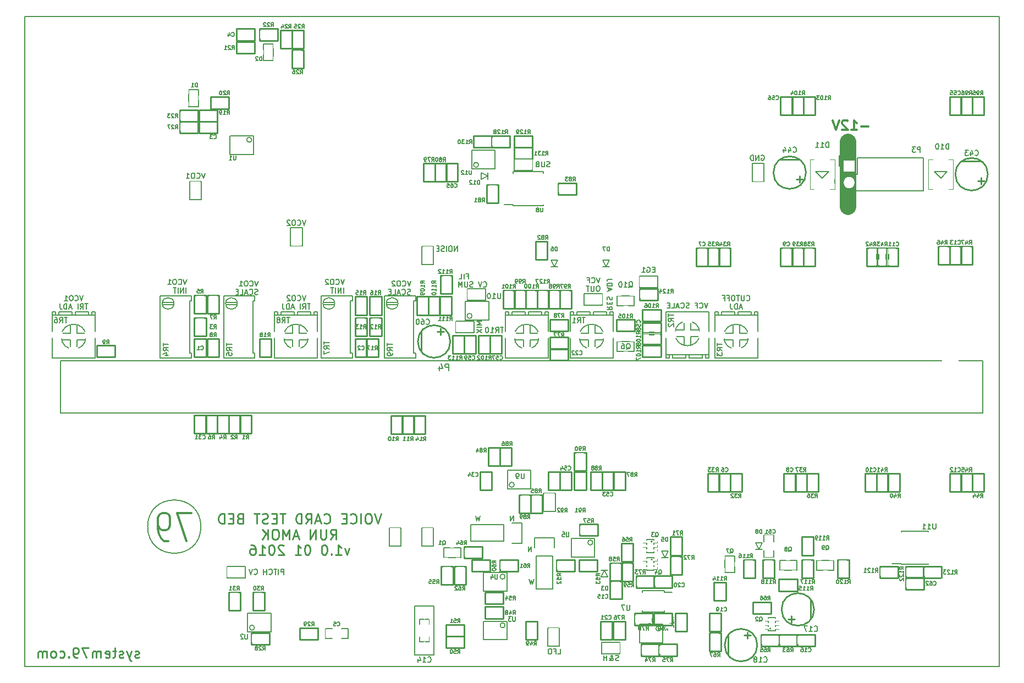
<source format=gbo>
G04 #@! TF.FileFunction,Legend,Bot*
%FSLAX46Y46*%
G04 Gerber Fmt 4.6, Leading zero omitted, Abs format (unit mm)*
G04 Created by KiCad (PCBNEW (2015-11-11 BZR 6310, Git 8f79b4f)-product) date 2016-01-24 6:12:09 PM*
%MOMM*%
G01*
G04 APERTURE LIST*
%ADD10C,0.100000*%
%ADD11C,0.152400*%
%ADD12C,0.254000*%
%ADD13C,0.300000*%
%ADD14C,0.200000*%
%ADD15C,2.540000*%
%ADD16C,0.150000*%
%ADD17C,0.127000*%
%ADD18C,0.203200*%
%ADD19C,0.066040*%
%ADD20C,0.250000*%
%ADD21C,0.101600*%
%ADD22C,0.158750*%
%ADD23O,1.800000X1.800000*%
%ADD24O,3.000000X1.800000*%
%ADD25R,1.143000X0.812800*%
%ADD26R,0.812800X1.143000*%
%ADD27R,1.143000X1.397000*%
%ADD28R,1.397000X1.143000*%
%ADD29R,1.200000X1.200000*%
%ADD30C,1.200000*%
%ADD31R,2.032000X1.727200*%
%ADD32O,2.032000X1.727200*%
%ADD33R,1.727200X2.032000*%
%ADD34O,1.727200X2.032000*%
%ADD35R,1.727200X1.727200*%
%ADD36O,1.727200X1.727200*%
%ADD37O,2.350000X3.000000*%
%ADD38C,1.100000*%
%ADD39C,3.000000*%
%ADD40R,1.450000X0.450000*%
%ADD41R,1.550000X0.600000*%
%ADD42C,1.524000*%
%ADD43R,1.300480X0.299720*%
%ADD44C,1.778000*%
%ADD45C,1.270000*%
%ADD46R,1.500000X1.500000*%
%ADD47C,1.500000*%
%ADD48R,3.000000X3.200000*%
%ADD49C,1.750000*%
%ADD50R,2.500000X1.200000*%
%ADD51O,2.500000X4.000000*%
%ADD52O,2.000000X2.500000*%
%ADD53O,3.500000X1.500000*%
%ADD54R,0.762000X0.609600*%
%ADD55R,0.797560X0.398780*%
%ADD56R,1.400000X1.400000*%
%ADD57C,1.400000*%
%ADD58R,2.800000X1.600000*%
%ADD59R,1.600000X2.800000*%
%ADD60R,2.397760X2.397760*%
%ADD61R,0.701040X1.000760*%
%ADD62R,1.000760X0.701040*%
%ADD63R,0.609600X0.762000*%
G04 APERTURE END LIST*
D10*
D11*
X88240133Y-82909735D02*
X87969200Y-83722535D01*
X87698267Y-82909735D01*
X86962876Y-83645126D02*
X87001581Y-83683830D01*
X87117695Y-83722535D01*
X87195105Y-83722535D01*
X87311219Y-83683830D01*
X87388628Y-83606421D01*
X87427333Y-83529011D01*
X87466038Y-83374192D01*
X87466038Y-83258078D01*
X87427333Y-83103259D01*
X87388628Y-83025850D01*
X87311219Y-82948440D01*
X87195105Y-82909735D01*
X87117695Y-82909735D01*
X87001581Y-82948440D01*
X86962876Y-82987145D01*
X86459714Y-82909735D02*
X86304895Y-82909735D01*
X86227486Y-82948440D01*
X86150076Y-83025850D01*
X86111371Y-83180669D01*
X86111371Y-83451602D01*
X86150076Y-83606421D01*
X86227486Y-83683830D01*
X86304895Y-83722535D01*
X86459714Y-83722535D01*
X86537124Y-83683830D01*
X86614533Y-83606421D01*
X86653238Y-83451602D01*
X86653238Y-83180669D01*
X86614533Y-83025850D01*
X86537124Y-82948440D01*
X86459714Y-82909735D01*
X85801733Y-82987145D02*
X85763028Y-82948440D01*
X85685619Y-82909735D01*
X85492095Y-82909735D01*
X85414685Y-82948440D01*
X85375981Y-82987145D01*
X85337276Y-83064554D01*
X85337276Y-83141964D01*
X85375981Y-83258078D01*
X85840438Y-83722535D01*
X85337276Y-83722535D01*
X88956171Y-84200055D02*
X88491714Y-84200055D01*
X88723943Y-85012855D02*
X88723943Y-84200055D01*
X87756324Y-85012855D02*
X88027257Y-84625808D01*
X88220781Y-85012855D02*
X88220781Y-84200055D01*
X87911143Y-84200055D01*
X87833734Y-84238760D01*
X87795029Y-84277465D01*
X87756324Y-84354874D01*
X87756324Y-84470989D01*
X87795029Y-84548398D01*
X87833734Y-84587103D01*
X87911143Y-84625808D01*
X88220781Y-84625808D01*
X87407981Y-85012855D02*
X87407981Y-84200055D01*
X86440362Y-84780627D02*
X86053314Y-84780627D01*
X86517771Y-85012855D02*
X86246838Y-84200055D01*
X85975905Y-85012855D01*
X85704971Y-85012855D02*
X85704971Y-84200055D01*
X85511447Y-84200055D01*
X85395333Y-84238760D01*
X85317924Y-84316170D01*
X85279219Y-84393579D01*
X85240514Y-84548398D01*
X85240514Y-84664512D01*
X85279219Y-84819331D01*
X85317924Y-84896741D01*
X85395333Y-84974150D01*
X85511447Y-85012855D01*
X85704971Y-85012855D01*
X84659943Y-84200055D02*
X84659943Y-84780627D01*
X84698647Y-84896741D01*
X84776057Y-84974150D01*
X84892171Y-85012855D01*
X84969581Y-85012855D01*
X53990133Y-82909735D02*
X53719200Y-83722535D01*
X53448267Y-82909735D01*
X52712876Y-83645126D02*
X52751581Y-83683830D01*
X52867695Y-83722535D01*
X52945105Y-83722535D01*
X53061219Y-83683830D01*
X53138628Y-83606421D01*
X53177333Y-83529011D01*
X53216038Y-83374192D01*
X53216038Y-83258078D01*
X53177333Y-83103259D01*
X53138628Y-83025850D01*
X53061219Y-82948440D01*
X52945105Y-82909735D01*
X52867695Y-82909735D01*
X52751581Y-82948440D01*
X52712876Y-82987145D01*
X52209714Y-82909735D02*
X52054895Y-82909735D01*
X51977486Y-82948440D01*
X51900076Y-83025850D01*
X51861371Y-83180669D01*
X51861371Y-83451602D01*
X51900076Y-83606421D01*
X51977486Y-83683830D01*
X52054895Y-83722535D01*
X52209714Y-83722535D01*
X52287124Y-83683830D01*
X52364533Y-83606421D01*
X52403238Y-83451602D01*
X52403238Y-83180669D01*
X52364533Y-83025850D01*
X52287124Y-82948440D01*
X52209714Y-82909735D01*
X51087276Y-83722535D02*
X51551733Y-83722535D01*
X51319504Y-83722535D02*
X51319504Y-82909735D01*
X51396914Y-83025850D01*
X51474323Y-83103259D01*
X51551733Y-83141964D01*
X54706171Y-84200055D02*
X54241714Y-84200055D01*
X54473943Y-85012855D02*
X54473943Y-84200055D01*
X53506324Y-85012855D02*
X53777257Y-84625808D01*
X53970781Y-85012855D02*
X53970781Y-84200055D01*
X53661143Y-84200055D01*
X53583734Y-84238760D01*
X53545029Y-84277465D01*
X53506324Y-84354874D01*
X53506324Y-84470989D01*
X53545029Y-84548398D01*
X53583734Y-84587103D01*
X53661143Y-84625808D01*
X53970781Y-84625808D01*
X53157981Y-85012855D02*
X53157981Y-84200055D01*
X52190362Y-84780627D02*
X51803314Y-84780627D01*
X52267771Y-85012855D02*
X51996838Y-84200055D01*
X51725905Y-85012855D01*
X51454971Y-85012855D02*
X51454971Y-84200055D01*
X51261447Y-84200055D01*
X51145333Y-84238760D01*
X51067924Y-84316170D01*
X51029219Y-84393579D01*
X50990514Y-84548398D01*
X50990514Y-84664512D01*
X51029219Y-84819331D01*
X51067924Y-84896741D01*
X51145333Y-84974150D01*
X51261447Y-85012855D01*
X51454971Y-85012855D01*
X50409943Y-84200055D02*
X50409943Y-84780627D01*
X50448647Y-84896741D01*
X50526057Y-84974150D01*
X50642171Y-85012855D01*
X50719581Y-85012855D01*
X80922590Y-80659735D02*
X80651657Y-81472535D01*
X80380724Y-80659735D01*
X79645333Y-81395126D02*
X79684038Y-81433830D01*
X79800152Y-81472535D01*
X79877562Y-81472535D01*
X79993676Y-81433830D01*
X80071085Y-81356421D01*
X80109790Y-81279011D01*
X80148495Y-81124192D01*
X80148495Y-81008078D01*
X80109790Y-80853259D01*
X80071085Y-80775850D01*
X79993676Y-80698440D01*
X79877562Y-80659735D01*
X79800152Y-80659735D01*
X79684038Y-80698440D01*
X79645333Y-80737145D01*
X79142171Y-80659735D02*
X78987352Y-80659735D01*
X78909943Y-80698440D01*
X78832533Y-80775850D01*
X78793828Y-80930669D01*
X78793828Y-81201602D01*
X78832533Y-81356421D01*
X78909943Y-81433830D01*
X78987352Y-81472535D01*
X79142171Y-81472535D01*
X79219581Y-81433830D01*
X79296990Y-81356421D01*
X79335695Y-81201602D01*
X79335695Y-80930669D01*
X79296990Y-80775850D01*
X79219581Y-80698440D01*
X79142171Y-80659735D01*
X78019733Y-81472535D02*
X78484190Y-81472535D01*
X78251961Y-81472535D02*
X78251961Y-80659735D01*
X78329371Y-80775850D01*
X78406780Y-80853259D01*
X78484190Y-80891964D01*
X80845181Y-82724150D02*
X80729067Y-82762855D01*
X80535543Y-82762855D01*
X80458133Y-82724150D01*
X80419429Y-82685446D01*
X80380724Y-82608036D01*
X80380724Y-82530627D01*
X80419429Y-82453217D01*
X80458133Y-82414512D01*
X80535543Y-82375808D01*
X80690362Y-82337103D01*
X80767771Y-82298398D01*
X80806476Y-82259693D01*
X80845181Y-82182284D01*
X80845181Y-82104874D01*
X80806476Y-82027465D01*
X80767771Y-81988760D01*
X80690362Y-81950055D01*
X80496838Y-81950055D01*
X80380724Y-81988760D01*
X79567924Y-82685446D02*
X79606629Y-82724150D01*
X79722743Y-82762855D01*
X79800153Y-82762855D01*
X79916267Y-82724150D01*
X79993676Y-82646741D01*
X80032381Y-82569331D01*
X80071086Y-82414512D01*
X80071086Y-82298398D01*
X80032381Y-82143579D01*
X79993676Y-82066170D01*
X79916267Y-81988760D01*
X79800153Y-81950055D01*
X79722743Y-81950055D01*
X79606629Y-81988760D01*
X79567924Y-82027465D01*
X79258286Y-82530627D02*
X78871238Y-82530627D01*
X79335695Y-82762855D02*
X79064762Y-81950055D01*
X78793829Y-82762855D01*
X78135848Y-82762855D02*
X78522895Y-82762855D01*
X78522895Y-81950055D01*
X77864914Y-82337103D02*
X77593981Y-82337103D01*
X77477867Y-82762855D02*
X77864914Y-82762855D01*
X77864914Y-81950055D01*
X77477867Y-81950055D01*
X69922590Y-80409735D02*
X69651657Y-81222535D01*
X69380724Y-80409735D01*
X68645333Y-81145126D02*
X68684038Y-81183830D01*
X68800152Y-81222535D01*
X68877562Y-81222535D01*
X68993676Y-81183830D01*
X69071085Y-81106421D01*
X69109790Y-81029011D01*
X69148495Y-80874192D01*
X69148495Y-80758078D01*
X69109790Y-80603259D01*
X69071085Y-80525850D01*
X68993676Y-80448440D01*
X68877562Y-80409735D01*
X68800152Y-80409735D01*
X68684038Y-80448440D01*
X68645333Y-80487145D01*
X68142171Y-80409735D02*
X67987352Y-80409735D01*
X67909943Y-80448440D01*
X67832533Y-80525850D01*
X67793828Y-80680669D01*
X67793828Y-80951602D01*
X67832533Y-81106421D01*
X67909943Y-81183830D01*
X67987352Y-81222535D01*
X68142171Y-81222535D01*
X68219581Y-81183830D01*
X68296990Y-81106421D01*
X68335695Y-80951602D01*
X68335695Y-80680669D01*
X68296990Y-80525850D01*
X68219581Y-80448440D01*
X68142171Y-80409735D01*
X67019733Y-81222535D02*
X67484190Y-81222535D01*
X67251961Y-81222535D02*
X67251961Y-80409735D01*
X67329371Y-80525850D01*
X67406780Y-80603259D01*
X67484190Y-80641964D01*
X69806476Y-82512855D02*
X69806476Y-81700055D01*
X69419428Y-82512855D02*
X69419428Y-81700055D01*
X68954971Y-82512855D01*
X68954971Y-81700055D01*
X68567923Y-82512855D02*
X68567923Y-81700055D01*
X68296989Y-81700055D02*
X67832532Y-81700055D01*
X68064761Y-82512855D02*
X68064761Y-81700055D01*
X94172590Y-80409735D02*
X93901657Y-81222535D01*
X93630724Y-80409735D01*
X92895333Y-81145126D02*
X92934038Y-81183830D01*
X93050152Y-81222535D01*
X93127562Y-81222535D01*
X93243676Y-81183830D01*
X93321085Y-81106421D01*
X93359790Y-81029011D01*
X93398495Y-80874192D01*
X93398495Y-80758078D01*
X93359790Y-80603259D01*
X93321085Y-80525850D01*
X93243676Y-80448440D01*
X93127562Y-80409735D01*
X93050152Y-80409735D01*
X92934038Y-80448440D01*
X92895333Y-80487145D01*
X92392171Y-80409735D02*
X92237352Y-80409735D01*
X92159943Y-80448440D01*
X92082533Y-80525850D01*
X92043828Y-80680669D01*
X92043828Y-80951602D01*
X92082533Y-81106421D01*
X92159943Y-81183830D01*
X92237352Y-81222535D01*
X92392171Y-81222535D01*
X92469581Y-81183830D01*
X92546990Y-81106421D01*
X92585695Y-80951602D01*
X92585695Y-80680669D01*
X92546990Y-80525850D01*
X92469581Y-80448440D01*
X92392171Y-80409735D01*
X91734190Y-80487145D02*
X91695485Y-80448440D01*
X91618076Y-80409735D01*
X91424552Y-80409735D01*
X91347142Y-80448440D01*
X91308438Y-80487145D01*
X91269733Y-80564554D01*
X91269733Y-80641964D01*
X91308438Y-80758078D01*
X91772895Y-81222535D01*
X91269733Y-81222535D01*
X94056476Y-82512855D02*
X94056476Y-81700055D01*
X93669428Y-82512855D02*
X93669428Y-81700055D01*
X93204971Y-82512855D01*
X93204971Y-81700055D01*
X92817923Y-82512855D02*
X92817923Y-81700055D01*
X92546989Y-81700055D02*
X92082532Y-81700055D01*
X92314761Y-82512855D02*
X92314761Y-81700055D01*
X104422590Y-80659735D02*
X104151657Y-81472535D01*
X103880724Y-80659735D01*
X103145333Y-81395126D02*
X103184038Y-81433830D01*
X103300152Y-81472535D01*
X103377562Y-81472535D01*
X103493676Y-81433830D01*
X103571085Y-81356421D01*
X103609790Y-81279011D01*
X103648495Y-81124192D01*
X103648495Y-81008078D01*
X103609790Y-80853259D01*
X103571085Y-80775850D01*
X103493676Y-80698440D01*
X103377562Y-80659735D01*
X103300152Y-80659735D01*
X103184038Y-80698440D01*
X103145333Y-80737145D01*
X102642171Y-80659735D02*
X102487352Y-80659735D01*
X102409943Y-80698440D01*
X102332533Y-80775850D01*
X102293828Y-80930669D01*
X102293828Y-81201602D01*
X102332533Y-81356421D01*
X102409943Y-81433830D01*
X102487352Y-81472535D01*
X102642171Y-81472535D01*
X102719581Y-81433830D01*
X102796990Y-81356421D01*
X102835695Y-81201602D01*
X102835695Y-80930669D01*
X102796990Y-80775850D01*
X102719581Y-80698440D01*
X102642171Y-80659735D01*
X101984190Y-80737145D02*
X101945485Y-80698440D01*
X101868076Y-80659735D01*
X101674552Y-80659735D01*
X101597142Y-80698440D01*
X101558438Y-80737145D01*
X101519733Y-80814554D01*
X101519733Y-80891964D01*
X101558438Y-81008078D01*
X102022895Y-81472535D01*
X101519733Y-81472535D01*
X104345181Y-82724150D02*
X104229067Y-82762855D01*
X104035543Y-82762855D01*
X103958133Y-82724150D01*
X103919429Y-82685446D01*
X103880724Y-82608036D01*
X103880724Y-82530627D01*
X103919429Y-82453217D01*
X103958133Y-82414512D01*
X104035543Y-82375808D01*
X104190362Y-82337103D01*
X104267771Y-82298398D01*
X104306476Y-82259693D01*
X104345181Y-82182284D01*
X104345181Y-82104874D01*
X104306476Y-82027465D01*
X104267771Y-81988760D01*
X104190362Y-81950055D01*
X103996838Y-81950055D01*
X103880724Y-81988760D01*
X103067924Y-82685446D02*
X103106629Y-82724150D01*
X103222743Y-82762855D01*
X103300153Y-82762855D01*
X103416267Y-82724150D01*
X103493676Y-82646741D01*
X103532381Y-82569331D01*
X103571086Y-82414512D01*
X103571086Y-82298398D01*
X103532381Y-82143579D01*
X103493676Y-82066170D01*
X103416267Y-81988760D01*
X103300153Y-81950055D01*
X103222743Y-81950055D01*
X103106629Y-81988760D01*
X103067924Y-82027465D01*
X102758286Y-82530627D02*
X102371238Y-82530627D01*
X102835695Y-82762855D02*
X102564762Y-81950055D01*
X102293829Y-82762855D01*
X101635848Y-82762855D02*
X102022895Y-82762855D01*
X102022895Y-81950055D01*
X101364914Y-82337103D02*
X101093981Y-82337103D01*
X100977867Y-82762855D02*
X101364914Y-82762855D01*
X101364914Y-81950055D01*
X100977867Y-81950055D01*
X156106248Y-83645126D02*
X156144953Y-83683830D01*
X156261067Y-83722535D01*
X156338477Y-83722535D01*
X156454591Y-83683830D01*
X156532000Y-83606421D01*
X156570705Y-83529011D01*
X156609410Y-83374192D01*
X156609410Y-83258078D01*
X156570705Y-83103259D01*
X156532000Y-83025850D01*
X156454591Y-82948440D01*
X156338477Y-82909735D01*
X156261067Y-82909735D01*
X156144953Y-82948440D01*
X156106248Y-82987145D01*
X155757905Y-82909735D02*
X155757905Y-83567716D01*
X155719200Y-83645126D01*
X155680496Y-83683830D01*
X155603086Y-83722535D01*
X155448267Y-83722535D01*
X155370858Y-83683830D01*
X155332153Y-83645126D01*
X155293448Y-83567716D01*
X155293448Y-82909735D01*
X155022514Y-82909735D02*
X154558057Y-82909735D01*
X154790286Y-83722535D02*
X154790286Y-82909735D01*
X154132305Y-82909735D02*
X153977486Y-82909735D01*
X153900077Y-82948440D01*
X153822667Y-83025850D01*
X153783962Y-83180669D01*
X153783962Y-83451602D01*
X153822667Y-83606421D01*
X153900077Y-83683830D01*
X153977486Y-83722535D01*
X154132305Y-83722535D01*
X154209715Y-83683830D01*
X154287124Y-83606421D01*
X154325829Y-83451602D01*
X154325829Y-83180669D01*
X154287124Y-83025850D01*
X154209715Y-82948440D01*
X154132305Y-82909735D01*
X153164686Y-83296783D02*
X153435619Y-83296783D01*
X153435619Y-83722535D02*
X153435619Y-82909735D01*
X153048572Y-82909735D01*
X152468000Y-83296783D02*
X152738933Y-83296783D01*
X152738933Y-83722535D02*
X152738933Y-82909735D01*
X152351886Y-82909735D01*
X155409562Y-84780627D02*
X155022514Y-84780627D01*
X155486971Y-85012855D02*
X155216038Y-84200055D01*
X154945105Y-85012855D01*
X154674171Y-85012855D02*
X154674171Y-84200055D01*
X154480647Y-84200055D01*
X154364533Y-84238760D01*
X154287124Y-84316170D01*
X154248419Y-84393579D01*
X154209714Y-84548398D01*
X154209714Y-84664512D01*
X154248419Y-84819331D01*
X154287124Y-84896741D01*
X154364533Y-84974150D01*
X154480647Y-85012855D01*
X154674171Y-85012855D01*
X153629143Y-84200055D02*
X153629143Y-84780627D01*
X153667847Y-84896741D01*
X153745257Y-84974150D01*
X153861371Y-85012855D01*
X153938781Y-85012855D01*
X150173790Y-84054895D02*
X149902857Y-84867695D01*
X149631924Y-84054895D01*
X148896533Y-84790286D02*
X148935238Y-84828990D01*
X149051352Y-84867695D01*
X149128762Y-84867695D01*
X149244876Y-84828990D01*
X149322285Y-84751581D01*
X149360990Y-84674171D01*
X149399695Y-84519352D01*
X149399695Y-84403238D01*
X149360990Y-84248419D01*
X149322285Y-84171010D01*
X149244876Y-84093600D01*
X149128762Y-84054895D01*
X149051352Y-84054895D01*
X148935238Y-84093600D01*
X148896533Y-84132305D01*
X148277257Y-84441943D02*
X148548190Y-84441943D01*
X148548190Y-84867695D02*
X148548190Y-84054895D01*
X148161143Y-84054895D01*
X147270933Y-84828990D02*
X147154819Y-84867695D01*
X146961295Y-84867695D01*
X146883885Y-84828990D01*
X146845181Y-84790286D01*
X146806476Y-84712876D01*
X146806476Y-84635467D01*
X146845181Y-84558057D01*
X146883885Y-84519352D01*
X146961295Y-84480648D01*
X147116114Y-84441943D01*
X147193523Y-84403238D01*
X147232228Y-84364533D01*
X147270933Y-84287124D01*
X147270933Y-84209714D01*
X147232228Y-84132305D01*
X147193523Y-84093600D01*
X147116114Y-84054895D01*
X146922590Y-84054895D01*
X146806476Y-84093600D01*
X145993676Y-84790286D02*
X146032381Y-84828990D01*
X146148495Y-84867695D01*
X146225905Y-84867695D01*
X146342019Y-84828990D01*
X146419428Y-84751581D01*
X146458133Y-84674171D01*
X146496838Y-84519352D01*
X146496838Y-84403238D01*
X146458133Y-84248419D01*
X146419428Y-84171010D01*
X146342019Y-84093600D01*
X146225905Y-84054895D01*
X146148495Y-84054895D01*
X146032381Y-84093600D01*
X145993676Y-84132305D01*
X145684038Y-84635467D02*
X145296990Y-84635467D01*
X145761447Y-84867695D02*
X145490514Y-84054895D01*
X145219581Y-84867695D01*
X144561600Y-84867695D02*
X144948647Y-84867695D01*
X144948647Y-84054895D01*
X144290666Y-84441943D02*
X144019733Y-84441943D01*
X143903619Y-84867695D02*
X144290666Y-84867695D01*
X144290666Y-84054895D01*
X143903619Y-84054895D01*
X134632305Y-84627180D02*
X135019352Y-84898113D01*
X134632305Y-85091637D02*
X135445105Y-85091637D01*
X135445105Y-84781999D01*
X135406400Y-84704590D01*
X135367695Y-84665885D01*
X135290286Y-84627180D01*
X135174171Y-84627180D01*
X135096762Y-84665885D01*
X135058057Y-84704590D01*
X135019352Y-84781999D01*
X135019352Y-85091637D01*
X135058057Y-84278837D02*
X135058057Y-84007904D01*
X134632305Y-83891790D02*
X134632305Y-84278837D01*
X135445105Y-84278837D01*
X135445105Y-83891790D01*
X134671010Y-83582152D02*
X134632305Y-83466038D01*
X134632305Y-83272514D01*
X134671010Y-83195104D01*
X134709714Y-83156400D01*
X134787124Y-83117695D01*
X134864533Y-83117695D01*
X134941943Y-83156400D01*
X134980648Y-83195104D01*
X135019352Y-83272514D01*
X135058057Y-83427333D01*
X135096762Y-83504742D01*
X135135467Y-83543447D01*
X135212876Y-83582152D01*
X135290286Y-83582152D01*
X135367695Y-83543447D01*
X135406400Y-83504742D01*
X135445105Y-83427333D01*
X135445105Y-83233809D01*
X135406400Y-83117695D01*
X134864533Y-82188781D02*
X134864533Y-81801733D01*
X134632305Y-82266190D02*
X135445105Y-81995257D01*
X134632305Y-81724324D01*
X134632305Y-81453390D02*
X135445105Y-81453390D01*
X135445105Y-81259866D01*
X135406400Y-81143752D01*
X135328990Y-81066343D01*
X135251581Y-81027638D01*
X135096762Y-80988933D01*
X134980648Y-80988933D01*
X134825829Y-81027638D01*
X134748419Y-81066343D01*
X134671010Y-81143752D01*
X134632305Y-81259866D01*
X134632305Y-81453390D01*
X135445105Y-80408362D02*
X134864533Y-80408362D01*
X134748419Y-80447066D01*
X134671010Y-80524476D01*
X134632305Y-80640590D01*
X134632305Y-80718000D01*
X123348343Y-126554895D02*
X123154819Y-127367695D01*
X123000000Y-126787124D01*
X122845181Y-127367695D01*
X122651657Y-126554895D01*
X122982228Y-122367695D02*
X122982228Y-121554895D01*
X122517771Y-122367695D01*
X122517771Y-121554895D01*
X120232228Y-117617695D02*
X120232228Y-116804895D01*
X119767771Y-117617695D01*
X119767771Y-116804895D01*
X115098343Y-116804895D02*
X114904819Y-117617695D01*
X114750000Y-117037124D01*
X114595181Y-117617695D01*
X114401657Y-116804895D01*
D12*
X99841143Y-116527829D02*
X99333143Y-118051829D01*
X98825143Y-116527829D01*
X98026857Y-116527829D02*
X97736571Y-116527829D01*
X97591429Y-116600400D01*
X97446286Y-116745543D01*
X97373714Y-117035829D01*
X97373714Y-117543829D01*
X97446286Y-117834114D01*
X97591429Y-117979257D01*
X97736571Y-118051829D01*
X98026857Y-118051829D01*
X98172000Y-117979257D01*
X98317143Y-117834114D01*
X98389714Y-117543829D01*
X98389714Y-117035829D01*
X98317143Y-116745543D01*
X98172000Y-116600400D01*
X98026857Y-116527829D01*
X96720572Y-118051829D02*
X96720572Y-116527829D01*
X95124001Y-117906686D02*
X95196572Y-117979257D01*
X95414286Y-118051829D01*
X95559429Y-118051829D01*
X95777144Y-117979257D01*
X95922286Y-117834114D01*
X95994858Y-117688971D01*
X96067429Y-117398686D01*
X96067429Y-117180971D01*
X95994858Y-116890686D01*
X95922286Y-116745543D01*
X95777144Y-116600400D01*
X95559429Y-116527829D01*
X95414286Y-116527829D01*
X95196572Y-116600400D01*
X95124001Y-116672971D01*
X94470858Y-117253543D02*
X93962858Y-117253543D01*
X93745144Y-118051829D02*
X94470858Y-118051829D01*
X94470858Y-116527829D01*
X93745144Y-116527829D01*
X91060001Y-117906686D02*
X91132572Y-117979257D01*
X91350286Y-118051829D01*
X91495429Y-118051829D01*
X91713144Y-117979257D01*
X91858286Y-117834114D01*
X91930858Y-117688971D01*
X92003429Y-117398686D01*
X92003429Y-117180971D01*
X91930858Y-116890686D01*
X91858286Y-116745543D01*
X91713144Y-116600400D01*
X91495429Y-116527829D01*
X91350286Y-116527829D01*
X91132572Y-116600400D01*
X91060001Y-116672971D01*
X90479429Y-117616400D02*
X89753715Y-117616400D01*
X90624572Y-118051829D02*
X90116572Y-116527829D01*
X89608572Y-118051829D01*
X88229715Y-118051829D02*
X88737715Y-117326114D01*
X89100572Y-118051829D02*
X89100572Y-116527829D01*
X88520000Y-116527829D01*
X88374858Y-116600400D01*
X88302286Y-116672971D01*
X88229715Y-116818114D01*
X88229715Y-117035829D01*
X88302286Y-117180971D01*
X88374858Y-117253543D01*
X88520000Y-117326114D01*
X89100572Y-117326114D01*
X87576572Y-118051829D02*
X87576572Y-116527829D01*
X87213715Y-116527829D01*
X86996000Y-116600400D01*
X86850858Y-116745543D01*
X86778286Y-116890686D01*
X86705715Y-117180971D01*
X86705715Y-117398686D01*
X86778286Y-117688971D01*
X86850858Y-117834114D01*
X86996000Y-117979257D01*
X87213715Y-118051829D01*
X87576572Y-118051829D01*
X85109143Y-116527829D02*
X84238286Y-116527829D01*
X84673715Y-118051829D02*
X84673715Y-116527829D01*
X83730286Y-117253543D02*
X83222286Y-117253543D01*
X83004572Y-118051829D02*
X83730286Y-118051829D01*
X83730286Y-116527829D01*
X83004572Y-116527829D01*
X82424000Y-117979257D02*
X82206286Y-118051829D01*
X81843429Y-118051829D01*
X81698286Y-117979257D01*
X81625715Y-117906686D01*
X81553143Y-117761543D01*
X81553143Y-117616400D01*
X81625715Y-117471257D01*
X81698286Y-117398686D01*
X81843429Y-117326114D01*
X82133715Y-117253543D01*
X82278857Y-117180971D01*
X82351429Y-117108400D01*
X82424000Y-116963257D01*
X82424000Y-116818114D01*
X82351429Y-116672971D01*
X82278857Y-116600400D01*
X82133715Y-116527829D01*
X81770857Y-116527829D01*
X81553143Y-116600400D01*
X81117714Y-116527829D02*
X80246857Y-116527829D01*
X80682286Y-118051829D02*
X80682286Y-116527829D01*
X78069714Y-117253543D02*
X77852000Y-117326114D01*
X77779428Y-117398686D01*
X77706857Y-117543829D01*
X77706857Y-117761543D01*
X77779428Y-117906686D01*
X77852000Y-117979257D01*
X77997142Y-118051829D01*
X78577714Y-118051829D01*
X78577714Y-116527829D01*
X78069714Y-116527829D01*
X77924571Y-116600400D01*
X77852000Y-116672971D01*
X77779428Y-116818114D01*
X77779428Y-116963257D01*
X77852000Y-117108400D01*
X77924571Y-117180971D01*
X78069714Y-117253543D01*
X78577714Y-117253543D01*
X77053714Y-117253543D02*
X76545714Y-117253543D01*
X76328000Y-118051829D02*
X77053714Y-118051829D01*
X77053714Y-116527829D01*
X76328000Y-116527829D01*
X75674857Y-118051829D02*
X75674857Y-116527829D01*
X75312000Y-116527829D01*
X75094285Y-116600400D01*
X74949143Y-116745543D01*
X74876571Y-116890686D01*
X74804000Y-117180971D01*
X74804000Y-117398686D01*
X74876571Y-117688971D01*
X74949143Y-117834114D01*
X75094285Y-117979257D01*
X75312000Y-118051829D01*
X75674857Y-118051829D01*
X92039714Y-120439429D02*
X92547714Y-119713714D01*
X92910571Y-120439429D02*
X92910571Y-118915429D01*
X92329999Y-118915429D01*
X92184857Y-118988000D01*
X92112285Y-119060571D01*
X92039714Y-119205714D01*
X92039714Y-119423429D01*
X92112285Y-119568571D01*
X92184857Y-119641143D01*
X92329999Y-119713714D01*
X92910571Y-119713714D01*
X91386571Y-118915429D02*
X91386571Y-120149143D01*
X91313999Y-120294286D01*
X91241428Y-120366857D01*
X91096285Y-120439429D01*
X90805999Y-120439429D01*
X90660857Y-120366857D01*
X90588285Y-120294286D01*
X90515714Y-120149143D01*
X90515714Y-118915429D01*
X89790000Y-120439429D02*
X89790000Y-118915429D01*
X88919143Y-120439429D01*
X88919143Y-118915429D01*
X87104857Y-120004000D02*
X86379143Y-120004000D01*
X87250000Y-120439429D02*
X86742000Y-118915429D01*
X86234000Y-120439429D01*
X85726000Y-120439429D02*
X85726000Y-118915429D01*
X85218000Y-120004000D01*
X84710000Y-118915429D01*
X84710000Y-120439429D01*
X83694000Y-118915429D02*
X83403714Y-118915429D01*
X83258572Y-118988000D01*
X83113429Y-119133143D01*
X83040857Y-119423429D01*
X83040857Y-119931429D01*
X83113429Y-120221714D01*
X83258572Y-120366857D01*
X83403714Y-120439429D01*
X83694000Y-120439429D01*
X83839143Y-120366857D01*
X83984286Y-120221714D01*
X84056857Y-119931429D01*
X84056857Y-119423429D01*
X83984286Y-119133143D01*
X83839143Y-118988000D01*
X83694000Y-118915429D01*
X82387715Y-120439429D02*
X82387715Y-118915429D01*
X81516858Y-120439429D02*
X82170001Y-119568571D01*
X81516858Y-118915429D02*
X82387715Y-119786286D01*
X94942573Y-121811029D02*
X94579716Y-122827029D01*
X94216858Y-121811029D01*
X92838001Y-122827029D02*
X93708858Y-122827029D01*
X93273430Y-122827029D02*
X93273430Y-121303029D01*
X93418573Y-121520743D01*
X93563715Y-121665886D01*
X93708858Y-121738457D01*
X92184858Y-122681886D02*
X92112286Y-122754457D01*
X92184858Y-122827029D01*
X92257429Y-122754457D01*
X92184858Y-122681886D01*
X92184858Y-122827029D01*
X91168858Y-121303029D02*
X91023715Y-121303029D01*
X90878572Y-121375600D01*
X90806001Y-121448171D01*
X90733430Y-121593314D01*
X90660858Y-121883600D01*
X90660858Y-122246457D01*
X90733430Y-122536743D01*
X90806001Y-122681886D01*
X90878572Y-122754457D01*
X91023715Y-122827029D01*
X91168858Y-122827029D01*
X91314001Y-122754457D01*
X91386572Y-122681886D01*
X91459144Y-122536743D01*
X91531715Y-122246457D01*
X91531715Y-121883600D01*
X91459144Y-121593314D01*
X91386572Y-121448171D01*
X91314001Y-121375600D01*
X91168858Y-121303029D01*
X88556286Y-121303029D02*
X88411143Y-121303029D01*
X88266000Y-121375600D01*
X88193429Y-121448171D01*
X88120858Y-121593314D01*
X88048286Y-121883600D01*
X88048286Y-122246457D01*
X88120858Y-122536743D01*
X88193429Y-122681886D01*
X88266000Y-122754457D01*
X88411143Y-122827029D01*
X88556286Y-122827029D01*
X88701429Y-122754457D01*
X88774000Y-122681886D01*
X88846572Y-122536743D01*
X88919143Y-122246457D01*
X88919143Y-121883600D01*
X88846572Y-121593314D01*
X88774000Y-121448171D01*
X88701429Y-121375600D01*
X88556286Y-121303029D01*
X86596857Y-122827029D02*
X87467714Y-122827029D01*
X87032286Y-122827029D02*
X87032286Y-121303029D01*
X87177429Y-121520743D01*
X87322571Y-121665886D01*
X87467714Y-121738457D01*
X84855142Y-121448171D02*
X84782571Y-121375600D01*
X84637428Y-121303029D01*
X84274571Y-121303029D01*
X84129428Y-121375600D01*
X84056857Y-121448171D01*
X83984285Y-121593314D01*
X83984285Y-121738457D01*
X84056857Y-121956171D01*
X84927714Y-122827029D01*
X83984285Y-122827029D01*
X83040856Y-121303029D02*
X82895713Y-121303029D01*
X82750570Y-121375600D01*
X82677999Y-121448171D01*
X82605428Y-121593314D01*
X82532856Y-121883600D01*
X82532856Y-122246457D01*
X82605428Y-122536743D01*
X82677999Y-122681886D01*
X82750570Y-122754457D01*
X82895713Y-122827029D01*
X83040856Y-122827029D01*
X83185999Y-122754457D01*
X83258570Y-122681886D01*
X83331142Y-122536743D01*
X83403713Y-122246457D01*
X83403713Y-121883600D01*
X83331142Y-121593314D01*
X83258570Y-121448171D01*
X83185999Y-121375600D01*
X83040856Y-121303029D01*
X81081427Y-122827029D02*
X81952284Y-122827029D01*
X81516856Y-122827029D02*
X81516856Y-121303029D01*
X81661999Y-121520743D01*
X81807141Y-121665886D01*
X81952284Y-121738457D01*
X79775141Y-121303029D02*
X80065427Y-121303029D01*
X80210570Y-121375600D01*
X80283141Y-121448171D01*
X80428284Y-121665886D01*
X80500855Y-121956171D01*
X80500855Y-122536743D01*
X80428284Y-122681886D01*
X80355712Y-122754457D01*
X80210570Y-122827029D01*
X79920284Y-122827029D01*
X79775141Y-122754457D01*
X79702570Y-122681886D01*
X79629998Y-122536743D01*
X79629998Y-122173886D01*
X79702570Y-122028743D01*
X79775141Y-121956171D01*
X79920284Y-121883600D01*
X80210570Y-121883600D01*
X80355712Y-121956171D01*
X80428284Y-122028743D01*
X80500855Y-122173886D01*
D13*
X70673048Y-116385381D02*
X68471714Y-116385381D01*
X69886857Y-120703381D01*
X67056571Y-120703381D02*
X66427619Y-120703381D01*
X66113143Y-120497762D01*
X65955905Y-120292143D01*
X65641429Y-119675286D01*
X65484190Y-118852810D01*
X65484190Y-117207857D01*
X65641429Y-116796619D01*
X65798667Y-116591000D01*
X66113143Y-116385381D01*
X66742095Y-116385381D01*
X67056571Y-116591000D01*
X67213810Y-116796619D01*
X67371048Y-117207857D01*
X67371048Y-118235952D01*
X67213810Y-118647190D01*
X67056571Y-118852810D01*
X66742095Y-119058429D01*
X66113143Y-119058429D01*
X65798667Y-118852810D01*
X65641429Y-118647190D01*
X65484190Y-118235952D01*
D14*
X72100305Y-118500000D02*
G75*
G03X72100305Y-118500000I-4100305J0D01*
G01*
D12*
X62551428Y-138616857D02*
X62406285Y-138689429D01*
X62116000Y-138689429D01*
X61970857Y-138616857D01*
X61898285Y-138471714D01*
X61898285Y-138399143D01*
X61970857Y-138254000D01*
X62116000Y-138181429D01*
X62333714Y-138181429D01*
X62478857Y-138108857D01*
X62551428Y-137963714D01*
X62551428Y-137891143D01*
X62478857Y-137746000D01*
X62333714Y-137673429D01*
X62116000Y-137673429D01*
X61970857Y-137746000D01*
X61390286Y-137673429D02*
X61027429Y-138689429D01*
X60664571Y-137673429D02*
X61027429Y-138689429D01*
X61172571Y-139052286D01*
X61245143Y-139124857D01*
X61390286Y-139197429D01*
X60156571Y-138616857D02*
X60011428Y-138689429D01*
X59721143Y-138689429D01*
X59576000Y-138616857D01*
X59503428Y-138471714D01*
X59503428Y-138399143D01*
X59576000Y-138254000D01*
X59721143Y-138181429D01*
X59938857Y-138181429D01*
X60084000Y-138108857D01*
X60156571Y-137963714D01*
X60156571Y-137891143D01*
X60084000Y-137746000D01*
X59938857Y-137673429D01*
X59721143Y-137673429D01*
X59576000Y-137746000D01*
X59068000Y-137673429D02*
X58487429Y-137673429D01*
X58850286Y-137165429D02*
X58850286Y-138471714D01*
X58777714Y-138616857D01*
X58632572Y-138689429D01*
X58487429Y-138689429D01*
X57398857Y-138616857D02*
X57544000Y-138689429D01*
X57834286Y-138689429D01*
X57979429Y-138616857D01*
X58052000Y-138471714D01*
X58052000Y-137891143D01*
X57979429Y-137746000D01*
X57834286Y-137673429D01*
X57544000Y-137673429D01*
X57398857Y-137746000D01*
X57326286Y-137891143D01*
X57326286Y-138036286D01*
X58052000Y-138181429D01*
X56673143Y-138689429D02*
X56673143Y-137673429D01*
X56673143Y-137818571D02*
X56600571Y-137746000D01*
X56455429Y-137673429D01*
X56237714Y-137673429D01*
X56092571Y-137746000D01*
X56020000Y-137891143D01*
X56020000Y-138689429D01*
X56020000Y-137891143D02*
X55947429Y-137746000D01*
X55802286Y-137673429D01*
X55584571Y-137673429D01*
X55439429Y-137746000D01*
X55366857Y-137891143D01*
X55366857Y-138689429D01*
X54786286Y-137165429D02*
X53770286Y-137165429D01*
X54423429Y-138689429D01*
X53117142Y-138689429D02*
X52826857Y-138689429D01*
X52681714Y-138616857D01*
X52609142Y-138544286D01*
X52464000Y-138326571D01*
X52391428Y-138036286D01*
X52391428Y-137455714D01*
X52464000Y-137310571D01*
X52536571Y-137238000D01*
X52681714Y-137165429D01*
X52972000Y-137165429D01*
X53117142Y-137238000D01*
X53189714Y-137310571D01*
X53262285Y-137455714D01*
X53262285Y-137818571D01*
X53189714Y-137963714D01*
X53117142Y-138036286D01*
X52972000Y-138108857D01*
X52681714Y-138108857D01*
X52536571Y-138036286D01*
X52464000Y-137963714D01*
X52391428Y-137818571D01*
X51738285Y-138544286D02*
X51665713Y-138616857D01*
X51738285Y-138689429D01*
X51810856Y-138616857D01*
X51738285Y-138544286D01*
X51738285Y-138689429D01*
X50359428Y-138616857D02*
X50504571Y-138689429D01*
X50794857Y-138689429D01*
X50939999Y-138616857D01*
X51012571Y-138544286D01*
X51085142Y-138399143D01*
X51085142Y-137963714D01*
X51012571Y-137818571D01*
X50939999Y-137746000D01*
X50794857Y-137673429D01*
X50504571Y-137673429D01*
X50359428Y-137746000D01*
X49488571Y-138689429D02*
X49633713Y-138616857D01*
X49706285Y-138544286D01*
X49778856Y-138399143D01*
X49778856Y-137963714D01*
X49706285Y-137818571D01*
X49633713Y-137746000D01*
X49488571Y-137673429D01*
X49270856Y-137673429D01*
X49125713Y-137746000D01*
X49053142Y-137818571D01*
X48980571Y-137963714D01*
X48980571Y-138399143D01*
X49053142Y-138544286D01*
X49125713Y-138616857D01*
X49270856Y-138689429D01*
X49488571Y-138689429D01*
X48327428Y-138689429D02*
X48327428Y-137673429D01*
X48327428Y-137818571D02*
X48254856Y-137746000D01*
X48109714Y-137673429D01*
X47891999Y-137673429D01*
X47746856Y-137746000D01*
X47674285Y-137891143D01*
X47674285Y-138689429D01*
X47674285Y-137891143D02*
X47601714Y-137746000D01*
X47456571Y-137673429D01*
X47238856Y-137673429D01*
X47093714Y-137746000D01*
X47021142Y-137891143D01*
X47021142Y-138689429D01*
D11*
X84862571Y-125867695D02*
X84862571Y-125054895D01*
X84552933Y-125054895D01*
X84475524Y-125093600D01*
X84436819Y-125132305D01*
X84398114Y-125209714D01*
X84398114Y-125325829D01*
X84436819Y-125403238D01*
X84475524Y-125441943D01*
X84552933Y-125480648D01*
X84862571Y-125480648D01*
X84049771Y-125867695D02*
X84049771Y-125054895D01*
X83778837Y-125054895D02*
X83314380Y-125054895D01*
X83546609Y-125867695D02*
X83546609Y-125054895D01*
X82578990Y-125790286D02*
X82617695Y-125828990D01*
X82733809Y-125867695D01*
X82811219Y-125867695D01*
X82927333Y-125828990D01*
X83004742Y-125751581D01*
X83043447Y-125674171D01*
X83082152Y-125519352D01*
X83082152Y-125403238D01*
X83043447Y-125248419D01*
X83004742Y-125171010D01*
X82927333Y-125093600D01*
X82811219Y-125054895D01*
X82733809Y-125054895D01*
X82617695Y-125093600D01*
X82578990Y-125132305D01*
X82230647Y-125867695D02*
X82230647Y-125054895D01*
X82230647Y-125441943D02*
X81766190Y-125441943D01*
X81766190Y-125867695D02*
X81766190Y-125054895D01*
X80295409Y-125790286D02*
X80334114Y-125828990D01*
X80450228Y-125867695D01*
X80527638Y-125867695D01*
X80643752Y-125828990D01*
X80721161Y-125751581D01*
X80759866Y-125674171D01*
X80798571Y-125519352D01*
X80798571Y-125403238D01*
X80759866Y-125248419D01*
X80721161Y-125171010D01*
X80643752Y-125093600D01*
X80527638Y-125054895D01*
X80450228Y-125054895D01*
X80334114Y-125093600D01*
X80295409Y-125132305D01*
X80063180Y-125054895D02*
X79792247Y-125867695D01*
X79521314Y-125054895D01*
X125814381Y-63078990D02*
X125698267Y-63117695D01*
X125504743Y-63117695D01*
X125427333Y-63078990D01*
X125388629Y-63040286D01*
X125349924Y-62962876D01*
X125349924Y-62885467D01*
X125388629Y-62808057D01*
X125427333Y-62769352D01*
X125504743Y-62730648D01*
X125659562Y-62691943D01*
X125736971Y-62653238D01*
X125775676Y-62614533D01*
X125814381Y-62537124D01*
X125814381Y-62459714D01*
X125775676Y-62382305D01*
X125736971Y-62343600D01*
X125659562Y-62304895D01*
X125466038Y-62304895D01*
X125349924Y-62343600D01*
X125001581Y-62304895D02*
X125001581Y-62962876D01*
X124962876Y-63040286D01*
X124924172Y-63078990D01*
X124846762Y-63117695D01*
X124691943Y-63117695D01*
X124614534Y-63078990D01*
X124575829Y-63040286D01*
X124537124Y-62962876D01*
X124537124Y-62304895D01*
X123879143Y-62691943D02*
X123763029Y-62730648D01*
X123724324Y-62769352D01*
X123685619Y-62846762D01*
X123685619Y-62962876D01*
X123724324Y-63040286D01*
X123763029Y-63078990D01*
X123840438Y-63117695D01*
X124150076Y-63117695D01*
X124150076Y-62304895D01*
X123879143Y-62304895D01*
X123801733Y-62343600D01*
X123763029Y-62382305D01*
X123724324Y-62459714D01*
X123724324Y-62537124D01*
X123763029Y-62614533D01*
X123801733Y-62653238D01*
X123879143Y-62691943D01*
X124150076Y-62691943D01*
X136411143Y-139078990D02*
X136295029Y-139117695D01*
X136101505Y-139117695D01*
X136024095Y-139078990D01*
X135985391Y-139040286D01*
X135946686Y-138962876D01*
X135946686Y-138885467D01*
X135985391Y-138808057D01*
X136024095Y-138769352D01*
X136101505Y-138730648D01*
X136256324Y-138691943D01*
X136333733Y-138653238D01*
X136372438Y-138614533D01*
X136411143Y-138537124D01*
X136411143Y-138459714D01*
X136372438Y-138382305D01*
X136333733Y-138343600D01*
X136256324Y-138304895D01*
X136062800Y-138304895D01*
X135946686Y-138343600D01*
X134940362Y-139117695D02*
X134979067Y-139117695D01*
X135056477Y-139078990D01*
X135172591Y-138962876D01*
X135366115Y-138730648D01*
X135443524Y-138614533D01*
X135482229Y-138498419D01*
X135482229Y-138421010D01*
X135443524Y-138343600D01*
X135366115Y-138304895D01*
X135327410Y-138304895D01*
X135250000Y-138343600D01*
X135211296Y-138421010D01*
X135211296Y-138459714D01*
X135250000Y-138537124D01*
X135288705Y-138575829D01*
X135520934Y-138730648D01*
X135559638Y-138769352D01*
X135598343Y-138846762D01*
X135598343Y-138962876D01*
X135559638Y-139040286D01*
X135520934Y-139078990D01*
X135443524Y-139117695D01*
X135327410Y-139117695D01*
X135250000Y-139078990D01*
X135211296Y-139040286D01*
X135095181Y-138885467D01*
X135056477Y-138769352D01*
X135056477Y-138691943D01*
X134592019Y-139117695D02*
X134592019Y-138304895D01*
X134592019Y-138691943D02*
X134127562Y-138691943D01*
X134127562Y-139117695D02*
X134127562Y-138304895D01*
X127022515Y-138117695D02*
X127409562Y-138117695D01*
X127409562Y-137304895D01*
X126480648Y-137691943D02*
X126751581Y-137691943D01*
X126751581Y-138117695D02*
X126751581Y-137304895D01*
X126364534Y-137304895D01*
X125900076Y-137304895D02*
X125745257Y-137304895D01*
X125667848Y-137343600D01*
X125590438Y-137421010D01*
X125551733Y-137575829D01*
X125551733Y-137846762D01*
X125590438Y-138001581D01*
X125667848Y-138078990D01*
X125745257Y-138117695D01*
X125900076Y-138117695D01*
X125977486Y-138078990D01*
X126054895Y-138001581D01*
X126093600Y-137846762D01*
X126093600Y-137575829D01*
X126054895Y-137421010D01*
X125977486Y-137343600D01*
X125900076Y-137304895D01*
X133525676Y-80159735D02*
X133254743Y-80972535D01*
X132983810Y-80159735D01*
X132248419Y-80895126D02*
X132287124Y-80933830D01*
X132403238Y-80972535D01*
X132480648Y-80972535D01*
X132596762Y-80933830D01*
X132674171Y-80856421D01*
X132712876Y-80779011D01*
X132751581Y-80624192D01*
X132751581Y-80508078D01*
X132712876Y-80353259D01*
X132674171Y-80275850D01*
X132596762Y-80198440D01*
X132480648Y-80159735D01*
X132403238Y-80159735D01*
X132287124Y-80198440D01*
X132248419Y-80237145D01*
X131629143Y-80546783D02*
X131900076Y-80546783D01*
X131900076Y-80972535D02*
X131900076Y-80159735D01*
X131513029Y-80159735D01*
X133312800Y-81450055D02*
X133157981Y-81450055D01*
X133080572Y-81488760D01*
X133003162Y-81566170D01*
X132964457Y-81720989D01*
X132964457Y-81991922D01*
X133003162Y-82146741D01*
X133080572Y-82224150D01*
X133157981Y-82262855D01*
X133312800Y-82262855D01*
X133390210Y-82224150D01*
X133467619Y-82146741D01*
X133506324Y-81991922D01*
X133506324Y-81720989D01*
X133467619Y-81566170D01*
X133390210Y-81488760D01*
X133312800Y-81450055D01*
X132616114Y-81450055D02*
X132616114Y-82108036D01*
X132577409Y-82185446D01*
X132538705Y-82224150D01*
X132461295Y-82262855D01*
X132306476Y-82262855D01*
X132229067Y-82224150D01*
X132190362Y-82185446D01*
X132151657Y-82108036D01*
X132151657Y-81450055D01*
X131880723Y-81450055D02*
X131416266Y-81450055D01*
X131648495Y-82262855D02*
X131648495Y-81450055D01*
X115592019Y-81540286D02*
X115630724Y-81578990D01*
X115746838Y-81617695D01*
X115824248Y-81617695D01*
X115940362Y-81578990D01*
X116017771Y-81501581D01*
X116056476Y-81424171D01*
X116095181Y-81269352D01*
X116095181Y-81153238D01*
X116056476Y-80998419D01*
X116017771Y-80921010D01*
X115940362Y-80843600D01*
X115824248Y-80804895D01*
X115746838Y-80804895D01*
X115630724Y-80843600D01*
X115592019Y-80882305D01*
X115359790Y-80804895D02*
X115088857Y-81617695D01*
X114817924Y-80804895D01*
X113966419Y-81578990D02*
X113850305Y-81617695D01*
X113656781Y-81617695D01*
X113579371Y-81578990D01*
X113540667Y-81540286D01*
X113501962Y-81462876D01*
X113501962Y-81385467D01*
X113540667Y-81308057D01*
X113579371Y-81269352D01*
X113656781Y-81230648D01*
X113811600Y-81191943D01*
X113889009Y-81153238D01*
X113927714Y-81114533D01*
X113966419Y-81037124D01*
X113966419Y-80959714D01*
X113927714Y-80882305D01*
X113889009Y-80843600D01*
X113811600Y-80804895D01*
X113618076Y-80804895D01*
X113501962Y-80843600D01*
X113153619Y-80804895D02*
X113153619Y-81462876D01*
X113114914Y-81540286D01*
X113076210Y-81578990D01*
X112998800Y-81617695D01*
X112843981Y-81617695D01*
X112766572Y-81578990D01*
X112727867Y-81540286D01*
X112689162Y-81462876D01*
X112689162Y-80804895D01*
X112302114Y-81617695D02*
X112302114Y-80804895D01*
X112031181Y-81385467D01*
X111760248Y-80804895D01*
X111760248Y-81617695D01*
X113035543Y-79941943D02*
X113306476Y-79941943D01*
X113306476Y-80367695D02*
X113306476Y-79554895D01*
X112919429Y-79554895D01*
X112609790Y-80367695D02*
X112609790Y-79554895D01*
X111835695Y-80367695D02*
X112222742Y-80367695D01*
X112222742Y-79554895D01*
X141967618Y-78941943D02*
X141696685Y-78941943D01*
X141580571Y-79367695D02*
X141967618Y-79367695D01*
X141967618Y-78554895D01*
X141580571Y-78554895D01*
X140806476Y-78593600D02*
X140883885Y-78554895D01*
X141000000Y-78554895D01*
X141116114Y-78593600D01*
X141193523Y-78671010D01*
X141232228Y-78748419D01*
X141270933Y-78903238D01*
X141270933Y-79019352D01*
X141232228Y-79174171D01*
X141193523Y-79251581D01*
X141116114Y-79328990D01*
X141000000Y-79367695D01*
X140922590Y-79367695D01*
X140806476Y-79328990D01*
X140767771Y-79290286D01*
X140767771Y-79019352D01*
X140922590Y-79019352D01*
X139993676Y-79367695D02*
X140458133Y-79367695D01*
X140225904Y-79367695D02*
X140225904Y-78554895D01*
X140303314Y-78671010D01*
X140380723Y-78748419D01*
X140458133Y-78787124D01*
X111606247Y-76117695D02*
X111606247Y-75304895D01*
X111141790Y-76117695D01*
X111141790Y-75304895D01*
X110599923Y-75304895D02*
X110445104Y-75304895D01*
X110367695Y-75343600D01*
X110290285Y-75421010D01*
X110251580Y-75575829D01*
X110251580Y-75846762D01*
X110290285Y-76001581D01*
X110367695Y-76078990D01*
X110445104Y-76117695D01*
X110599923Y-76117695D01*
X110677333Y-76078990D01*
X110754742Y-76001581D01*
X110793447Y-75846762D01*
X110793447Y-75575829D01*
X110754742Y-75421010D01*
X110677333Y-75343600D01*
X110599923Y-75304895D01*
X109903237Y-76117695D02*
X109903237Y-75304895D01*
X109554894Y-76078990D02*
X109438780Y-76117695D01*
X109245256Y-76117695D01*
X109167846Y-76078990D01*
X109129142Y-76040286D01*
X109090437Y-75962876D01*
X109090437Y-75885467D01*
X109129142Y-75808057D01*
X109167846Y-75769352D01*
X109245256Y-75730648D01*
X109400075Y-75691943D01*
X109477484Y-75653238D01*
X109516189Y-75614533D01*
X109554894Y-75537124D01*
X109554894Y-75459714D01*
X109516189Y-75382305D01*
X109477484Y-75343600D01*
X109400075Y-75304895D01*
X109206551Y-75304895D01*
X109090437Y-75343600D01*
X108742094Y-75691943D02*
X108471161Y-75691943D01*
X108355047Y-76117695D02*
X108742094Y-76117695D01*
X108742094Y-75304895D01*
X108355047Y-75304895D01*
X115367695Y-86898496D02*
X114554895Y-86898496D01*
X115135467Y-87169429D01*
X114554895Y-87440362D01*
X115367695Y-87440362D01*
X115367695Y-87827410D02*
X114554895Y-87827410D01*
X114554895Y-88137048D02*
X115367695Y-88678915D01*
X114554895Y-88678915D02*
X115367695Y-88137048D01*
X158369276Y-61343600D02*
X158446685Y-61304895D01*
X158562800Y-61304895D01*
X158678914Y-61343600D01*
X158756323Y-61421010D01*
X158795028Y-61498419D01*
X158833733Y-61653238D01*
X158833733Y-61769352D01*
X158795028Y-61924171D01*
X158756323Y-62001581D01*
X158678914Y-62078990D01*
X158562800Y-62117695D01*
X158485390Y-62117695D01*
X158369276Y-62078990D01*
X158330571Y-62040286D01*
X158330571Y-61769352D01*
X158485390Y-61769352D01*
X157982228Y-62117695D02*
X157982228Y-61304895D01*
X157517771Y-62117695D01*
X157517771Y-61304895D01*
X157130723Y-62117695D02*
X157130723Y-61304895D01*
X156937199Y-61304895D01*
X156821085Y-61343600D01*
X156743676Y-61421010D01*
X156704971Y-61498419D01*
X156666266Y-61653238D01*
X156666266Y-61769352D01*
X156704971Y-61924171D01*
X156743676Y-62001581D01*
X156821085Y-62078990D01*
X156937199Y-62117695D01*
X157130723Y-62117695D01*
X72740133Y-64054895D02*
X72469200Y-64867695D01*
X72198267Y-64054895D01*
X71462876Y-64790286D02*
X71501581Y-64828990D01*
X71617695Y-64867695D01*
X71695105Y-64867695D01*
X71811219Y-64828990D01*
X71888628Y-64751581D01*
X71927333Y-64674171D01*
X71966038Y-64519352D01*
X71966038Y-64403238D01*
X71927333Y-64248419D01*
X71888628Y-64171010D01*
X71811219Y-64093600D01*
X71695105Y-64054895D01*
X71617695Y-64054895D01*
X71501581Y-64093600D01*
X71462876Y-64132305D01*
X70959714Y-64054895D02*
X70804895Y-64054895D01*
X70727486Y-64093600D01*
X70650076Y-64171010D01*
X70611371Y-64325829D01*
X70611371Y-64596762D01*
X70650076Y-64751581D01*
X70727486Y-64828990D01*
X70804895Y-64867695D01*
X70959714Y-64867695D01*
X71037124Y-64828990D01*
X71114533Y-64751581D01*
X71153238Y-64596762D01*
X71153238Y-64325829D01*
X71114533Y-64171010D01*
X71037124Y-64093600D01*
X70959714Y-64054895D01*
X69837276Y-64867695D02*
X70301733Y-64867695D01*
X70069504Y-64867695D02*
X70069504Y-64054895D01*
X70146914Y-64171010D01*
X70224323Y-64248419D01*
X70301733Y-64287124D01*
X88240133Y-71304895D02*
X87969200Y-72117695D01*
X87698267Y-71304895D01*
X86962876Y-72040286D02*
X87001581Y-72078990D01*
X87117695Y-72117695D01*
X87195105Y-72117695D01*
X87311219Y-72078990D01*
X87388628Y-72001581D01*
X87427333Y-71924171D01*
X87466038Y-71769352D01*
X87466038Y-71653238D01*
X87427333Y-71498419D01*
X87388628Y-71421010D01*
X87311219Y-71343600D01*
X87195105Y-71304895D01*
X87117695Y-71304895D01*
X87001581Y-71343600D01*
X86962876Y-71382305D01*
X86459714Y-71304895D02*
X86304895Y-71304895D01*
X86227486Y-71343600D01*
X86150076Y-71421010D01*
X86111371Y-71575829D01*
X86111371Y-71846762D01*
X86150076Y-72001581D01*
X86227486Y-72078990D01*
X86304895Y-72117695D01*
X86459714Y-72117695D01*
X86537124Y-72078990D01*
X86614533Y-72001581D01*
X86653238Y-71846762D01*
X86653238Y-71575829D01*
X86614533Y-71421010D01*
X86537124Y-71343600D01*
X86459714Y-71304895D01*
X85801733Y-71382305D02*
X85763028Y-71343600D01*
X85685619Y-71304895D01*
X85492095Y-71304895D01*
X85414685Y-71343600D01*
X85375981Y-71382305D01*
X85337276Y-71459714D01*
X85337276Y-71537124D01*
X85375981Y-71653238D01*
X85840438Y-72117695D01*
X85337276Y-72117695D01*
D13*
X174892856Y-56857143D02*
X173749999Y-56857143D01*
X172249999Y-57428571D02*
X173107142Y-57428571D01*
X172678570Y-57428571D02*
X172678570Y-55928571D01*
X172821427Y-56142857D01*
X172964285Y-56285714D01*
X173107142Y-56357143D01*
X171678571Y-56071429D02*
X171607142Y-56000000D01*
X171464285Y-55928571D01*
X171107142Y-55928571D01*
X170964285Y-56000000D01*
X170892856Y-56071429D01*
X170821428Y-56214286D01*
X170821428Y-56357143D01*
X170892856Y-56571429D01*
X171749999Y-57428571D01*
X170821428Y-57428571D01*
X170392857Y-55928571D02*
X169892857Y-57428571D01*
X169392857Y-55928571D01*
D15*
X171750000Y-69250000D02*
X171750000Y-59250000D01*
D16*
X45000000Y-140000000D02*
X45000000Y-40000000D01*
X195000000Y-140000000D02*
X45000000Y-140000000D01*
X195000000Y-40000000D02*
X195000000Y-140000000D01*
X45000000Y-40000000D02*
X195000000Y-40000000D01*
D12*
X71100000Y-92400000D02*
X71100000Y-89600000D01*
X71100000Y-89600000D02*
X72900000Y-89600000D01*
X72900000Y-89600000D02*
X72900000Y-92400000D01*
X72900000Y-92400000D02*
X71100000Y-92400000D01*
X95850000Y-92400000D02*
X95850000Y-89600000D01*
X95850000Y-89600000D02*
X97650000Y-89600000D01*
X97650000Y-89600000D02*
X97650000Y-92400000D01*
X97650000Y-92400000D02*
X95850000Y-92400000D01*
X74650000Y-57900000D02*
X71850000Y-57900000D01*
X71850000Y-57900000D02*
X71850000Y-56100000D01*
X71850000Y-56100000D02*
X74650000Y-56100000D01*
X74650000Y-56100000D02*
X74650000Y-57900000D01*
X80400000Y-43650000D02*
X77600000Y-43650000D01*
X77600000Y-43650000D02*
X77600000Y-41850000D01*
X77600000Y-41850000D02*
X80400000Y-41850000D01*
X80400000Y-41850000D02*
X80400000Y-43650000D01*
D17*
X93711200Y-135762000D02*
X94727200Y-135762000D01*
X94727200Y-135762000D02*
X94727200Y-134238000D01*
X94727200Y-134238000D02*
X93711200Y-134238000D01*
X92288800Y-134238000D02*
X91272800Y-134238000D01*
X91272800Y-134238000D02*
X91272800Y-135762000D01*
X91272800Y-135762000D02*
X92288800Y-135762000D01*
D12*
X153650000Y-110350000D02*
X153650000Y-113150000D01*
X153650000Y-113150000D02*
X151850000Y-113150000D01*
X151850000Y-113150000D02*
X151850000Y-110350000D01*
X151850000Y-110350000D02*
X153650000Y-110350000D01*
X150150000Y-75600000D02*
X150150000Y-78400000D01*
X150150000Y-78400000D02*
X148350000Y-78400000D01*
X148350000Y-78400000D02*
X148350000Y-75600000D01*
X148350000Y-75600000D02*
X150150000Y-75600000D01*
X163650000Y-110350000D02*
X163650000Y-113150000D01*
X163650000Y-113150000D02*
X161850000Y-113150000D01*
X161850000Y-113150000D02*
X161850000Y-110350000D01*
X161850000Y-110350000D02*
X163650000Y-110350000D01*
X163150000Y-75600000D02*
X163150000Y-78400000D01*
X163150000Y-78400000D02*
X161350000Y-78400000D01*
X161350000Y-78400000D02*
X161350000Y-75600000D01*
X161350000Y-75600000D02*
X163150000Y-75600000D01*
X176150000Y-110350000D02*
X176150000Y-113150000D01*
X176150000Y-113150000D02*
X174350000Y-113150000D01*
X174350000Y-113150000D02*
X174350000Y-110350000D01*
X174350000Y-110350000D02*
X176150000Y-110350000D01*
X179400000Y-75600000D02*
X179400000Y-78400000D01*
X179400000Y-78400000D02*
X177600000Y-78400000D01*
X177600000Y-78400000D02*
X177600000Y-75600000D01*
X177600000Y-75600000D02*
X179400000Y-75600000D01*
X189150000Y-110350000D02*
X189150000Y-113150000D01*
X189150000Y-113150000D02*
X187350000Y-113150000D01*
X187350000Y-113150000D02*
X187350000Y-110350000D01*
X187350000Y-110350000D02*
X189150000Y-110350000D01*
X189150000Y-75350000D02*
X189150000Y-78150000D01*
X189150000Y-78150000D02*
X187350000Y-78150000D01*
X187350000Y-78150000D02*
X187350000Y-75350000D01*
X187350000Y-75350000D02*
X189150000Y-75350000D01*
X135100000Y-129650000D02*
X135100000Y-126850000D01*
X135100000Y-126850000D02*
X136900000Y-126850000D01*
X136900000Y-126850000D02*
X136900000Y-129650000D01*
X136900000Y-129650000D02*
X135100000Y-129650000D01*
X166650000Y-136900000D02*
X163850000Y-136900000D01*
X163850000Y-136900000D02*
X163850000Y-135100000D01*
X163850000Y-135100000D02*
X166650000Y-135100000D01*
X166650000Y-135100000D02*
X166650000Y-136900000D01*
X150350000Y-134650000D02*
X150350000Y-131850000D01*
X150350000Y-131850000D02*
X152150000Y-131850000D01*
X152150000Y-131850000D02*
X152150000Y-134650000D01*
X152150000Y-134650000D02*
X150350000Y-134650000D01*
X144650000Y-127900000D02*
X141850000Y-127900000D01*
X141850000Y-127900000D02*
X141850000Y-126100000D01*
X141850000Y-126100000D02*
X144650000Y-126100000D01*
X144650000Y-126100000D02*
X144650000Y-127900000D01*
X133600000Y-135900000D02*
X133600000Y-133100000D01*
X133600000Y-133100000D02*
X135400000Y-133100000D01*
X135400000Y-133100000D02*
X135400000Y-135900000D01*
X135400000Y-135900000D02*
X133600000Y-135900000D01*
X125850000Y-91100000D02*
X128650000Y-91100000D01*
X128650000Y-91100000D02*
X128650000Y-92900000D01*
X128650000Y-92900000D02*
X125850000Y-92900000D01*
X125850000Y-92900000D02*
X125850000Y-91100000D01*
X72900000Y-101350000D02*
X72900000Y-104150000D01*
X72900000Y-104150000D02*
X71100000Y-104150000D01*
X71100000Y-104150000D02*
X71100000Y-101350000D01*
X71100000Y-101350000D02*
X72900000Y-101350000D01*
X115100000Y-112900000D02*
X115100000Y-110100000D01*
X115100000Y-110100000D02*
X116900000Y-110100000D01*
X116900000Y-110100000D02*
X116900000Y-112900000D01*
X116900000Y-112900000D02*
X115100000Y-112900000D01*
X135650000Y-110100000D02*
X135650000Y-112900000D01*
X135650000Y-112900000D02*
X133850000Y-112900000D01*
X133850000Y-112900000D02*
X133850000Y-110100000D01*
X133850000Y-110100000D02*
X135650000Y-110100000D01*
X129150000Y-110100000D02*
X129150000Y-112900000D01*
X129150000Y-112900000D02*
X127350000Y-112900000D01*
X127350000Y-112900000D02*
X127350000Y-110100000D01*
X127350000Y-110100000D02*
X129150000Y-110100000D01*
X189150000Y-52350000D02*
X189150000Y-55150000D01*
X189150000Y-55150000D02*
X187350000Y-55150000D01*
X187350000Y-55150000D02*
X187350000Y-52350000D01*
X187350000Y-52350000D02*
X189150000Y-52350000D01*
X163150000Y-52350000D02*
X163150000Y-55150000D01*
X163150000Y-55150000D02*
X161350000Y-55150000D01*
X161350000Y-55150000D02*
X161350000Y-52350000D01*
X161350000Y-52350000D02*
X163150000Y-52350000D01*
X116600000Y-91900000D02*
X116600000Y-89100000D01*
X116600000Y-89100000D02*
X118400000Y-89100000D01*
X118400000Y-89100000D02*
X118400000Y-91900000D01*
X118400000Y-91900000D02*
X116600000Y-91900000D01*
X142900000Y-88900000D02*
X140100000Y-88900000D01*
X140100000Y-88900000D02*
X140100000Y-87100000D01*
X140100000Y-87100000D02*
X142900000Y-87100000D01*
X142900000Y-87100000D02*
X142900000Y-88900000D01*
X112600000Y-91900000D02*
X112600000Y-89100000D01*
X112600000Y-89100000D02*
X114400000Y-89100000D01*
X114400000Y-89100000D02*
X114400000Y-91900000D01*
X114400000Y-91900000D02*
X112600000Y-91900000D01*
D17*
X158738000Y-122211200D02*
X158738000Y-123227200D01*
X158738000Y-123227200D02*
X160262000Y-123227200D01*
X160262000Y-123227200D02*
X160262000Y-122211200D01*
X160262000Y-120788800D02*
X160262000Y-119772800D01*
X160262000Y-119772800D02*
X158738000Y-119772800D01*
X158738000Y-119772800D02*
X158738000Y-120788800D01*
D16*
X126270000Y-123020000D02*
X126270000Y-128100000D01*
X126270000Y-128100000D02*
X123730000Y-128100000D01*
X123730000Y-128100000D02*
X123730000Y-123020000D01*
X123450000Y-120200000D02*
X123450000Y-121750000D01*
X123730000Y-123020000D02*
X126270000Y-123020000D01*
X126550000Y-121750000D02*
X126550000Y-120200000D01*
X126550000Y-120200000D02*
X123450000Y-120200000D01*
X118730000Y-120770000D02*
X113650000Y-120770000D01*
X113650000Y-120770000D02*
X113650000Y-118230000D01*
X113650000Y-118230000D02*
X118730000Y-118230000D01*
X121550000Y-117950000D02*
X120000000Y-117950000D01*
X118730000Y-118230000D02*
X118730000Y-120770000D01*
X120000000Y-121050000D02*
X121550000Y-121050000D01*
X121550000Y-121050000D02*
X121550000Y-117950000D01*
X170610000Y-66770000D02*
X183310000Y-66770000D01*
X183310000Y-66770000D02*
X183310000Y-61690000D01*
X183310000Y-61690000D02*
X173150000Y-61690000D01*
X170610000Y-66770000D02*
X170610000Y-64230000D01*
X170330000Y-62960000D02*
X170330000Y-61410000D01*
X170610000Y-64230000D02*
X173150000Y-64230000D01*
X173150000Y-64230000D02*
X173150000Y-61690000D01*
X170330000Y-61410000D02*
X171880000Y-61410000D01*
X50500000Y-101000000D02*
X50500000Y-93000000D01*
X192500000Y-101000000D02*
X192500000Y-93000000D01*
X50500000Y-93000000D02*
X192500000Y-93000000D01*
X50500000Y-101000000D02*
X192500000Y-101000000D01*
D12*
X79900000Y-101350000D02*
X79900000Y-104150000D01*
X79900000Y-104150000D02*
X78100000Y-104150000D01*
X78100000Y-104150000D02*
X78100000Y-101350000D01*
X78100000Y-101350000D02*
X79900000Y-101350000D01*
X78150000Y-101350000D02*
X78150000Y-104150000D01*
X78150000Y-104150000D02*
X76350000Y-104150000D01*
X76350000Y-104150000D02*
X76350000Y-101350000D01*
X76350000Y-101350000D02*
X78150000Y-101350000D01*
X71100000Y-89150000D02*
X71100000Y-86350000D01*
X71100000Y-86350000D02*
X72900000Y-86350000D01*
X72900000Y-86350000D02*
X72900000Y-89150000D01*
X72900000Y-89150000D02*
X71100000Y-89150000D01*
X76400000Y-101350000D02*
X76400000Y-104150000D01*
X76400000Y-104150000D02*
X74600000Y-104150000D01*
X74600000Y-104150000D02*
X74600000Y-101350000D01*
X74600000Y-101350000D02*
X76400000Y-101350000D01*
X71100000Y-85650000D02*
X71100000Y-82850000D01*
X71100000Y-82850000D02*
X72900000Y-82850000D01*
X72900000Y-82850000D02*
X72900000Y-85650000D01*
X72900000Y-85650000D02*
X71100000Y-85650000D01*
X74650000Y-101350000D02*
X74650000Y-104150000D01*
X74650000Y-104150000D02*
X72850000Y-104150000D01*
X72850000Y-104150000D02*
X72850000Y-101350000D01*
X72850000Y-101350000D02*
X74650000Y-101350000D01*
X73100000Y-85650000D02*
X73100000Y-82850000D01*
X73100000Y-82850000D02*
X74900000Y-82850000D01*
X74900000Y-82850000D02*
X74900000Y-85650000D01*
X74900000Y-85650000D02*
X73100000Y-85650000D01*
X73100000Y-92400000D02*
X73100000Y-89600000D01*
X73100000Y-89600000D02*
X74900000Y-89600000D01*
X74900000Y-89600000D02*
X74900000Y-92400000D01*
X74900000Y-92400000D02*
X73100000Y-92400000D01*
X58900000Y-92400000D02*
X56100000Y-92400000D01*
X56100000Y-92400000D02*
X56100000Y-90600000D01*
X56100000Y-90600000D02*
X58900000Y-90600000D01*
X58900000Y-90600000D02*
X58900000Y-92400000D01*
X103150000Y-101450900D02*
X103150000Y-104250900D01*
X103150000Y-104250900D02*
X101350000Y-104250900D01*
X101350000Y-104250900D02*
X101350000Y-101450900D01*
X101350000Y-101450900D02*
X103150000Y-101450900D01*
X104900000Y-101450900D02*
X104900000Y-104250900D01*
X104900000Y-104250900D02*
X103100000Y-104250900D01*
X103100000Y-104250900D02*
X103100000Y-101450900D01*
X103100000Y-101450900D02*
X104900000Y-101450900D01*
X98100000Y-89150000D02*
X98100000Y-86350000D01*
X98100000Y-86350000D02*
X99900000Y-86350000D01*
X99900000Y-86350000D02*
X99900000Y-89150000D01*
X99900000Y-89150000D02*
X98100000Y-89150000D01*
X95850000Y-89150000D02*
X95850000Y-86350000D01*
X95850000Y-86350000D02*
X97650000Y-86350000D01*
X97650000Y-86350000D02*
X97650000Y-89150000D01*
X97650000Y-89150000D02*
X95850000Y-89150000D01*
X106650000Y-101450900D02*
X106650000Y-104250900D01*
X106650000Y-104250900D02*
X104850000Y-104250900D01*
X104850000Y-104250900D02*
X104850000Y-101450900D01*
X104850000Y-101450900D02*
X106650000Y-101450900D01*
X95850000Y-85900000D02*
X95850000Y-83100000D01*
X95850000Y-83100000D02*
X97650000Y-83100000D01*
X97650000Y-83100000D02*
X97650000Y-85900000D01*
X97650000Y-85900000D02*
X95850000Y-85900000D01*
X98100000Y-85900000D02*
X98100000Y-83100000D01*
X98100000Y-83100000D02*
X99900000Y-83100000D01*
X99900000Y-83100000D02*
X99900000Y-85900000D01*
X99900000Y-85900000D02*
X98100000Y-85900000D01*
X97600000Y-92400000D02*
X97600000Y-89600000D01*
X97600000Y-89600000D02*
X99400000Y-89600000D01*
X99400000Y-89600000D02*
X99400000Y-92400000D01*
X99400000Y-92400000D02*
X97600000Y-92400000D01*
X81100000Y-92400000D02*
X81100000Y-89600000D01*
X81100000Y-89600000D02*
X82900000Y-89600000D01*
X82900000Y-89600000D02*
X82900000Y-92400000D01*
X82900000Y-92400000D02*
X81100000Y-92400000D01*
X71850000Y-54350000D02*
X74650000Y-54350000D01*
X74650000Y-54350000D02*
X74650000Y-56150000D01*
X74650000Y-56150000D02*
X71850000Y-56150000D01*
X71850000Y-56150000D02*
X71850000Y-54350000D01*
X73600000Y-52350000D02*
X76400000Y-52350000D01*
X76400000Y-52350000D02*
X76400000Y-54150000D01*
X76400000Y-54150000D02*
X73600000Y-54150000D01*
X73600000Y-54150000D02*
X73600000Y-52350000D01*
X77600000Y-43850000D02*
X80400000Y-43850000D01*
X80400000Y-43850000D02*
X80400000Y-45650000D01*
X80400000Y-45650000D02*
X77600000Y-45650000D01*
X77600000Y-45650000D02*
X77600000Y-43850000D01*
X81100000Y-41850000D02*
X83900000Y-41850000D01*
X83900000Y-41850000D02*
X83900000Y-43650000D01*
X83900000Y-43650000D02*
X81100000Y-43650000D01*
X81100000Y-43650000D02*
X81100000Y-41850000D01*
X68850000Y-54350000D02*
X71650000Y-54350000D01*
X71650000Y-54350000D02*
X71650000Y-56150000D01*
X71650000Y-56150000D02*
X68850000Y-56150000D01*
X68850000Y-56150000D02*
X68850000Y-54350000D01*
X84350000Y-44900000D02*
X84350000Y-42100000D01*
X84350000Y-42100000D02*
X86150000Y-42100000D01*
X86150000Y-42100000D02*
X86150000Y-44900000D01*
X86150000Y-44900000D02*
X84350000Y-44900000D01*
X87900000Y-42100000D02*
X87900000Y-44900000D01*
X87900000Y-44900000D02*
X86100000Y-44900000D01*
X86100000Y-44900000D02*
X86100000Y-42100000D01*
X86100000Y-42100000D02*
X87900000Y-42100000D01*
X87900000Y-45100000D02*
X87900000Y-47900000D01*
X87900000Y-47900000D02*
X86100000Y-47900000D01*
X86100000Y-47900000D02*
X86100000Y-45100000D01*
X86100000Y-45100000D02*
X87900000Y-45100000D01*
X71650000Y-57900000D02*
X68850000Y-57900000D01*
X68850000Y-57900000D02*
X68850000Y-56100000D01*
X68850000Y-56100000D02*
X71650000Y-56100000D01*
X71650000Y-56100000D02*
X71650000Y-57900000D01*
X79850000Y-134850000D02*
X82650000Y-134850000D01*
X82650000Y-134850000D02*
X82650000Y-136650000D01*
X82650000Y-136650000D02*
X79850000Y-136650000D01*
X79850000Y-136650000D02*
X79850000Y-134850000D01*
X90150000Y-135900000D02*
X87350000Y-135900000D01*
X87350000Y-135900000D02*
X87350000Y-134100000D01*
X87350000Y-134100000D02*
X90150000Y-134100000D01*
X90150000Y-134100000D02*
X90150000Y-135900000D01*
X80100000Y-131400000D02*
X80100000Y-128600000D01*
X80100000Y-128600000D02*
X81900000Y-128600000D01*
X81900000Y-128600000D02*
X81900000Y-131400000D01*
X81900000Y-131400000D02*
X80100000Y-131400000D01*
X78150000Y-128600000D02*
X78150000Y-131400000D01*
X78150000Y-131400000D02*
X76350000Y-131400000D01*
X76350000Y-131400000D02*
X76350000Y-128600000D01*
X76350000Y-128600000D02*
X78150000Y-128600000D01*
X153600000Y-113150000D02*
X153600000Y-110350000D01*
X153600000Y-110350000D02*
X155400000Y-110350000D01*
X155400000Y-110350000D02*
X155400000Y-113150000D01*
X155400000Y-113150000D02*
X153600000Y-113150000D01*
X151900000Y-110350000D02*
X151900000Y-113150000D01*
X151900000Y-113150000D02*
X150100000Y-113150000D01*
X150100000Y-113150000D02*
X150100000Y-110350000D01*
X150100000Y-110350000D02*
X151900000Y-110350000D01*
X151850000Y-78400000D02*
X151850000Y-75600000D01*
X151850000Y-75600000D02*
X153650000Y-75600000D01*
X153650000Y-75600000D02*
X153650000Y-78400000D01*
X153650000Y-78400000D02*
X151850000Y-78400000D01*
X151900000Y-75600000D02*
X151900000Y-78400000D01*
X151900000Y-78400000D02*
X150100000Y-78400000D01*
X150100000Y-78400000D02*
X150100000Y-75600000D01*
X150100000Y-75600000D02*
X151900000Y-75600000D01*
X165350000Y-113150000D02*
X165350000Y-110350000D01*
X165350000Y-110350000D02*
X167150000Y-110350000D01*
X167150000Y-110350000D02*
X167150000Y-113150000D01*
X167150000Y-113150000D02*
X165350000Y-113150000D01*
X165400000Y-110350000D02*
X165400000Y-113150000D01*
X165400000Y-113150000D02*
X163600000Y-113150000D01*
X163600000Y-113150000D02*
X163600000Y-110350000D01*
X163600000Y-110350000D02*
X165400000Y-110350000D01*
X164850000Y-78400000D02*
X164850000Y-75600000D01*
X164850000Y-75600000D02*
X166650000Y-75600000D01*
X166650000Y-75600000D02*
X166650000Y-78400000D01*
X166650000Y-78400000D02*
X164850000Y-78400000D01*
X164900000Y-75600000D02*
X164900000Y-78400000D01*
X164900000Y-78400000D02*
X163100000Y-78400000D01*
X163100000Y-78400000D02*
X163100000Y-75600000D01*
X163100000Y-75600000D02*
X164900000Y-75600000D01*
X177850000Y-113150000D02*
X177850000Y-110350000D01*
X177850000Y-110350000D02*
X179650000Y-110350000D01*
X179650000Y-110350000D02*
X179650000Y-113150000D01*
X179650000Y-113150000D02*
X177850000Y-113150000D01*
X177900000Y-110350000D02*
X177900000Y-113150000D01*
X177900000Y-113150000D02*
X176100000Y-113150000D01*
X176100000Y-113150000D02*
X176100000Y-110350000D01*
X176100000Y-110350000D02*
X177900000Y-110350000D01*
X174600000Y-78400000D02*
X174600000Y-75600000D01*
X174600000Y-75600000D02*
X176400000Y-75600000D01*
X176400000Y-75600000D02*
X176400000Y-78400000D01*
X176400000Y-78400000D02*
X174600000Y-78400000D01*
X177900000Y-75600000D02*
X177900000Y-78400000D01*
X177900000Y-78400000D02*
X176100000Y-78400000D01*
X176100000Y-78400000D02*
X176100000Y-75600000D01*
X176100000Y-75600000D02*
X177900000Y-75600000D01*
X190850000Y-113150000D02*
X190850000Y-110350000D01*
X190850000Y-110350000D02*
X192650000Y-110350000D01*
X192650000Y-110350000D02*
X192650000Y-113150000D01*
X192650000Y-113150000D02*
X190850000Y-113150000D01*
X190900000Y-110350000D02*
X190900000Y-113150000D01*
X190900000Y-113150000D02*
X189100000Y-113150000D01*
X189100000Y-113150000D02*
X189100000Y-110350000D01*
X189100000Y-110350000D02*
X190900000Y-110350000D01*
X185600000Y-78150000D02*
X185600000Y-75350000D01*
X185600000Y-75350000D02*
X187400000Y-75350000D01*
X187400000Y-75350000D02*
X187400000Y-78150000D01*
X187400000Y-78150000D02*
X185600000Y-78150000D01*
X190900000Y-75350000D02*
X190900000Y-78150000D01*
X190900000Y-78150000D02*
X189100000Y-78150000D01*
X189100000Y-78150000D02*
X189100000Y-75350000D01*
X189100000Y-75350000D02*
X190900000Y-75350000D01*
X115850000Y-130850000D02*
X118650000Y-130850000D01*
X118650000Y-130850000D02*
X118650000Y-132650000D01*
X118650000Y-132650000D02*
X115850000Y-132650000D01*
X115850000Y-132650000D02*
X115850000Y-130850000D01*
X123900000Y-133100000D02*
X123900000Y-135900000D01*
X123900000Y-135900000D02*
X122100000Y-135900000D01*
X122100000Y-135900000D02*
X122100000Y-133100000D01*
X122100000Y-133100000D02*
X123900000Y-133100000D01*
X109850000Y-135350000D02*
X112650000Y-135350000D01*
X112650000Y-135350000D02*
X112650000Y-137150000D01*
X112650000Y-137150000D02*
X109850000Y-137150000D01*
X109850000Y-137150000D02*
X109850000Y-135350000D01*
X109850000Y-133600000D02*
X112650000Y-133600000D01*
X112650000Y-133600000D02*
X112650000Y-135400000D01*
X112650000Y-135400000D02*
X109850000Y-135400000D01*
X109850000Y-135400000D02*
X109850000Y-133600000D01*
X126850000Y-123600000D02*
X129650000Y-123600000D01*
X129650000Y-123600000D02*
X129650000Y-125400000D01*
X129650000Y-125400000D02*
X126850000Y-125400000D01*
X126850000Y-125400000D02*
X126850000Y-123600000D01*
X130350000Y-123600000D02*
X133150000Y-123600000D01*
X133150000Y-123600000D02*
X133150000Y-125400000D01*
X133150000Y-125400000D02*
X130350000Y-125400000D01*
X130350000Y-125400000D02*
X130350000Y-123600000D01*
X118650000Y-130400000D02*
X115850000Y-130400000D01*
X115850000Y-130400000D02*
X115850000Y-128600000D01*
X115850000Y-128600000D02*
X118650000Y-128600000D01*
X118650000Y-128600000D02*
X118650000Y-130400000D01*
X110900000Y-124600000D02*
X110900000Y-127400000D01*
X110900000Y-127400000D02*
X109100000Y-127400000D01*
X109100000Y-127400000D02*
X109100000Y-124600000D01*
X109100000Y-124600000D02*
X110900000Y-124600000D01*
X138650000Y-121100000D02*
X138650000Y-123900000D01*
X138650000Y-123900000D02*
X136850000Y-123900000D01*
X136850000Y-123900000D02*
X136850000Y-121100000D01*
X136850000Y-121100000D02*
X138650000Y-121100000D01*
X133200000Y-119900000D02*
X130400000Y-119900000D01*
X130400000Y-119900000D02*
X130400000Y-118100000D01*
X130400000Y-118100000D02*
X133200000Y-118100000D01*
X133200000Y-118100000D02*
X133200000Y-119900000D01*
X135100000Y-126900000D02*
X135100000Y-124100000D01*
X135100000Y-124100000D02*
X136900000Y-124100000D01*
X136900000Y-124100000D02*
X136900000Y-126900000D01*
X136900000Y-126900000D02*
X135100000Y-126900000D01*
X138650000Y-124100000D02*
X138650000Y-126900000D01*
X138650000Y-126900000D02*
X136850000Y-126900000D01*
X136850000Y-126900000D02*
X136850000Y-124100000D01*
X136850000Y-124100000D02*
X138650000Y-124100000D01*
X113850000Y-123600000D02*
X116650000Y-123600000D01*
X116650000Y-123600000D02*
X116650000Y-125400000D01*
X116650000Y-125400000D02*
X113850000Y-125400000D01*
X113850000Y-125400000D02*
X113850000Y-123600000D01*
X118100000Y-123600000D02*
X120900000Y-123600000D01*
X120900000Y-123600000D02*
X120900000Y-125400000D01*
X120900000Y-125400000D02*
X118100000Y-125400000D01*
X118100000Y-125400000D02*
X118100000Y-123600000D01*
X112900000Y-124600000D02*
X112900000Y-127400000D01*
X112900000Y-127400000D02*
X111100000Y-127400000D01*
X111100000Y-127400000D02*
X111100000Y-124600000D01*
X111100000Y-124600000D02*
X112900000Y-124600000D01*
X163900000Y-136900000D02*
X161100000Y-136900000D01*
X161100000Y-136900000D02*
X161100000Y-135100000D01*
X161100000Y-135100000D02*
X163900000Y-135100000D01*
X163900000Y-135100000D02*
X163900000Y-136900000D01*
X112600000Y-121600000D02*
X115400000Y-121600000D01*
X115400000Y-121600000D02*
X115400000Y-123400000D01*
X115400000Y-123400000D02*
X112600000Y-123400000D01*
X112600000Y-123400000D02*
X112600000Y-121600000D01*
X158350000Y-135100000D02*
X161150000Y-135100000D01*
X161150000Y-135100000D02*
X161150000Y-136900000D01*
X161150000Y-136900000D02*
X158350000Y-136900000D01*
X158350000Y-136900000D02*
X158350000Y-135100000D01*
X159900000Y-131900000D02*
X157100000Y-131900000D01*
X157100000Y-131900000D02*
X157100000Y-130100000D01*
X157100000Y-130100000D02*
X159900000Y-130100000D01*
X159900000Y-130100000D02*
X159900000Y-131900000D01*
X152150000Y-134850000D02*
X152150000Y-137650000D01*
X152150000Y-137650000D02*
X150350000Y-137650000D01*
X150350000Y-137650000D02*
X150350000Y-134850000D01*
X150350000Y-134850000D02*
X152150000Y-134850000D01*
X146900000Y-131850000D02*
X146900000Y-134650000D01*
X146900000Y-134650000D02*
X145100000Y-134650000D01*
X145100000Y-134650000D02*
X145100000Y-131850000D01*
X145100000Y-131850000D02*
X146900000Y-131850000D01*
X141850000Y-131850000D02*
X144650000Y-131850000D01*
X144650000Y-131850000D02*
X144650000Y-133650000D01*
X144650000Y-133650000D02*
X141850000Y-133650000D01*
X141850000Y-133650000D02*
X141850000Y-131850000D01*
X138850000Y-131850000D02*
X141650000Y-131850000D01*
X141650000Y-131850000D02*
X141650000Y-133650000D01*
X141650000Y-133650000D02*
X138850000Y-133650000D01*
X138850000Y-133650000D02*
X138850000Y-131850000D01*
X144350000Y-122900000D02*
X144350000Y-120100000D01*
X144350000Y-120100000D02*
X146150000Y-120100000D01*
X146150000Y-120100000D02*
X146150000Y-122900000D01*
X146150000Y-122900000D02*
X144350000Y-122900000D01*
X144350000Y-125900000D02*
X144350000Y-123100000D01*
X144350000Y-123100000D02*
X146150000Y-123100000D01*
X146150000Y-123100000D02*
X146150000Y-125900000D01*
X146150000Y-125900000D02*
X144350000Y-125900000D01*
X141900000Y-127900000D02*
X139100000Y-127900000D01*
X139100000Y-127900000D02*
X139100000Y-126100000D01*
X139100000Y-126100000D02*
X141900000Y-126100000D01*
X141900000Y-126100000D02*
X141900000Y-127900000D01*
X142650000Y-138400000D02*
X139850000Y-138400000D01*
X139850000Y-138400000D02*
X139850000Y-136600000D01*
X139850000Y-136600000D02*
X142650000Y-136600000D01*
X142650000Y-136600000D02*
X142650000Y-138400000D01*
X145400000Y-138400000D02*
X142600000Y-138400000D01*
X142600000Y-138400000D02*
X142600000Y-136600000D01*
X142600000Y-136600000D02*
X145400000Y-136600000D01*
X145400000Y-136600000D02*
X145400000Y-138400000D01*
X137400000Y-133100000D02*
X137400000Y-135900000D01*
X137400000Y-135900000D02*
X135600000Y-135900000D01*
X135600000Y-135900000D02*
X135600000Y-133100000D01*
X135600000Y-133100000D02*
X137400000Y-133100000D01*
X128650000Y-91150000D02*
X125850000Y-91150000D01*
X125850000Y-91150000D02*
X125850000Y-89350000D01*
X125850000Y-89350000D02*
X128650000Y-89350000D01*
X128650000Y-89350000D02*
X128650000Y-91150000D01*
X125850000Y-86600000D02*
X128650000Y-86600000D01*
X128650000Y-86600000D02*
X128650000Y-88400000D01*
X128650000Y-88400000D02*
X125850000Y-88400000D01*
X125850000Y-88400000D02*
X125850000Y-86600000D01*
X108150000Y-62600000D02*
X108150000Y-65400000D01*
X108150000Y-65400000D02*
X106350000Y-65400000D01*
X106350000Y-65400000D02*
X106350000Y-62600000D01*
X106350000Y-62600000D02*
X108150000Y-62600000D01*
X109900000Y-62600000D02*
X109900000Y-65400000D01*
X109900000Y-65400000D02*
X108100000Y-65400000D01*
X108100000Y-65400000D02*
X108100000Y-62600000D01*
X108100000Y-62600000D02*
X109900000Y-62600000D01*
X117900000Y-65850000D02*
X117900000Y-68650000D01*
X117900000Y-68650000D02*
X116100000Y-68650000D01*
X116100000Y-68650000D02*
X116100000Y-65850000D01*
X116100000Y-65850000D02*
X117900000Y-65850000D01*
X125400000Y-74600000D02*
X125400000Y-77400000D01*
X125400000Y-77400000D02*
X123600000Y-77400000D01*
X123600000Y-77400000D02*
X123600000Y-74600000D01*
X123600000Y-74600000D02*
X125400000Y-74600000D01*
X127100000Y-65600000D02*
X129900000Y-65600000D01*
X129900000Y-65600000D02*
X129900000Y-67400000D01*
X129900000Y-67400000D02*
X127100000Y-67400000D01*
X127100000Y-67400000D02*
X127100000Y-65600000D01*
X118150000Y-106350000D02*
X118150000Y-109150000D01*
X118150000Y-109150000D02*
X116350000Y-109150000D01*
X116350000Y-109150000D02*
X116350000Y-106350000D01*
X116350000Y-106350000D02*
X118150000Y-106350000D01*
X124650000Y-113600000D02*
X124650000Y-116400000D01*
X124650000Y-116400000D02*
X122850000Y-116400000D01*
X122850000Y-116400000D02*
X122850000Y-113600000D01*
X122850000Y-113600000D02*
X124650000Y-113600000D01*
X119900000Y-106350000D02*
X119900000Y-109150000D01*
X119900000Y-109150000D02*
X118100000Y-109150000D01*
X118100000Y-109150000D02*
X118100000Y-106350000D01*
X118100000Y-106350000D02*
X119900000Y-106350000D01*
X135600000Y-112900000D02*
X135600000Y-110100000D01*
X135600000Y-110100000D02*
X137400000Y-110100000D01*
X137400000Y-110100000D02*
X137400000Y-112900000D01*
X137400000Y-112900000D02*
X135600000Y-112900000D01*
X133900000Y-110100000D02*
X133900000Y-112900000D01*
X133900000Y-112900000D02*
X132100000Y-112900000D01*
X132100000Y-112900000D02*
X132100000Y-110100000D01*
X132100000Y-110100000D02*
X133900000Y-110100000D01*
X121100000Y-116400000D02*
X121100000Y-113600000D01*
X121100000Y-113600000D02*
X122900000Y-113600000D01*
X122900000Y-113600000D02*
X122900000Y-116400000D01*
X122900000Y-116400000D02*
X121100000Y-116400000D01*
X129600000Y-109900000D02*
X129600000Y-107100000D01*
X129600000Y-107100000D02*
X131400000Y-107100000D01*
X131400000Y-107100000D02*
X131400000Y-109900000D01*
X131400000Y-109900000D02*
X129600000Y-109900000D01*
X131400000Y-110100000D02*
X131400000Y-112900000D01*
X131400000Y-112900000D02*
X129600000Y-112900000D01*
X129600000Y-112900000D02*
X129600000Y-110100000D01*
X129600000Y-110100000D02*
X131400000Y-110100000D01*
X125600000Y-112900000D02*
X125600000Y-110100000D01*
X125600000Y-110100000D02*
X127400000Y-110100000D01*
X127400000Y-110100000D02*
X127400000Y-112900000D01*
X127400000Y-112900000D02*
X125600000Y-112900000D01*
X190850000Y-55150000D02*
X190850000Y-52350000D01*
X190850000Y-52350000D02*
X192650000Y-52350000D01*
X192650000Y-52350000D02*
X192650000Y-55150000D01*
X192650000Y-55150000D02*
X190850000Y-55150000D01*
X190900000Y-52350000D02*
X190900000Y-55150000D01*
X190900000Y-55150000D02*
X189100000Y-55150000D01*
X189100000Y-55150000D02*
X189100000Y-52350000D01*
X189100000Y-52350000D02*
X190900000Y-52350000D01*
X127350000Y-84900000D02*
X127350000Y-82100000D01*
X127350000Y-82100000D02*
X129150000Y-82100000D01*
X129150000Y-82100000D02*
X129150000Y-84900000D01*
X129150000Y-84900000D02*
X127350000Y-84900000D01*
X125600000Y-84900000D02*
X125600000Y-82100000D01*
X125600000Y-82100000D02*
X127400000Y-82100000D01*
X127400000Y-82100000D02*
X127400000Y-84900000D01*
X127400000Y-84900000D02*
X125600000Y-84900000D01*
X120350000Y-84900000D02*
X120350000Y-82100000D01*
X120350000Y-82100000D02*
X122150000Y-82100000D01*
X122150000Y-82100000D02*
X122150000Y-84900000D01*
X122150000Y-84900000D02*
X120350000Y-84900000D01*
X122100000Y-84900000D02*
X122100000Y-82100000D01*
X122100000Y-82100000D02*
X123900000Y-82100000D01*
X123900000Y-82100000D02*
X123900000Y-84900000D01*
X123900000Y-84900000D02*
X122100000Y-84900000D01*
X118600000Y-84900000D02*
X118600000Y-82100000D01*
X118600000Y-82100000D02*
X120400000Y-82100000D01*
X120400000Y-82100000D02*
X120400000Y-84900000D01*
X120400000Y-84900000D02*
X118600000Y-84900000D01*
X116650000Y-89100000D02*
X116650000Y-91900000D01*
X116650000Y-91900000D02*
X114850000Y-91900000D01*
X114850000Y-91900000D02*
X114850000Y-89100000D01*
X114850000Y-89100000D02*
X116650000Y-89100000D01*
X164850000Y-55150000D02*
X164850000Y-52350000D01*
X164850000Y-52350000D02*
X166650000Y-52350000D01*
X166650000Y-52350000D02*
X166650000Y-55150000D01*
X166650000Y-55150000D02*
X164850000Y-55150000D01*
X164900000Y-52350000D02*
X164900000Y-55150000D01*
X164900000Y-55150000D02*
X163100000Y-55150000D01*
X163100000Y-55150000D02*
X163100000Y-52350000D01*
X163100000Y-52350000D02*
X164900000Y-52350000D01*
X138900000Y-88400000D02*
X136100000Y-88400000D01*
X136100000Y-88400000D02*
X136100000Y-86600000D01*
X136100000Y-86600000D02*
X138900000Y-86600000D01*
X138900000Y-86600000D02*
X138900000Y-88400000D01*
X142900000Y-86900000D02*
X140100000Y-86900000D01*
X140100000Y-86900000D02*
X140100000Y-85100000D01*
X140100000Y-85100000D02*
X142900000Y-85100000D01*
X142900000Y-85100000D02*
X142900000Y-86900000D01*
X140100000Y-90600000D02*
X142900000Y-90600000D01*
X142900000Y-90600000D02*
X142900000Y-92400000D01*
X142900000Y-92400000D02*
X140100000Y-92400000D01*
X140100000Y-92400000D02*
X140100000Y-90600000D01*
X140100000Y-88600000D02*
X142900000Y-88600000D01*
X142900000Y-88600000D02*
X142900000Y-90400000D01*
X142900000Y-90400000D02*
X140100000Y-90400000D01*
X140100000Y-90400000D02*
X140100000Y-88600000D01*
X107150000Y-83100000D02*
X107150000Y-85900000D01*
X107150000Y-85900000D02*
X105350000Y-85900000D01*
X105350000Y-85900000D02*
X105350000Y-83100000D01*
X105350000Y-83100000D02*
X107150000Y-83100000D01*
X108900000Y-83100000D02*
X108900000Y-85900000D01*
X108900000Y-85900000D02*
X107100000Y-85900000D01*
X107100000Y-85900000D02*
X107100000Y-83100000D01*
X107100000Y-83100000D02*
X108900000Y-83100000D01*
X110650000Y-83100000D02*
X110650000Y-85900000D01*
X110650000Y-85900000D02*
X108850000Y-85900000D01*
X108850000Y-85900000D02*
X108850000Y-83100000D01*
X108850000Y-83100000D02*
X110650000Y-83100000D01*
X110800000Y-79800000D02*
X110800000Y-82600000D01*
X110800000Y-82600000D02*
X109000000Y-82600000D01*
X109000000Y-82600000D02*
X109000000Y-79800000D01*
X109000000Y-79800000D02*
X110800000Y-79800000D01*
X112650000Y-89100000D02*
X112650000Y-91900000D01*
X112650000Y-91900000D02*
X110850000Y-91900000D01*
X110850000Y-91900000D02*
X110850000Y-89100000D01*
X110850000Y-89100000D02*
X112650000Y-89100000D01*
X151100000Y-129900000D02*
X151100000Y-127100000D01*
X151100000Y-127100000D02*
X152900000Y-127100000D01*
X152900000Y-127100000D02*
X152900000Y-129900000D01*
X152900000Y-129900000D02*
X151100000Y-129900000D01*
X161100000Y-126600000D02*
X163900000Y-126600000D01*
X163900000Y-126600000D02*
X163900000Y-128400000D01*
X163900000Y-128400000D02*
X161100000Y-128400000D01*
X161100000Y-128400000D02*
X161100000Y-126600000D01*
X157400000Y-123600000D02*
X157400000Y-126400000D01*
X157400000Y-126400000D02*
X155600000Y-126400000D01*
X155600000Y-126400000D02*
X155600000Y-123600000D01*
X155600000Y-123600000D02*
X157400000Y-123600000D01*
X166400000Y-123600000D02*
X166400000Y-126400000D01*
X166400000Y-126400000D02*
X164600000Y-126400000D01*
X164600000Y-126400000D02*
X164600000Y-123600000D01*
X164600000Y-123600000D02*
X166400000Y-123600000D01*
X158600000Y-126400000D02*
X158600000Y-123600000D01*
X158600000Y-123600000D02*
X160400000Y-123600000D01*
X160400000Y-123600000D02*
X160400000Y-126400000D01*
X160400000Y-126400000D02*
X158600000Y-126400000D01*
X166400000Y-120100000D02*
X166400000Y-122900000D01*
X166400000Y-122900000D02*
X164600000Y-122900000D01*
X164600000Y-122900000D02*
X164600000Y-120100000D01*
X164600000Y-120100000D02*
X166400000Y-120100000D01*
X170100000Y-126400000D02*
X170100000Y-123600000D01*
X170100000Y-123600000D02*
X171900000Y-123600000D01*
X171900000Y-123600000D02*
X171900000Y-126400000D01*
X171900000Y-126400000D02*
X170100000Y-126400000D01*
X179400000Y-126400000D02*
X176600000Y-126400000D01*
X176600000Y-126400000D02*
X176600000Y-124600000D01*
X176600000Y-124600000D02*
X179400000Y-124600000D01*
X179400000Y-124600000D02*
X179400000Y-126400000D01*
X183400000Y-126400000D02*
X180600000Y-126400000D01*
X180600000Y-126400000D02*
X180600000Y-124600000D01*
X180600000Y-124600000D02*
X183400000Y-124600000D01*
X183400000Y-124600000D02*
X183400000Y-126400000D01*
X186150000Y-126400000D02*
X183350000Y-126400000D01*
X183350000Y-126400000D02*
X183350000Y-124600000D01*
X183350000Y-124600000D02*
X186150000Y-124600000D01*
X186150000Y-124600000D02*
X186150000Y-126400000D01*
D16*
X143425000Y-128325000D02*
X143425000Y-128575000D01*
X140075000Y-128325000D02*
X140075000Y-128575000D01*
X140075000Y-131675000D02*
X140075000Y-131425000D01*
X143425000Y-131675000D02*
X143425000Y-131425000D01*
X143425000Y-128325000D02*
X140075000Y-128325000D01*
X143425000Y-131675000D02*
X140075000Y-131675000D01*
X143425000Y-128575000D02*
X144675000Y-128575000D01*
X120175000Y-69125000D02*
X120175000Y-68900000D01*
X124825000Y-69125000D02*
X124825000Y-68900000D01*
X124825000Y-63875000D02*
X124825000Y-64100000D01*
X120175000Y-63875000D02*
X120175000Y-64100000D01*
X120175000Y-69125000D02*
X124825000Y-69125000D01*
X120175000Y-63875000D02*
X124825000Y-63875000D01*
X120175000Y-68900000D02*
X118825000Y-68900000D01*
X179925000Y-124325000D02*
X179925000Y-124180000D01*
X184075000Y-124325000D02*
X184075000Y-124180000D01*
X184075000Y-119175000D02*
X184075000Y-119320000D01*
X179925000Y-119175000D02*
X179925000Y-119320000D01*
X179925000Y-124325000D02*
X184075000Y-124325000D01*
X179925000Y-119175000D02*
X184075000Y-119175000D01*
X179925000Y-124180000D02*
X178525000Y-124180000D01*
D12*
X180600000Y-126350000D02*
X183400000Y-126350000D01*
X183400000Y-126350000D02*
X183400000Y-128150000D01*
X183400000Y-128150000D02*
X180600000Y-128150000D01*
X180600000Y-128150000D02*
X180600000Y-126350000D01*
D16*
X108000000Y-138250000D02*
X105000000Y-138250000D01*
X108000000Y-130750000D02*
X105000000Y-130750000D01*
X105000000Y-130750000D02*
X105000000Y-138250000D01*
X108000000Y-130750000D02*
X108000000Y-138250000D01*
X105750000Y-132750000D02*
X105750000Y-133500000D01*
X107250000Y-132750000D02*
X107250000Y-133500000D01*
X105750000Y-136250000D02*
X105750000Y-135500000D01*
X107250000Y-136250000D02*
X107250000Y-135500000D01*
X107250000Y-136250000D02*
X105750000Y-136250000D01*
X107250000Y-132750000D02*
X105750000Y-132750000D01*
D12*
X139600000Y-81850000D02*
X142400000Y-81850000D01*
X142400000Y-81850000D02*
X142400000Y-83650000D01*
X142400000Y-83650000D02*
X139600000Y-83650000D01*
X139600000Y-83650000D02*
X139600000Y-81850000D01*
D14*
X116400000Y-86680000D02*
X116400000Y-83820000D01*
X116400000Y-83820000D02*
X112800000Y-83820000D01*
X112800000Y-83820000D02*
X112800000Y-86680000D01*
X112822000Y-86688000D02*
X116378000Y-86688000D01*
X113838000Y-86053000D02*
G75*
G03X113838000Y-86053000I-381000J0D01*
G01*
X122900000Y-112680000D02*
X122900000Y-109820000D01*
X122900000Y-109820000D02*
X119300000Y-109820000D01*
X119300000Y-109820000D02*
X119300000Y-112680000D01*
X119322000Y-112688000D02*
X122878000Y-112688000D01*
X120338000Y-112053000D02*
G75*
G03X120338000Y-112053000I-381000J0D01*
G01*
X139600000Y-133570000D02*
X139600000Y-136430000D01*
X139600000Y-136430000D02*
X143200000Y-136430000D01*
X143200000Y-136430000D02*
X143200000Y-133570000D01*
X143178000Y-133562000D02*
X139622000Y-133562000D01*
X142924000Y-134197000D02*
G75*
G03X142924000Y-134197000I-381000J0D01*
G01*
X129100000Y-120320000D02*
X129100000Y-123180000D01*
X129100000Y-123180000D02*
X132700000Y-123180000D01*
X132700000Y-123180000D02*
X132700000Y-120320000D01*
X132678000Y-120312000D02*
X129122000Y-120312000D01*
X132424000Y-120947000D02*
G75*
G03X132424000Y-120947000I-381000J0D01*
G01*
X115600000Y-125570000D02*
X115600000Y-128430000D01*
X115600000Y-128430000D02*
X119200000Y-128430000D01*
X119200000Y-128430000D02*
X119200000Y-125570000D01*
X119178000Y-125562000D02*
X115622000Y-125562000D01*
X118924000Y-126197000D02*
G75*
G03X118924000Y-126197000I-381000J0D01*
G01*
X115600000Y-133070000D02*
X115600000Y-135930000D01*
X115600000Y-135930000D02*
X119200000Y-135930000D01*
X119200000Y-135930000D02*
X119200000Y-133070000D01*
X119178000Y-133062000D02*
X115622000Y-133062000D01*
X118924000Y-133697000D02*
G75*
G03X118924000Y-133697000I-381000J0D01*
G01*
X82900000Y-134680000D02*
X82900000Y-131820000D01*
X82900000Y-131820000D02*
X79300000Y-131820000D01*
X79300000Y-131820000D02*
X79300000Y-134680000D01*
X79322000Y-134688000D02*
X82878000Y-134688000D01*
X80338000Y-134053000D02*
G75*
G03X80338000Y-134053000I-381000J0D01*
G01*
X76600000Y-58320000D02*
X76600000Y-61180000D01*
X76600000Y-61180000D02*
X80200000Y-61180000D01*
X80200000Y-61180000D02*
X80200000Y-58320000D01*
X80178000Y-58312000D02*
X76622000Y-58312000D01*
X79924000Y-58947000D02*
G75*
G03X79924000Y-58947000I-381000J0D01*
G01*
D18*
X119456000Y-85952000D02*
X119456000Y-85444000D01*
X119456000Y-85444000D02*
X118948000Y-85444000D01*
X118948000Y-85444000D02*
X118948000Y-85952000D01*
X121996000Y-85952000D02*
X121996000Y-85444000D01*
X121996000Y-85444000D02*
X119964000Y-85444000D01*
X119964000Y-85444000D02*
X119964000Y-85952000D01*
X124536000Y-85952000D02*
X124536000Y-85444000D01*
X124536000Y-85444000D02*
X122504000Y-85444000D01*
X122504000Y-85444000D02*
X122504000Y-85952000D01*
X125552000Y-85952000D02*
X125552000Y-85444000D01*
X125552000Y-85444000D02*
X125044000Y-85444000D01*
X125044000Y-85444000D02*
X125044000Y-85952000D01*
X125552000Y-92556000D02*
X125552000Y-85952000D01*
X125552000Y-85952000D02*
X118948000Y-85952000D01*
X118948000Y-85952000D02*
X118948000Y-92556000D01*
X118948000Y-92556000D02*
X125552000Y-92556000D01*
X121742000Y-87476000D02*
X121742000Y-88746000D01*
X121742000Y-88746000D02*
X120472000Y-88746000D01*
X124028000Y-88746000D02*
X122758000Y-88746000D01*
X122758000Y-88746000D02*
X122758000Y-87476000D01*
X122758000Y-91032000D02*
X122758000Y-89762000D01*
X122758000Y-89762000D02*
X124028000Y-89762000D01*
X120472000Y-89762000D02*
X121742000Y-89762000D01*
X121742000Y-89762000D02*
X121742000Y-91032000D01*
X124155000Y-89254000D02*
G75*
G03X124155000Y-89254000I-1905000J0D01*
G01*
X83956000Y-85952000D02*
X83956000Y-85444000D01*
X83956000Y-85444000D02*
X83448000Y-85444000D01*
X83448000Y-85444000D02*
X83448000Y-85952000D01*
X86496000Y-85952000D02*
X86496000Y-85444000D01*
X86496000Y-85444000D02*
X84464000Y-85444000D01*
X84464000Y-85444000D02*
X84464000Y-85952000D01*
X89036000Y-85952000D02*
X89036000Y-85444000D01*
X89036000Y-85444000D02*
X87004000Y-85444000D01*
X87004000Y-85444000D02*
X87004000Y-85952000D01*
X90052000Y-85952000D02*
X90052000Y-85444000D01*
X90052000Y-85444000D02*
X89544000Y-85444000D01*
X89544000Y-85444000D02*
X89544000Y-85952000D01*
X90052000Y-92556000D02*
X90052000Y-85952000D01*
X90052000Y-85952000D02*
X83448000Y-85952000D01*
X83448000Y-85952000D02*
X83448000Y-92556000D01*
X83448000Y-92556000D02*
X90052000Y-92556000D01*
X86242000Y-87476000D02*
X86242000Y-88746000D01*
X86242000Y-88746000D02*
X84972000Y-88746000D01*
X88528000Y-88746000D02*
X87258000Y-88746000D01*
X87258000Y-88746000D02*
X87258000Y-87476000D01*
X87258000Y-91032000D02*
X87258000Y-89762000D01*
X87258000Y-89762000D02*
X88528000Y-89762000D01*
X84972000Y-89762000D02*
X86242000Y-89762000D01*
X86242000Y-89762000D02*
X86242000Y-91032000D01*
X88655000Y-89254000D02*
G75*
G03X88655000Y-89254000I-1905000J0D01*
G01*
X49706000Y-85952000D02*
X49706000Y-85444000D01*
X49706000Y-85444000D02*
X49198000Y-85444000D01*
X49198000Y-85444000D02*
X49198000Y-85952000D01*
X52246000Y-85952000D02*
X52246000Y-85444000D01*
X52246000Y-85444000D02*
X50214000Y-85444000D01*
X50214000Y-85444000D02*
X50214000Y-85952000D01*
X54786000Y-85952000D02*
X54786000Y-85444000D01*
X54786000Y-85444000D02*
X52754000Y-85444000D01*
X52754000Y-85444000D02*
X52754000Y-85952000D01*
X55802000Y-85952000D02*
X55802000Y-85444000D01*
X55802000Y-85444000D02*
X55294000Y-85444000D01*
X55294000Y-85444000D02*
X55294000Y-85952000D01*
X55802000Y-92556000D02*
X55802000Y-85952000D01*
X55802000Y-85952000D02*
X49198000Y-85952000D01*
X49198000Y-85952000D02*
X49198000Y-92556000D01*
X49198000Y-92556000D02*
X55802000Y-92556000D01*
X51992000Y-87476000D02*
X51992000Y-88746000D01*
X51992000Y-88746000D02*
X50722000Y-88746000D01*
X54278000Y-88746000D02*
X53008000Y-88746000D01*
X53008000Y-88746000D02*
X53008000Y-87476000D01*
X53008000Y-91032000D02*
X53008000Y-89762000D01*
X53008000Y-89762000D02*
X54278000Y-89762000D01*
X50722000Y-89762000D02*
X51992000Y-89762000D01*
X51992000Y-89762000D02*
X51992000Y-91032000D01*
X54405000Y-89254000D02*
G75*
G03X54405000Y-89254000I-1905000J0D01*
G01*
X151706000Y-85952000D02*
X151706000Y-85444000D01*
X151706000Y-85444000D02*
X151198000Y-85444000D01*
X151198000Y-85444000D02*
X151198000Y-85952000D01*
X154246000Y-85952000D02*
X154246000Y-85444000D01*
X154246000Y-85444000D02*
X152214000Y-85444000D01*
X152214000Y-85444000D02*
X152214000Y-85952000D01*
X156786000Y-85952000D02*
X156786000Y-85444000D01*
X156786000Y-85444000D02*
X154754000Y-85444000D01*
X154754000Y-85444000D02*
X154754000Y-85952000D01*
X157802000Y-85952000D02*
X157802000Y-85444000D01*
X157802000Y-85444000D02*
X157294000Y-85444000D01*
X157294000Y-85444000D02*
X157294000Y-85952000D01*
X157802000Y-92556000D02*
X157802000Y-85952000D01*
X157802000Y-85952000D02*
X151198000Y-85952000D01*
X151198000Y-85952000D02*
X151198000Y-92556000D01*
X151198000Y-92556000D02*
X157802000Y-92556000D01*
X153992000Y-87476000D02*
X153992000Y-88746000D01*
X153992000Y-88746000D02*
X152722000Y-88746000D01*
X156278000Y-88746000D02*
X155008000Y-88746000D01*
X155008000Y-88746000D02*
X155008000Y-87476000D01*
X155008000Y-91032000D02*
X155008000Y-89762000D01*
X155008000Y-89762000D02*
X156278000Y-89762000D01*
X152722000Y-89762000D02*
X153992000Y-89762000D01*
X153992000Y-89762000D02*
X153992000Y-91032000D01*
X156405000Y-89254000D02*
G75*
G03X156405000Y-89254000I-1905000J0D01*
G01*
X149794000Y-92048000D02*
X149794000Y-92556000D01*
X149794000Y-92556000D02*
X150302000Y-92556000D01*
X150302000Y-92556000D02*
X150302000Y-92048000D01*
X147254000Y-92048000D02*
X147254000Y-92556000D01*
X147254000Y-92556000D02*
X149286000Y-92556000D01*
X149286000Y-92556000D02*
X149286000Y-92048000D01*
X144714000Y-92048000D02*
X144714000Y-92556000D01*
X144714000Y-92556000D02*
X146746000Y-92556000D01*
X146746000Y-92556000D02*
X146746000Y-92048000D01*
X143698000Y-92048000D02*
X143698000Y-92556000D01*
X143698000Y-92556000D02*
X144206000Y-92556000D01*
X144206000Y-92556000D02*
X144206000Y-92048000D01*
X143698000Y-85444000D02*
X143698000Y-92048000D01*
X143698000Y-92048000D02*
X150302000Y-92048000D01*
X150302000Y-92048000D02*
X150302000Y-85444000D01*
X150302000Y-85444000D02*
X143698000Y-85444000D01*
X147508000Y-90524000D02*
X147508000Y-89254000D01*
X147508000Y-89254000D02*
X148778000Y-89254000D01*
X145222000Y-89254000D02*
X146492000Y-89254000D01*
X146492000Y-89254000D02*
X146492000Y-90524000D01*
X146492000Y-86968000D02*
X146492000Y-88238000D01*
X146492000Y-88238000D02*
X145222000Y-88238000D01*
X148778000Y-88238000D02*
X147508000Y-88238000D01*
X147508000Y-88238000D02*
X147508000Y-86968000D01*
X148905000Y-88746000D02*
G75*
G03X148905000Y-88746000I-1905000J0D01*
G01*
X129456000Y-85952000D02*
X129456000Y-85444000D01*
X129456000Y-85444000D02*
X128948000Y-85444000D01*
X128948000Y-85444000D02*
X128948000Y-85952000D01*
X131996000Y-85952000D02*
X131996000Y-85444000D01*
X131996000Y-85444000D02*
X129964000Y-85444000D01*
X129964000Y-85444000D02*
X129964000Y-85952000D01*
X134536000Y-85952000D02*
X134536000Y-85444000D01*
X134536000Y-85444000D02*
X132504000Y-85444000D01*
X132504000Y-85444000D02*
X132504000Y-85952000D01*
X135552000Y-85952000D02*
X135552000Y-85444000D01*
X135552000Y-85444000D02*
X135044000Y-85444000D01*
X135044000Y-85444000D02*
X135044000Y-85952000D01*
X135552000Y-92556000D02*
X135552000Y-85952000D01*
X135552000Y-85952000D02*
X128948000Y-85952000D01*
X128948000Y-85952000D02*
X128948000Y-92556000D01*
X128948000Y-92556000D02*
X135552000Y-92556000D01*
X131742000Y-87476000D02*
X131742000Y-88746000D01*
X131742000Y-88746000D02*
X130472000Y-88746000D01*
X134028000Y-88746000D02*
X132758000Y-88746000D01*
X132758000Y-88746000D02*
X132758000Y-87476000D01*
X132758000Y-91032000D02*
X132758000Y-89762000D01*
X132758000Y-89762000D02*
X134028000Y-89762000D01*
X130472000Y-89762000D02*
X131742000Y-89762000D01*
X131742000Y-89762000D02*
X131742000Y-91032000D01*
X134155000Y-89254000D02*
G75*
G03X134155000Y-89254000I-1905000J0D01*
G01*
D16*
X67950000Y-84150000D02*
G75*
G03X67950000Y-84150000I-900000J0D01*
G01*
X66250000Y-84350000D02*
X67850000Y-84350000D01*
X66250000Y-83950000D02*
X67850000Y-83950000D01*
X70650000Y-92550000D02*
X70650000Y-91750000D01*
X70650000Y-91750000D02*
X70350000Y-91750000D01*
X70350000Y-91750000D02*
X70350000Y-83750000D01*
X70350000Y-83750000D02*
X70650000Y-83750000D01*
X70650000Y-83750000D02*
X70650000Y-82950000D01*
X65850000Y-92550000D02*
X65850000Y-82950000D01*
X65850000Y-82950000D02*
X70650000Y-82950000D01*
X65850000Y-92550000D02*
X70650000Y-92550000D01*
X77700000Y-84150000D02*
G75*
G03X77700000Y-84150000I-900000J0D01*
G01*
X76000000Y-84350000D02*
X77600000Y-84350000D01*
X76000000Y-83950000D02*
X77600000Y-83950000D01*
X80400000Y-92550000D02*
X80400000Y-91750000D01*
X80400000Y-91750000D02*
X80100000Y-91750000D01*
X80100000Y-91750000D02*
X80100000Y-83750000D01*
X80100000Y-83750000D02*
X80400000Y-83750000D01*
X80400000Y-83750000D02*
X80400000Y-82950000D01*
X75600000Y-92550000D02*
X75600000Y-82950000D01*
X75600000Y-82950000D02*
X80400000Y-82950000D01*
X75600000Y-92550000D02*
X80400000Y-92550000D01*
X92700000Y-84150000D02*
G75*
G03X92700000Y-84150000I-900000J0D01*
G01*
X91000000Y-84350000D02*
X92600000Y-84350000D01*
X91000000Y-83950000D02*
X92600000Y-83950000D01*
X95400000Y-92550000D02*
X95400000Y-91750000D01*
X95400000Y-91750000D02*
X95100000Y-91750000D01*
X95100000Y-91750000D02*
X95100000Y-83750000D01*
X95100000Y-83750000D02*
X95400000Y-83750000D01*
X95400000Y-83750000D02*
X95400000Y-82950000D01*
X90600000Y-92550000D02*
X90600000Y-82950000D01*
X90600000Y-82950000D02*
X95400000Y-82950000D01*
X90600000Y-92550000D02*
X95400000Y-92550000D01*
X102450000Y-84150000D02*
G75*
G03X102450000Y-84150000I-900000J0D01*
G01*
X100750000Y-84350000D02*
X102350000Y-84350000D01*
X100750000Y-83950000D02*
X102350000Y-83950000D01*
X105150000Y-92550000D02*
X105150000Y-91750000D01*
X105150000Y-91750000D02*
X104850000Y-91750000D01*
X104850000Y-91750000D02*
X104850000Y-83750000D01*
X104850000Y-83750000D02*
X105150000Y-83750000D01*
X105150000Y-83750000D02*
X105150000Y-82950000D01*
X100350000Y-92550000D02*
X100350000Y-82950000D01*
X100350000Y-82950000D02*
X105150000Y-82950000D01*
X100350000Y-92550000D02*
X105150000Y-92550000D01*
X157492000Y-122008000D02*
X158508000Y-122008000D01*
X157492000Y-120992000D02*
X158508000Y-120992000D01*
X158508000Y-120992000D02*
X158000000Y-122008000D01*
X158000000Y-122008000D02*
X157492000Y-120992000D01*
X133992000Y-78508000D02*
X135008000Y-78508000D01*
X133992000Y-77492000D02*
X135008000Y-77492000D01*
X135008000Y-77492000D02*
X134500000Y-78508000D01*
X134500000Y-78508000D02*
X133992000Y-77492000D01*
X125992000Y-78508000D02*
X127008000Y-78508000D01*
X125992000Y-77492000D02*
X127008000Y-77492000D01*
X127008000Y-77492000D02*
X126500000Y-78508000D01*
X126500000Y-78508000D02*
X125992000Y-77492000D01*
X142992000Y-123258000D02*
X144008000Y-123258000D01*
X142992000Y-122242000D02*
X144008000Y-122242000D01*
X144008000Y-122242000D02*
X143500000Y-123258000D01*
X143500000Y-123258000D02*
X142992000Y-122242000D01*
X134758000Y-125242000D02*
X133742000Y-125242000D01*
X134758000Y-126258000D02*
X133742000Y-126258000D01*
X133742000Y-126258000D02*
X134250000Y-125242000D01*
X134250000Y-125242000D02*
X134758000Y-126258000D01*
D19*
X158900180Y-134297560D02*
X158900180Y-133997840D01*
X158900180Y-133997840D02*
X159400560Y-133997840D01*
X159400560Y-134297560D02*
X159400560Y-133997840D01*
X158900180Y-134297560D02*
X159400560Y-134297560D01*
X158900180Y-133649860D02*
X158900180Y-133350140D01*
X158900180Y-133350140D02*
X159400560Y-133350140D01*
X159400560Y-133649860D02*
X159400560Y-133350140D01*
X158900180Y-133649860D02*
X159400560Y-133649860D01*
X158900180Y-133002160D02*
X158900180Y-132702440D01*
X158900180Y-132702440D02*
X159400560Y-132702440D01*
X159400560Y-133002160D02*
X159400560Y-132702440D01*
X158900180Y-133002160D02*
X159400560Y-133002160D01*
X160599440Y-133002160D02*
X160599440Y-132702440D01*
X160599440Y-132702440D02*
X161099820Y-132702440D01*
X161099820Y-133002160D02*
X161099820Y-132702440D01*
X160599440Y-133002160D02*
X161099820Y-133002160D01*
X160599440Y-133649860D02*
X160599440Y-133350140D01*
X160599440Y-133350140D02*
X161099820Y-133350140D01*
X161099820Y-133649860D02*
X161099820Y-133350140D01*
X160599440Y-133649860D02*
X161099820Y-133649860D01*
X160599440Y-134297560D02*
X160599440Y-133997840D01*
X160599440Y-133997840D02*
X161099820Y-133997840D01*
X161099820Y-134297560D02*
X161099820Y-133997840D01*
X160599440Y-134297560D02*
X161099820Y-134297560D01*
D18*
X160548640Y-134498220D02*
X160548640Y-132501780D01*
X160548640Y-132501780D02*
X159451360Y-132501780D01*
X159451360Y-132501780D02*
X159451360Y-134498220D01*
X159451360Y-134498220D02*
X160548640Y-134498220D01*
D11*
X159855251Y-134198500D02*
G75*
G03X159855251Y-134198500I-104171J0D01*
G01*
D19*
X142349820Y-120702440D02*
X142349820Y-121002160D01*
X142349820Y-121002160D02*
X141849440Y-121002160D01*
X141849440Y-120702440D02*
X141849440Y-121002160D01*
X142349820Y-120702440D02*
X141849440Y-120702440D01*
X142349820Y-121350140D02*
X142349820Y-121649860D01*
X142349820Y-121649860D02*
X141849440Y-121649860D01*
X141849440Y-121350140D02*
X141849440Y-121649860D01*
X142349820Y-121350140D02*
X141849440Y-121350140D01*
X142349820Y-121997840D02*
X142349820Y-122297560D01*
X142349820Y-122297560D02*
X141849440Y-122297560D01*
X141849440Y-121997840D02*
X141849440Y-122297560D01*
X142349820Y-121997840D02*
X141849440Y-121997840D01*
X140650560Y-121997840D02*
X140650560Y-122297560D01*
X140650560Y-122297560D02*
X140150180Y-122297560D01*
X140150180Y-121997840D02*
X140150180Y-122297560D01*
X140650560Y-121997840D02*
X140150180Y-121997840D01*
X140650560Y-121350140D02*
X140650560Y-121649860D01*
X140650560Y-121649860D02*
X140150180Y-121649860D01*
X140150180Y-121350140D02*
X140150180Y-121649860D01*
X140650560Y-121350140D02*
X140150180Y-121350140D01*
X140650560Y-120702440D02*
X140650560Y-121002160D01*
X140650560Y-121002160D02*
X140150180Y-121002160D01*
X140150180Y-120702440D02*
X140150180Y-121002160D01*
X140650560Y-120702440D02*
X140150180Y-120702440D01*
D18*
X140701360Y-120501780D02*
X140701360Y-122498220D01*
X140701360Y-122498220D02*
X141798640Y-122498220D01*
X141798640Y-122498220D02*
X141798640Y-120501780D01*
X141798640Y-120501780D02*
X140701360Y-120501780D01*
D11*
X141603091Y-120801500D02*
G75*
G03X141603091Y-120801500I-104171J0D01*
G01*
D19*
X142349820Y-123452440D02*
X142349820Y-123752160D01*
X142349820Y-123752160D02*
X141849440Y-123752160D01*
X141849440Y-123452440D02*
X141849440Y-123752160D01*
X142349820Y-123452440D02*
X141849440Y-123452440D01*
X142349820Y-124100140D02*
X142349820Y-124399860D01*
X142349820Y-124399860D02*
X141849440Y-124399860D01*
X141849440Y-124100140D02*
X141849440Y-124399860D01*
X142349820Y-124100140D02*
X141849440Y-124100140D01*
X142349820Y-124747840D02*
X142349820Y-125047560D01*
X142349820Y-125047560D02*
X141849440Y-125047560D01*
X141849440Y-124747840D02*
X141849440Y-125047560D01*
X142349820Y-124747840D02*
X141849440Y-124747840D01*
X140650560Y-124747840D02*
X140650560Y-125047560D01*
X140650560Y-125047560D02*
X140150180Y-125047560D01*
X140150180Y-124747840D02*
X140150180Y-125047560D01*
X140650560Y-124747840D02*
X140150180Y-124747840D01*
X140650560Y-124100140D02*
X140650560Y-124399860D01*
X140650560Y-124399860D02*
X140150180Y-124399860D01*
X140150180Y-124100140D02*
X140150180Y-124399860D01*
X140650560Y-124100140D02*
X140150180Y-124100140D01*
X140650560Y-123452440D02*
X140650560Y-123752160D01*
X140650560Y-123752160D02*
X140150180Y-123752160D01*
X140150180Y-123452440D02*
X140150180Y-123752160D01*
X140650560Y-123452440D02*
X140150180Y-123452440D01*
D18*
X140701360Y-123251780D02*
X140701360Y-125248220D01*
X140701360Y-125248220D02*
X141798640Y-125248220D01*
X141798640Y-125248220D02*
X141798640Y-123251780D01*
X141798640Y-123251780D02*
X140701360Y-123251780D01*
D11*
X141603091Y-123551500D02*
G75*
G03X141603091Y-123551500I-104171J0D01*
G01*
D20*
X163500000Y-132750000D02*
X162500000Y-132750000D01*
X163000000Y-133250000D02*
X163000000Y-132250000D01*
X166000000Y-132750000D02*
X166000000Y-129750000D01*
X166500000Y-131250000D02*
G75*
G03X166500000Y-131250000I-2500000J0D01*
G01*
X155750000Y-135250000D02*
X156750000Y-135250000D01*
X156250000Y-134750000D02*
X156250000Y-135750000D01*
X153250000Y-135250000D02*
X153250000Y-138250000D01*
X157750000Y-136750000D02*
G75*
G03X157750000Y-136750000I-2500000J0D01*
G01*
X192250000Y-64750000D02*
X192250000Y-65750000D01*
X192750000Y-65250000D02*
X191750000Y-65250000D01*
X192250000Y-62250000D02*
X189250000Y-62250000D01*
X193250000Y-64250000D02*
G75*
G03X193250000Y-64250000I-2500000J0D01*
G01*
X164250000Y-64500000D02*
X164250000Y-65500000D01*
X164750000Y-65000000D02*
X163750000Y-65000000D01*
X164250000Y-62000000D02*
X161250000Y-62000000D01*
X165250000Y-64000000D02*
G75*
G03X165250000Y-64000000I-2500000J0D01*
G01*
X108500000Y-88500000D02*
X109500000Y-88500000D01*
X109000000Y-88000000D02*
X109000000Y-89000000D01*
X106000000Y-88500000D02*
X106000000Y-91500000D01*
X110500000Y-90000000D02*
G75*
G03X110500000Y-90000000I-2500000J0D01*
G01*
D16*
X76100000Y-124600000D02*
X78900000Y-124600000D01*
X76100000Y-126400000D02*
X78900000Y-126400000D01*
X78900000Y-126400000D02*
X78900000Y-124600000D01*
X76100000Y-124600000D02*
X76100000Y-126400000D01*
X106100000Y-78150000D02*
X106100000Y-75350000D01*
X107900000Y-78150000D02*
X107900000Y-75350000D01*
X107900000Y-75350000D02*
X106100000Y-75350000D01*
X106100000Y-78150000D02*
X107900000Y-78150000D01*
X124850000Y-116150000D02*
X124850000Y-113350000D01*
X126650000Y-116150000D02*
X126650000Y-113350000D01*
X126650000Y-113350000D02*
X124850000Y-113350000D01*
X124850000Y-116150000D02*
X126650000Y-116150000D01*
X113100000Y-81850000D02*
X115900000Y-81850000D01*
X113100000Y-83650000D02*
X115900000Y-83650000D01*
X115900000Y-83650000D02*
X115900000Y-81850000D01*
X113100000Y-81850000D02*
X113100000Y-83650000D01*
X111350000Y-86850000D02*
X114150000Y-86850000D01*
X111350000Y-88650000D02*
X114150000Y-88650000D01*
X114150000Y-88650000D02*
X114150000Y-86850000D01*
X111350000Y-86850000D02*
X111350000Y-88650000D01*
D19*
X166660340Y-66510600D02*
X168839660Y-66510600D01*
X166660340Y-61989400D02*
X168839660Y-61989400D01*
X165850080Y-65598740D02*
X165850080Y-65047560D01*
X169649920Y-65598740D02*
X169649920Y-65047560D01*
D21*
X169655000Y-66510600D02*
X169655000Y-61989400D01*
X165845000Y-66510600D02*
X165845000Y-61989400D01*
X165845000Y-66510600D02*
X169655000Y-66510600D01*
X165845000Y-61989400D02*
X169655000Y-61989400D01*
D18*
X168748220Y-63859500D02*
X167750000Y-64878040D01*
X167750000Y-64878040D02*
X166751780Y-63859500D01*
X166751780Y-63859500D02*
X168748220Y-63859500D01*
D19*
X184910340Y-66510600D02*
X187089660Y-66510600D01*
X184910340Y-61989400D02*
X187089660Y-61989400D01*
X184100080Y-65598740D02*
X184100080Y-65047560D01*
X187899920Y-65598740D02*
X187899920Y-65047560D01*
D21*
X187905000Y-66510600D02*
X187905000Y-61989400D01*
X184095000Y-66510600D02*
X184095000Y-61989400D01*
X184095000Y-66510600D02*
X187905000Y-66510600D01*
X184095000Y-61989400D02*
X187905000Y-61989400D01*
D18*
X186998220Y-63859500D02*
X186000000Y-64878040D01*
X186000000Y-64878040D02*
X185001780Y-63859500D01*
X185001780Y-63859500D02*
X186998220Y-63859500D01*
D16*
X106100000Y-121500000D02*
X106100000Y-118700000D01*
X107900000Y-121500000D02*
X107900000Y-118700000D01*
X107900000Y-118700000D02*
X106100000Y-118700000D01*
X106100000Y-121500000D02*
X107900000Y-121500000D01*
X87700000Y-72500000D02*
X87700000Y-75300000D01*
X85900000Y-72500000D02*
X85900000Y-75300000D01*
X85900000Y-75300000D02*
X87700000Y-75300000D01*
X87700000Y-72500000D02*
X85900000Y-72500000D01*
X123150000Y-63650000D02*
X120350000Y-63650000D01*
X123150000Y-61850000D02*
X120350000Y-61850000D01*
X120350000Y-61850000D02*
X120350000Y-63650000D01*
X123150000Y-63650000D02*
X123150000Y-61850000D01*
X72150000Y-65350000D02*
X72150000Y-68150000D01*
X70350000Y-65350000D02*
X70350000Y-68150000D01*
X70350000Y-68150000D02*
X72150000Y-68150000D01*
X72150000Y-65350000D02*
X70350000Y-65350000D01*
X139600000Y-79900000D02*
X142400000Y-79900000D01*
X139600000Y-81700000D02*
X142400000Y-81700000D01*
X142400000Y-81700000D02*
X142400000Y-79900000D01*
X139600000Y-79900000D02*
X139600000Y-81700000D01*
X131100000Y-82600000D02*
X133900000Y-82600000D01*
X131100000Y-84400000D02*
X133900000Y-84400000D01*
X133900000Y-84400000D02*
X133900000Y-82600000D01*
X131100000Y-82600000D02*
X131100000Y-84400000D01*
X127300000Y-134100000D02*
X127300000Y-136900000D01*
X125500000Y-134100000D02*
X125500000Y-136900000D01*
X125500000Y-136900000D02*
X127300000Y-136900000D01*
X127300000Y-134100000D02*
X125500000Y-134100000D01*
X133800000Y-136300000D02*
X136600000Y-136300000D01*
X133800000Y-138100000D02*
X136600000Y-138100000D01*
X136600000Y-138100000D02*
X136600000Y-136300000D01*
X133800000Y-136300000D02*
X133800000Y-138100000D01*
X102900000Y-118700000D02*
X102900000Y-121500000D01*
X101100000Y-118700000D02*
X101100000Y-121500000D01*
X101100000Y-121500000D02*
X102900000Y-121500000D01*
X102900000Y-118700000D02*
X101100000Y-118700000D01*
X158800000Y-62600000D02*
X158800000Y-65400000D01*
X157000000Y-62600000D02*
X157000000Y-65400000D01*
X157000000Y-65400000D02*
X158800000Y-65400000D01*
X158800000Y-62600000D02*
X157000000Y-62600000D01*
D17*
X109480000Y-123262000D02*
X112083500Y-123262000D01*
X112083500Y-123262000D02*
X112083500Y-121738000D01*
X112083500Y-121738000D02*
X109480000Y-121738000D01*
X109480000Y-121738000D02*
X109480000Y-123262000D01*
X138770000Y-89988000D02*
X136166500Y-89988000D01*
X136166500Y-89988000D02*
X136166500Y-91512000D01*
X136166500Y-91512000D02*
X138770000Y-91512000D01*
X138770000Y-91512000D02*
X138770000Y-89988000D01*
X152738000Y-122980000D02*
X152738000Y-125583500D01*
X152738000Y-125583500D02*
X154262000Y-125583500D01*
X154262000Y-125583500D02*
X154262000Y-122980000D01*
X154262000Y-122980000D02*
X152738000Y-122980000D01*
X161230000Y-125262000D02*
X163833500Y-125262000D01*
X163833500Y-125262000D02*
X163833500Y-123738000D01*
X163833500Y-123738000D02*
X161230000Y-123738000D01*
X161230000Y-123738000D02*
X161230000Y-125262000D01*
X169520000Y-123738000D02*
X166916500Y-123738000D01*
X166916500Y-123738000D02*
X166916500Y-125262000D01*
X166916500Y-125262000D02*
X169520000Y-125262000D01*
X169520000Y-125262000D02*
X169520000Y-123738000D01*
X138770000Y-82988000D02*
X136166500Y-82988000D01*
X136166500Y-82988000D02*
X136166500Y-84512000D01*
X136166500Y-84512000D02*
X138770000Y-84512000D01*
X138770000Y-84512000D02*
X138770000Y-82988000D01*
X70238000Y-51230000D02*
X70238000Y-53833500D01*
X70238000Y-53833500D02*
X71762000Y-53833500D01*
X71762000Y-53833500D02*
X71762000Y-51230000D01*
X71762000Y-51230000D02*
X70238000Y-51230000D01*
X83262000Y-46770000D02*
X83262000Y-44166500D01*
X83262000Y-44166500D02*
X81738000Y-44166500D01*
X81738000Y-44166500D02*
X81738000Y-46770000D01*
X81738000Y-46770000D02*
X83262000Y-46770000D01*
D12*
X123850000Y-84900000D02*
X123850000Y-82100000D01*
X123850000Y-82100000D02*
X125650000Y-82100000D01*
X125650000Y-82100000D02*
X125650000Y-84900000D01*
X125650000Y-84900000D02*
X123850000Y-84900000D01*
D16*
X116258000Y-65008000D02*
X116258000Y-63992000D01*
X115242000Y-65008000D02*
X115242000Y-63992000D01*
X115242000Y-63992000D02*
X116258000Y-64500000D01*
X116258000Y-64500000D02*
X115242000Y-65008000D01*
D12*
X116850000Y-58350000D02*
X119650000Y-58350000D01*
X119650000Y-58350000D02*
X119650000Y-60150000D01*
X119650000Y-60150000D02*
X116850000Y-60150000D01*
X116850000Y-60150000D02*
X116850000Y-58350000D01*
X123150000Y-60150000D02*
X120350000Y-60150000D01*
X120350000Y-60150000D02*
X120350000Y-58350000D01*
X120350000Y-58350000D02*
X123150000Y-58350000D01*
X123150000Y-58350000D02*
X123150000Y-60150000D01*
X116900000Y-60150000D02*
X114100000Y-60150000D01*
X114100000Y-60150000D02*
X114100000Y-58350000D01*
X114100000Y-58350000D02*
X116900000Y-58350000D01*
X116900000Y-58350000D02*
X116900000Y-60150000D01*
X120350000Y-60100000D02*
X123150000Y-60100000D01*
X123150000Y-60100000D02*
X123150000Y-61900000D01*
X123150000Y-61900000D02*
X120350000Y-61900000D01*
X120350000Y-61900000D02*
X120350000Y-60100000D01*
D14*
X117400000Y-63430000D02*
X117400000Y-60570000D01*
X117400000Y-60570000D02*
X113800000Y-60570000D01*
X113800000Y-60570000D02*
X113800000Y-63430000D01*
X113822000Y-63438000D02*
X117378000Y-63438000D01*
X114838000Y-62803000D02*
G75*
G03X114838000Y-62803000I-381000J0D01*
G01*
D12*
X111650000Y-62600000D02*
X111650000Y-65400000D01*
X111650000Y-65400000D02*
X109850000Y-65400000D01*
X109850000Y-65400000D02*
X109850000Y-62600000D01*
X109850000Y-62600000D02*
X111650000Y-62600000D01*
D11*
X72101599Y-91217714D02*
X72130628Y-91246743D01*
X72217714Y-91275771D01*
X72275771Y-91275771D01*
X72362856Y-91246743D01*
X72420914Y-91188686D01*
X72449942Y-91130629D01*
X72478971Y-91014514D01*
X72478971Y-90927429D01*
X72449942Y-90811314D01*
X72420914Y-90753257D01*
X72362856Y-90695200D01*
X72275771Y-90666171D01*
X72217714Y-90666171D01*
X72130628Y-90695200D01*
X72101599Y-90724229D01*
X71521028Y-91275771D02*
X71869371Y-91275771D01*
X71695199Y-91275771D02*
X71695199Y-90666171D01*
X71753256Y-90753257D01*
X71811314Y-90811314D01*
X71869371Y-90840343D01*
X96851599Y-91217714D02*
X96880628Y-91246743D01*
X96967714Y-91275771D01*
X97025771Y-91275771D01*
X97112856Y-91246743D01*
X97170914Y-91188686D01*
X97199942Y-91130629D01*
X97228971Y-91014514D01*
X97228971Y-90927429D01*
X97199942Y-90811314D01*
X97170914Y-90753257D01*
X97112856Y-90695200D01*
X97025771Y-90666171D01*
X96967714Y-90666171D01*
X96880628Y-90695200D01*
X96851599Y-90724229D01*
X96619371Y-90724229D02*
X96590342Y-90695200D01*
X96532285Y-90666171D01*
X96387142Y-90666171D01*
X96329085Y-90695200D01*
X96300056Y-90724229D01*
X96271028Y-90782286D01*
X96271028Y-90840343D01*
X96300056Y-90927429D01*
X96648399Y-91275771D01*
X96271028Y-91275771D01*
X74101599Y-58717714D02*
X74130628Y-58746743D01*
X74217714Y-58775771D01*
X74275771Y-58775771D01*
X74362856Y-58746743D01*
X74420914Y-58688686D01*
X74449942Y-58630629D01*
X74478971Y-58514514D01*
X74478971Y-58427429D01*
X74449942Y-58311314D01*
X74420914Y-58253257D01*
X74362856Y-58195200D01*
X74275771Y-58166171D01*
X74217714Y-58166171D01*
X74130628Y-58195200D01*
X74101599Y-58224229D01*
X73898399Y-58166171D02*
X73521028Y-58166171D01*
X73724228Y-58398400D01*
X73637142Y-58398400D01*
X73579085Y-58427429D01*
X73550056Y-58456457D01*
X73521028Y-58514514D01*
X73521028Y-58659657D01*
X73550056Y-58717714D01*
X73579085Y-58746743D01*
X73637142Y-58775771D01*
X73811314Y-58775771D01*
X73869371Y-58746743D01*
X73898399Y-58717714D01*
X76851599Y-42967714D02*
X76880628Y-42996743D01*
X76967714Y-43025771D01*
X77025771Y-43025771D01*
X77112856Y-42996743D01*
X77170914Y-42938686D01*
X77199942Y-42880629D01*
X77228971Y-42764514D01*
X77228971Y-42677429D01*
X77199942Y-42561314D01*
X77170914Y-42503257D01*
X77112856Y-42445200D01*
X77025771Y-42416171D01*
X76967714Y-42416171D01*
X76880628Y-42445200D01*
X76851599Y-42474229D01*
X76329085Y-42619371D02*
X76329085Y-43025771D01*
X76474228Y-42387143D02*
X76619371Y-42822571D01*
X76241999Y-42822571D01*
X93101599Y-133717714D02*
X93130628Y-133746743D01*
X93217714Y-133775771D01*
X93275771Y-133775771D01*
X93362856Y-133746743D01*
X93420914Y-133688686D01*
X93449942Y-133630629D01*
X93478971Y-133514514D01*
X93478971Y-133427429D01*
X93449942Y-133311314D01*
X93420914Y-133253257D01*
X93362856Y-133195200D01*
X93275771Y-133166171D01*
X93217714Y-133166171D01*
X93130628Y-133195200D01*
X93101599Y-133224229D01*
X92550056Y-133166171D02*
X92840342Y-133166171D01*
X92869371Y-133456457D01*
X92840342Y-133427429D01*
X92782285Y-133398400D01*
X92637142Y-133398400D01*
X92579085Y-133427429D01*
X92550056Y-133456457D01*
X92521028Y-133514514D01*
X92521028Y-133659657D01*
X92550056Y-133717714D01*
X92579085Y-133746743D01*
X92637142Y-133775771D01*
X92782285Y-133775771D01*
X92840342Y-133746743D01*
X92869371Y-133717714D01*
X152851599Y-109967714D02*
X152880628Y-109996743D01*
X152967714Y-110025771D01*
X153025771Y-110025771D01*
X153112856Y-109996743D01*
X153170914Y-109938686D01*
X153199942Y-109880629D01*
X153228971Y-109764514D01*
X153228971Y-109677429D01*
X153199942Y-109561314D01*
X153170914Y-109503257D01*
X153112856Y-109445200D01*
X153025771Y-109416171D01*
X152967714Y-109416171D01*
X152880628Y-109445200D01*
X152851599Y-109474229D01*
X152329085Y-109416171D02*
X152445199Y-109416171D01*
X152503256Y-109445200D01*
X152532285Y-109474229D01*
X152590342Y-109561314D01*
X152619371Y-109677429D01*
X152619371Y-109909657D01*
X152590342Y-109967714D01*
X152561314Y-109996743D01*
X152503256Y-110025771D01*
X152387142Y-110025771D01*
X152329085Y-109996743D01*
X152300056Y-109967714D01*
X152271028Y-109909657D01*
X152271028Y-109764514D01*
X152300056Y-109706457D01*
X152329085Y-109677429D01*
X152387142Y-109648400D01*
X152503256Y-109648400D01*
X152561314Y-109677429D01*
X152590342Y-109706457D01*
X152619371Y-109764514D01*
X149351599Y-75217714D02*
X149380628Y-75246743D01*
X149467714Y-75275771D01*
X149525771Y-75275771D01*
X149612856Y-75246743D01*
X149670914Y-75188686D01*
X149699942Y-75130629D01*
X149728971Y-75014514D01*
X149728971Y-74927429D01*
X149699942Y-74811314D01*
X149670914Y-74753257D01*
X149612856Y-74695200D01*
X149525771Y-74666171D01*
X149467714Y-74666171D01*
X149380628Y-74695200D01*
X149351599Y-74724229D01*
X149148399Y-74666171D02*
X148741999Y-74666171D01*
X149003256Y-75275771D01*
X162851599Y-109967714D02*
X162880628Y-109996743D01*
X162967714Y-110025771D01*
X163025771Y-110025771D01*
X163112856Y-109996743D01*
X163170914Y-109938686D01*
X163199942Y-109880629D01*
X163228971Y-109764514D01*
X163228971Y-109677429D01*
X163199942Y-109561314D01*
X163170914Y-109503257D01*
X163112856Y-109445200D01*
X163025771Y-109416171D01*
X162967714Y-109416171D01*
X162880628Y-109445200D01*
X162851599Y-109474229D01*
X162503256Y-109677429D02*
X162561314Y-109648400D01*
X162590342Y-109619371D01*
X162619371Y-109561314D01*
X162619371Y-109532286D01*
X162590342Y-109474229D01*
X162561314Y-109445200D01*
X162503256Y-109416171D01*
X162387142Y-109416171D01*
X162329085Y-109445200D01*
X162300056Y-109474229D01*
X162271028Y-109532286D01*
X162271028Y-109561314D01*
X162300056Y-109619371D01*
X162329085Y-109648400D01*
X162387142Y-109677429D01*
X162503256Y-109677429D01*
X162561314Y-109706457D01*
X162590342Y-109735486D01*
X162619371Y-109793543D01*
X162619371Y-109909657D01*
X162590342Y-109967714D01*
X162561314Y-109996743D01*
X162503256Y-110025771D01*
X162387142Y-110025771D01*
X162329085Y-109996743D01*
X162300056Y-109967714D01*
X162271028Y-109909657D01*
X162271028Y-109793543D01*
X162300056Y-109735486D01*
X162329085Y-109706457D01*
X162387142Y-109677429D01*
X162351599Y-75217714D02*
X162380628Y-75246743D01*
X162467714Y-75275771D01*
X162525771Y-75275771D01*
X162612856Y-75246743D01*
X162670914Y-75188686D01*
X162699942Y-75130629D01*
X162728971Y-75014514D01*
X162728971Y-74927429D01*
X162699942Y-74811314D01*
X162670914Y-74753257D01*
X162612856Y-74695200D01*
X162525771Y-74666171D01*
X162467714Y-74666171D01*
X162380628Y-74695200D01*
X162351599Y-74724229D01*
X162061314Y-75275771D02*
X161945199Y-75275771D01*
X161887142Y-75246743D01*
X161858114Y-75217714D01*
X161800056Y-75130629D01*
X161771028Y-75014514D01*
X161771028Y-74782286D01*
X161800056Y-74724229D01*
X161829085Y-74695200D01*
X161887142Y-74666171D01*
X162003256Y-74666171D01*
X162061314Y-74695200D01*
X162090342Y-74724229D01*
X162119371Y-74782286D01*
X162119371Y-74927429D01*
X162090342Y-74985486D01*
X162061314Y-75014514D01*
X162003256Y-75043543D01*
X161887142Y-75043543D01*
X161829085Y-75014514D01*
X161800056Y-74985486D01*
X161771028Y-74927429D01*
X175641885Y-109967714D02*
X175670914Y-109996743D01*
X175758000Y-110025771D01*
X175816057Y-110025771D01*
X175903142Y-109996743D01*
X175961200Y-109938686D01*
X175990228Y-109880629D01*
X176019257Y-109764514D01*
X176019257Y-109677429D01*
X175990228Y-109561314D01*
X175961200Y-109503257D01*
X175903142Y-109445200D01*
X175816057Y-109416171D01*
X175758000Y-109416171D01*
X175670914Y-109445200D01*
X175641885Y-109474229D01*
X175061314Y-110025771D02*
X175409657Y-110025771D01*
X175235485Y-110025771D02*
X175235485Y-109416171D01*
X175293542Y-109503257D01*
X175351600Y-109561314D01*
X175409657Y-109590343D01*
X174683943Y-109416171D02*
X174625886Y-109416171D01*
X174567829Y-109445200D01*
X174538800Y-109474229D01*
X174509771Y-109532286D01*
X174480743Y-109648400D01*
X174480743Y-109793543D01*
X174509771Y-109909657D01*
X174538800Y-109967714D01*
X174567829Y-109996743D01*
X174625886Y-110025771D01*
X174683943Y-110025771D01*
X174742000Y-109996743D01*
X174771029Y-109967714D01*
X174800057Y-109909657D01*
X174829086Y-109793543D01*
X174829086Y-109648400D01*
X174800057Y-109532286D01*
X174771029Y-109474229D01*
X174742000Y-109445200D01*
X174683943Y-109416171D01*
X179141885Y-75217714D02*
X179170914Y-75246743D01*
X179258000Y-75275771D01*
X179316057Y-75275771D01*
X179403142Y-75246743D01*
X179461200Y-75188686D01*
X179490228Y-75130629D01*
X179519257Y-75014514D01*
X179519257Y-74927429D01*
X179490228Y-74811314D01*
X179461200Y-74753257D01*
X179403142Y-74695200D01*
X179316057Y-74666171D01*
X179258000Y-74666171D01*
X179170914Y-74695200D01*
X179141885Y-74724229D01*
X178561314Y-75275771D02*
X178909657Y-75275771D01*
X178735485Y-75275771D02*
X178735485Y-74666171D01*
X178793542Y-74753257D01*
X178851600Y-74811314D01*
X178909657Y-74840343D01*
X177980743Y-75275771D02*
X178329086Y-75275771D01*
X178154914Y-75275771D02*
X178154914Y-74666171D01*
X178212971Y-74753257D01*
X178271029Y-74811314D01*
X178329086Y-74840343D01*
X188641885Y-109967714D02*
X188670914Y-109996743D01*
X188758000Y-110025771D01*
X188816057Y-110025771D01*
X188903142Y-109996743D01*
X188961200Y-109938686D01*
X188990228Y-109880629D01*
X189019257Y-109764514D01*
X189019257Y-109677429D01*
X188990228Y-109561314D01*
X188961200Y-109503257D01*
X188903142Y-109445200D01*
X188816057Y-109416171D01*
X188758000Y-109416171D01*
X188670914Y-109445200D01*
X188641885Y-109474229D01*
X188061314Y-110025771D02*
X188409657Y-110025771D01*
X188235485Y-110025771D02*
X188235485Y-109416171D01*
X188293542Y-109503257D01*
X188351600Y-109561314D01*
X188409657Y-109590343D01*
X187829086Y-109474229D02*
X187800057Y-109445200D01*
X187742000Y-109416171D01*
X187596857Y-109416171D01*
X187538800Y-109445200D01*
X187509771Y-109474229D01*
X187480743Y-109532286D01*
X187480743Y-109590343D01*
X187509771Y-109677429D01*
X187858114Y-110025771D01*
X187480743Y-110025771D01*
X188641885Y-74967714D02*
X188670914Y-74996743D01*
X188758000Y-75025771D01*
X188816057Y-75025771D01*
X188903142Y-74996743D01*
X188961200Y-74938686D01*
X188990228Y-74880629D01*
X189019257Y-74764514D01*
X189019257Y-74677429D01*
X188990228Y-74561314D01*
X188961200Y-74503257D01*
X188903142Y-74445200D01*
X188816057Y-74416171D01*
X188758000Y-74416171D01*
X188670914Y-74445200D01*
X188641885Y-74474229D01*
X188061314Y-75025771D02*
X188409657Y-75025771D01*
X188235485Y-75025771D02*
X188235485Y-74416171D01*
X188293542Y-74503257D01*
X188351600Y-74561314D01*
X188409657Y-74590343D01*
X187858114Y-74416171D02*
X187480743Y-74416171D01*
X187683943Y-74648400D01*
X187596857Y-74648400D01*
X187538800Y-74677429D01*
X187509771Y-74706457D01*
X187480743Y-74764514D01*
X187480743Y-74909657D01*
X187509771Y-74967714D01*
X187538800Y-74996743D01*
X187596857Y-75025771D01*
X187771029Y-75025771D01*
X187829086Y-74996743D01*
X187858114Y-74967714D01*
X134391885Y-129467714D02*
X134420914Y-129496743D01*
X134508000Y-129525771D01*
X134566057Y-129525771D01*
X134653142Y-129496743D01*
X134711200Y-129438686D01*
X134740228Y-129380629D01*
X134769257Y-129264514D01*
X134769257Y-129177429D01*
X134740228Y-129061314D01*
X134711200Y-129003257D01*
X134653142Y-128945200D01*
X134566057Y-128916171D01*
X134508000Y-128916171D01*
X134420914Y-128945200D01*
X134391885Y-128974229D01*
X133811314Y-129525771D02*
X134159657Y-129525771D01*
X133985485Y-129525771D02*
X133985485Y-128916171D01*
X134043542Y-129003257D01*
X134101600Y-129061314D01*
X134159657Y-129090343D01*
X133259771Y-128916171D02*
X133550057Y-128916171D01*
X133579086Y-129206457D01*
X133550057Y-129177429D01*
X133492000Y-129148400D01*
X133346857Y-129148400D01*
X133288800Y-129177429D01*
X133259771Y-129206457D01*
X133230743Y-129264514D01*
X133230743Y-129409657D01*
X133259771Y-129467714D01*
X133288800Y-129496743D01*
X133346857Y-129525771D01*
X133492000Y-129525771D01*
X133550057Y-129496743D01*
X133579086Y-129467714D01*
X165641885Y-137717714D02*
X165670914Y-137746743D01*
X165758000Y-137775771D01*
X165816057Y-137775771D01*
X165903142Y-137746743D01*
X165961200Y-137688686D01*
X165990228Y-137630629D01*
X166019257Y-137514514D01*
X166019257Y-137427429D01*
X165990228Y-137311314D01*
X165961200Y-137253257D01*
X165903142Y-137195200D01*
X165816057Y-137166171D01*
X165758000Y-137166171D01*
X165670914Y-137195200D01*
X165641885Y-137224229D01*
X165061314Y-137775771D02*
X165409657Y-137775771D01*
X165235485Y-137775771D02*
X165235485Y-137166171D01*
X165293542Y-137253257D01*
X165351600Y-137311314D01*
X165409657Y-137340343D01*
X164538800Y-137166171D02*
X164654914Y-137166171D01*
X164712971Y-137195200D01*
X164742000Y-137224229D01*
X164800057Y-137311314D01*
X164829086Y-137427429D01*
X164829086Y-137659657D01*
X164800057Y-137717714D01*
X164771029Y-137746743D01*
X164712971Y-137775771D01*
X164596857Y-137775771D01*
X164538800Y-137746743D01*
X164509771Y-137717714D01*
X164480743Y-137659657D01*
X164480743Y-137514514D01*
X164509771Y-137456457D01*
X164538800Y-137427429D01*
X164596857Y-137398400D01*
X164712971Y-137398400D01*
X164771029Y-137427429D01*
X164800057Y-137456457D01*
X164829086Y-137514514D01*
X152641885Y-131467714D02*
X152670914Y-131496743D01*
X152758000Y-131525771D01*
X152816057Y-131525771D01*
X152903142Y-131496743D01*
X152961200Y-131438686D01*
X152990228Y-131380629D01*
X153019257Y-131264514D01*
X153019257Y-131177429D01*
X152990228Y-131061314D01*
X152961200Y-131003257D01*
X152903142Y-130945200D01*
X152816057Y-130916171D01*
X152758000Y-130916171D01*
X152670914Y-130945200D01*
X152641885Y-130974229D01*
X152061314Y-131525771D02*
X152409657Y-131525771D01*
X152235485Y-131525771D02*
X152235485Y-130916171D01*
X152293542Y-131003257D01*
X152351600Y-131061314D01*
X152409657Y-131090343D01*
X151771029Y-131525771D02*
X151654914Y-131525771D01*
X151596857Y-131496743D01*
X151567829Y-131467714D01*
X151509771Y-131380629D01*
X151480743Y-131264514D01*
X151480743Y-131032286D01*
X151509771Y-130974229D01*
X151538800Y-130945200D01*
X151596857Y-130916171D01*
X151712971Y-130916171D01*
X151771029Y-130945200D01*
X151800057Y-130974229D01*
X151829086Y-131032286D01*
X151829086Y-131177429D01*
X151800057Y-131235486D01*
X151771029Y-131264514D01*
X151712971Y-131293543D01*
X151596857Y-131293543D01*
X151538800Y-131264514D01*
X151509771Y-131235486D01*
X151480743Y-131177429D01*
X146141885Y-127717714D02*
X146170914Y-127746743D01*
X146258000Y-127775771D01*
X146316057Y-127775771D01*
X146403142Y-127746743D01*
X146461200Y-127688686D01*
X146490228Y-127630629D01*
X146519257Y-127514514D01*
X146519257Y-127427429D01*
X146490228Y-127311314D01*
X146461200Y-127253257D01*
X146403142Y-127195200D01*
X146316057Y-127166171D01*
X146258000Y-127166171D01*
X146170914Y-127195200D01*
X146141885Y-127224229D01*
X145909657Y-127224229D02*
X145880628Y-127195200D01*
X145822571Y-127166171D01*
X145677428Y-127166171D01*
X145619371Y-127195200D01*
X145590342Y-127224229D01*
X145561314Y-127282286D01*
X145561314Y-127340343D01*
X145590342Y-127427429D01*
X145938685Y-127775771D01*
X145561314Y-127775771D01*
X145183943Y-127166171D02*
X145125886Y-127166171D01*
X145067829Y-127195200D01*
X145038800Y-127224229D01*
X145009771Y-127282286D01*
X144980743Y-127398400D01*
X144980743Y-127543543D01*
X145009771Y-127659657D01*
X145038800Y-127717714D01*
X145067829Y-127746743D01*
X145125886Y-127775771D01*
X145183943Y-127775771D01*
X145242000Y-127746743D01*
X145271029Y-127717714D01*
X145300057Y-127659657D01*
X145329086Y-127543543D01*
X145329086Y-127398400D01*
X145300057Y-127282286D01*
X145271029Y-127224229D01*
X145242000Y-127195200D01*
X145183943Y-127166171D01*
X134891885Y-132717714D02*
X134920914Y-132746743D01*
X135008000Y-132775771D01*
X135066057Y-132775771D01*
X135153142Y-132746743D01*
X135211200Y-132688686D01*
X135240228Y-132630629D01*
X135269257Y-132514514D01*
X135269257Y-132427429D01*
X135240228Y-132311314D01*
X135211200Y-132253257D01*
X135153142Y-132195200D01*
X135066057Y-132166171D01*
X135008000Y-132166171D01*
X134920914Y-132195200D01*
X134891885Y-132224229D01*
X134659657Y-132224229D02*
X134630628Y-132195200D01*
X134572571Y-132166171D01*
X134427428Y-132166171D01*
X134369371Y-132195200D01*
X134340342Y-132224229D01*
X134311314Y-132282286D01*
X134311314Y-132340343D01*
X134340342Y-132427429D01*
X134688685Y-132775771D01*
X134311314Y-132775771D01*
X133730743Y-132775771D02*
X134079086Y-132775771D01*
X133904914Y-132775771D02*
X133904914Y-132166171D01*
X133962971Y-132253257D01*
X134021029Y-132311314D01*
X134079086Y-132340343D01*
X130391885Y-91967714D02*
X130420914Y-91996743D01*
X130508000Y-92025771D01*
X130566057Y-92025771D01*
X130653142Y-91996743D01*
X130711200Y-91938686D01*
X130740228Y-91880629D01*
X130769257Y-91764514D01*
X130769257Y-91677429D01*
X130740228Y-91561314D01*
X130711200Y-91503257D01*
X130653142Y-91445200D01*
X130566057Y-91416171D01*
X130508000Y-91416171D01*
X130420914Y-91445200D01*
X130391885Y-91474229D01*
X130159657Y-91474229D02*
X130130628Y-91445200D01*
X130072571Y-91416171D01*
X129927428Y-91416171D01*
X129869371Y-91445200D01*
X129840342Y-91474229D01*
X129811314Y-91532286D01*
X129811314Y-91590343D01*
X129840342Y-91677429D01*
X130188685Y-92025771D01*
X129811314Y-92025771D01*
X129579086Y-91474229D02*
X129550057Y-91445200D01*
X129492000Y-91416171D01*
X129346857Y-91416171D01*
X129288800Y-91445200D01*
X129259771Y-91474229D01*
X129230743Y-91532286D01*
X129230743Y-91590343D01*
X129259771Y-91677429D01*
X129608114Y-92025771D01*
X129230743Y-92025771D01*
X72391885Y-104967714D02*
X72420914Y-104996743D01*
X72508000Y-105025771D01*
X72566057Y-105025771D01*
X72653142Y-104996743D01*
X72711200Y-104938686D01*
X72740228Y-104880629D01*
X72769257Y-104764514D01*
X72769257Y-104677429D01*
X72740228Y-104561314D01*
X72711200Y-104503257D01*
X72653142Y-104445200D01*
X72566057Y-104416171D01*
X72508000Y-104416171D01*
X72420914Y-104445200D01*
X72391885Y-104474229D01*
X72188685Y-104416171D02*
X71811314Y-104416171D01*
X72014514Y-104648400D01*
X71927428Y-104648400D01*
X71869371Y-104677429D01*
X71840342Y-104706457D01*
X71811314Y-104764514D01*
X71811314Y-104909657D01*
X71840342Y-104967714D01*
X71869371Y-104996743D01*
X71927428Y-105025771D01*
X72101600Y-105025771D01*
X72159657Y-104996743D01*
X72188685Y-104967714D01*
X71230743Y-105025771D02*
X71579086Y-105025771D01*
X71404914Y-105025771D02*
X71404914Y-104416171D01*
X71462971Y-104503257D01*
X71521029Y-104561314D01*
X71579086Y-104590343D01*
X114391885Y-110717714D02*
X114420914Y-110746743D01*
X114508000Y-110775771D01*
X114566057Y-110775771D01*
X114653142Y-110746743D01*
X114711200Y-110688686D01*
X114740228Y-110630629D01*
X114769257Y-110514514D01*
X114769257Y-110427429D01*
X114740228Y-110311314D01*
X114711200Y-110253257D01*
X114653142Y-110195200D01*
X114566057Y-110166171D01*
X114508000Y-110166171D01*
X114420914Y-110195200D01*
X114391885Y-110224229D01*
X114188685Y-110166171D02*
X113811314Y-110166171D01*
X114014514Y-110398400D01*
X113927428Y-110398400D01*
X113869371Y-110427429D01*
X113840342Y-110456457D01*
X113811314Y-110514514D01*
X113811314Y-110659657D01*
X113840342Y-110717714D01*
X113869371Y-110746743D01*
X113927428Y-110775771D01*
X114101600Y-110775771D01*
X114159657Y-110746743D01*
X114188685Y-110717714D01*
X113288800Y-110369371D02*
X113288800Y-110775771D01*
X113433943Y-110137143D02*
X113579086Y-110572571D01*
X113201714Y-110572571D01*
X135141885Y-113717714D02*
X135170914Y-113746743D01*
X135258000Y-113775771D01*
X135316057Y-113775771D01*
X135403142Y-113746743D01*
X135461200Y-113688686D01*
X135490228Y-113630629D01*
X135519257Y-113514514D01*
X135519257Y-113427429D01*
X135490228Y-113311314D01*
X135461200Y-113253257D01*
X135403142Y-113195200D01*
X135316057Y-113166171D01*
X135258000Y-113166171D01*
X135170914Y-113195200D01*
X135141885Y-113224229D01*
X134590342Y-113166171D02*
X134880628Y-113166171D01*
X134909657Y-113456457D01*
X134880628Y-113427429D01*
X134822571Y-113398400D01*
X134677428Y-113398400D01*
X134619371Y-113427429D01*
X134590342Y-113456457D01*
X134561314Y-113514514D01*
X134561314Y-113659657D01*
X134590342Y-113717714D01*
X134619371Y-113746743D01*
X134677428Y-113775771D01*
X134822571Y-113775771D01*
X134880628Y-113746743D01*
X134909657Y-113717714D01*
X134358114Y-113166171D02*
X133980743Y-113166171D01*
X134183943Y-113398400D01*
X134096857Y-113398400D01*
X134038800Y-113427429D01*
X134009771Y-113456457D01*
X133980743Y-113514514D01*
X133980743Y-113659657D01*
X134009771Y-113717714D01*
X134038800Y-113746743D01*
X134096857Y-113775771D01*
X134271029Y-113775771D01*
X134329086Y-113746743D01*
X134358114Y-113717714D01*
X128641885Y-109717714D02*
X128670914Y-109746743D01*
X128758000Y-109775771D01*
X128816057Y-109775771D01*
X128903142Y-109746743D01*
X128961200Y-109688686D01*
X128990228Y-109630629D01*
X129019257Y-109514514D01*
X129019257Y-109427429D01*
X128990228Y-109311314D01*
X128961200Y-109253257D01*
X128903142Y-109195200D01*
X128816057Y-109166171D01*
X128758000Y-109166171D01*
X128670914Y-109195200D01*
X128641885Y-109224229D01*
X128090342Y-109166171D02*
X128380628Y-109166171D01*
X128409657Y-109456457D01*
X128380628Y-109427429D01*
X128322571Y-109398400D01*
X128177428Y-109398400D01*
X128119371Y-109427429D01*
X128090342Y-109456457D01*
X128061314Y-109514514D01*
X128061314Y-109659657D01*
X128090342Y-109717714D01*
X128119371Y-109746743D01*
X128177428Y-109775771D01*
X128322571Y-109775771D01*
X128380628Y-109746743D01*
X128409657Y-109717714D01*
X127538800Y-109369371D02*
X127538800Y-109775771D01*
X127683943Y-109137143D02*
X127829086Y-109572571D01*
X127451714Y-109572571D01*
X188641885Y-51967714D02*
X188670914Y-51996743D01*
X188758000Y-52025771D01*
X188816057Y-52025771D01*
X188903142Y-51996743D01*
X188961200Y-51938686D01*
X188990228Y-51880629D01*
X189019257Y-51764514D01*
X189019257Y-51677429D01*
X188990228Y-51561314D01*
X188961200Y-51503257D01*
X188903142Y-51445200D01*
X188816057Y-51416171D01*
X188758000Y-51416171D01*
X188670914Y-51445200D01*
X188641885Y-51474229D01*
X188090342Y-51416171D02*
X188380628Y-51416171D01*
X188409657Y-51706457D01*
X188380628Y-51677429D01*
X188322571Y-51648400D01*
X188177428Y-51648400D01*
X188119371Y-51677429D01*
X188090342Y-51706457D01*
X188061314Y-51764514D01*
X188061314Y-51909657D01*
X188090342Y-51967714D01*
X188119371Y-51996743D01*
X188177428Y-52025771D01*
X188322571Y-52025771D01*
X188380628Y-51996743D01*
X188409657Y-51967714D01*
X187509771Y-51416171D02*
X187800057Y-51416171D01*
X187829086Y-51706457D01*
X187800057Y-51677429D01*
X187742000Y-51648400D01*
X187596857Y-51648400D01*
X187538800Y-51677429D01*
X187509771Y-51706457D01*
X187480743Y-51764514D01*
X187480743Y-51909657D01*
X187509771Y-51967714D01*
X187538800Y-51996743D01*
X187596857Y-52025771D01*
X187742000Y-52025771D01*
X187800057Y-51996743D01*
X187829086Y-51967714D01*
X160641885Y-52717714D02*
X160670914Y-52746743D01*
X160758000Y-52775771D01*
X160816057Y-52775771D01*
X160903142Y-52746743D01*
X160961200Y-52688686D01*
X160990228Y-52630629D01*
X161019257Y-52514514D01*
X161019257Y-52427429D01*
X160990228Y-52311314D01*
X160961200Y-52253257D01*
X160903142Y-52195200D01*
X160816057Y-52166171D01*
X160758000Y-52166171D01*
X160670914Y-52195200D01*
X160641885Y-52224229D01*
X160090342Y-52166171D02*
X160380628Y-52166171D01*
X160409657Y-52456457D01*
X160380628Y-52427429D01*
X160322571Y-52398400D01*
X160177428Y-52398400D01*
X160119371Y-52427429D01*
X160090342Y-52456457D01*
X160061314Y-52514514D01*
X160061314Y-52659657D01*
X160090342Y-52717714D01*
X160119371Y-52746743D01*
X160177428Y-52775771D01*
X160322571Y-52775771D01*
X160380628Y-52746743D01*
X160409657Y-52717714D01*
X159538800Y-52166171D02*
X159654914Y-52166171D01*
X159712971Y-52195200D01*
X159742000Y-52224229D01*
X159800057Y-52311314D01*
X159829086Y-52427429D01*
X159829086Y-52659657D01*
X159800057Y-52717714D01*
X159771029Y-52746743D01*
X159712971Y-52775771D01*
X159596857Y-52775771D01*
X159538800Y-52746743D01*
X159509771Y-52717714D01*
X159480743Y-52659657D01*
X159480743Y-52514514D01*
X159509771Y-52456457D01*
X159538800Y-52427429D01*
X159596857Y-52398400D01*
X159712971Y-52398400D01*
X159771029Y-52427429D01*
X159800057Y-52456457D01*
X159829086Y-52514514D01*
X118141885Y-92717714D02*
X118170914Y-92746743D01*
X118258000Y-92775771D01*
X118316057Y-92775771D01*
X118403142Y-92746743D01*
X118461200Y-92688686D01*
X118490228Y-92630629D01*
X118519257Y-92514514D01*
X118519257Y-92427429D01*
X118490228Y-92311314D01*
X118461200Y-92253257D01*
X118403142Y-92195200D01*
X118316057Y-92166171D01*
X118258000Y-92166171D01*
X118170914Y-92195200D01*
X118141885Y-92224229D01*
X117590342Y-92166171D02*
X117880628Y-92166171D01*
X117909657Y-92456457D01*
X117880628Y-92427429D01*
X117822571Y-92398400D01*
X117677428Y-92398400D01*
X117619371Y-92427429D01*
X117590342Y-92456457D01*
X117561314Y-92514514D01*
X117561314Y-92659657D01*
X117590342Y-92717714D01*
X117619371Y-92746743D01*
X117677428Y-92775771D01*
X117822571Y-92775771D01*
X117880628Y-92746743D01*
X117909657Y-92717714D01*
X117358114Y-92166171D02*
X116951714Y-92166171D01*
X117212971Y-92775771D01*
X139717714Y-87108115D02*
X139746743Y-87079086D01*
X139775771Y-86992000D01*
X139775771Y-86933943D01*
X139746743Y-86846858D01*
X139688686Y-86788800D01*
X139630629Y-86759772D01*
X139514514Y-86730743D01*
X139427429Y-86730743D01*
X139311314Y-86759772D01*
X139253257Y-86788800D01*
X139195200Y-86846858D01*
X139166171Y-86933943D01*
X139166171Y-86992000D01*
X139195200Y-87079086D01*
X139224229Y-87108115D01*
X139166171Y-87659658D02*
X139166171Y-87369372D01*
X139456457Y-87340343D01*
X139427429Y-87369372D01*
X139398400Y-87427429D01*
X139398400Y-87572572D01*
X139427429Y-87630629D01*
X139456457Y-87659658D01*
X139514514Y-87688686D01*
X139659657Y-87688686D01*
X139717714Y-87659658D01*
X139746743Y-87630629D01*
X139775771Y-87572572D01*
X139775771Y-87427429D01*
X139746743Y-87369372D01*
X139717714Y-87340343D01*
X139427429Y-88037029D02*
X139398400Y-87978971D01*
X139369371Y-87949943D01*
X139311314Y-87920914D01*
X139282286Y-87920914D01*
X139224229Y-87949943D01*
X139195200Y-87978971D01*
X139166171Y-88037029D01*
X139166171Y-88153143D01*
X139195200Y-88211200D01*
X139224229Y-88240229D01*
X139282286Y-88269257D01*
X139311314Y-88269257D01*
X139369371Y-88240229D01*
X139398400Y-88211200D01*
X139427429Y-88153143D01*
X139427429Y-88037029D01*
X139456457Y-87978971D01*
X139485486Y-87949943D01*
X139543543Y-87920914D01*
X139659657Y-87920914D01*
X139717714Y-87949943D01*
X139746743Y-87978971D01*
X139775771Y-88037029D01*
X139775771Y-88153143D01*
X139746743Y-88211200D01*
X139717714Y-88240229D01*
X139659657Y-88269257D01*
X139543543Y-88269257D01*
X139485486Y-88240229D01*
X139456457Y-88211200D01*
X139427429Y-88153143D01*
X113891885Y-92717714D02*
X113920914Y-92746743D01*
X114008000Y-92775771D01*
X114066057Y-92775771D01*
X114153142Y-92746743D01*
X114211200Y-92688686D01*
X114240228Y-92630629D01*
X114269257Y-92514514D01*
X114269257Y-92427429D01*
X114240228Y-92311314D01*
X114211200Y-92253257D01*
X114153142Y-92195200D01*
X114066057Y-92166171D01*
X114008000Y-92166171D01*
X113920914Y-92195200D01*
X113891885Y-92224229D01*
X113340342Y-92166171D02*
X113630628Y-92166171D01*
X113659657Y-92456457D01*
X113630628Y-92427429D01*
X113572571Y-92398400D01*
X113427428Y-92398400D01*
X113369371Y-92427429D01*
X113340342Y-92456457D01*
X113311314Y-92514514D01*
X113311314Y-92659657D01*
X113340342Y-92717714D01*
X113369371Y-92746743D01*
X113427428Y-92775771D01*
X113572571Y-92775771D01*
X113630628Y-92746743D01*
X113659657Y-92717714D01*
X113021029Y-92775771D02*
X112904914Y-92775771D01*
X112846857Y-92746743D01*
X112817829Y-92717714D01*
X112759771Y-92630629D01*
X112730743Y-92514514D01*
X112730743Y-92282286D01*
X112759771Y-92224229D01*
X112788800Y-92195200D01*
X112846857Y-92166171D01*
X112962971Y-92166171D01*
X113021029Y-92195200D01*
X113050057Y-92224229D01*
X113079086Y-92282286D01*
X113079086Y-92427429D01*
X113050057Y-92485486D01*
X113021029Y-92514514D01*
X112962971Y-92543543D01*
X112846857Y-92543543D01*
X112788800Y-92514514D01*
X112759771Y-92485486D01*
X112730743Y-92427429D01*
X160141885Y-119467714D02*
X160170914Y-119496743D01*
X160258000Y-119525771D01*
X160316057Y-119525771D01*
X160403142Y-119496743D01*
X160461200Y-119438686D01*
X160490228Y-119380629D01*
X160519257Y-119264514D01*
X160519257Y-119177429D01*
X160490228Y-119061314D01*
X160461200Y-119003257D01*
X160403142Y-118945200D01*
X160316057Y-118916171D01*
X160258000Y-118916171D01*
X160170914Y-118945200D01*
X160141885Y-118974229D01*
X159619371Y-118916171D02*
X159735485Y-118916171D01*
X159793542Y-118945200D01*
X159822571Y-118974229D01*
X159880628Y-119061314D01*
X159909657Y-119177429D01*
X159909657Y-119409657D01*
X159880628Y-119467714D01*
X159851600Y-119496743D01*
X159793542Y-119525771D01*
X159677428Y-119525771D01*
X159619371Y-119496743D01*
X159590342Y-119467714D01*
X159561314Y-119409657D01*
X159561314Y-119264514D01*
X159590342Y-119206457D01*
X159619371Y-119177429D01*
X159677428Y-119148400D01*
X159793542Y-119148400D01*
X159851600Y-119177429D01*
X159880628Y-119206457D01*
X159909657Y-119264514D01*
X158980743Y-119525771D02*
X159329086Y-119525771D01*
X159154914Y-119525771D02*
X159154914Y-118916171D01*
X159212971Y-119003257D01*
X159271029Y-119061314D01*
X159329086Y-119090343D01*
X182849923Y-60867695D02*
X182849923Y-60054895D01*
X182540285Y-60054895D01*
X182462876Y-60093600D01*
X182424171Y-60132305D01*
X182385466Y-60209714D01*
X182385466Y-60325829D01*
X182424171Y-60403238D01*
X182462876Y-60441943D01*
X182540285Y-60480648D01*
X182849923Y-60480648D01*
X182114533Y-60054895D02*
X181611371Y-60054895D01*
X181882304Y-60364533D01*
X181766190Y-60364533D01*
X181688780Y-60403238D01*
X181650076Y-60441943D01*
X181611371Y-60519352D01*
X181611371Y-60712876D01*
X181650076Y-60790286D01*
X181688780Y-60828990D01*
X181766190Y-60867695D01*
X181998418Y-60867695D01*
X182075828Y-60828990D01*
X182114533Y-60790286D01*
D16*
X110238095Y-94452381D02*
X110238095Y-93452381D01*
X109857142Y-93452381D01*
X109761904Y-93500000D01*
X109714285Y-93547619D01*
X109666666Y-93642857D01*
X109666666Y-93785714D01*
X109714285Y-93880952D01*
X109761904Y-93928571D01*
X109857142Y-93976190D01*
X110238095Y-93976190D01*
X108809523Y-93785714D02*
X108809523Y-94452381D01*
X109047619Y-93404762D02*
X109285714Y-94119048D01*
X108666666Y-94119048D01*
D11*
X79101599Y-105025771D02*
X79304799Y-104735486D01*
X79449942Y-105025771D02*
X79449942Y-104416171D01*
X79217714Y-104416171D01*
X79159656Y-104445200D01*
X79130628Y-104474229D01*
X79101599Y-104532286D01*
X79101599Y-104619371D01*
X79130628Y-104677429D01*
X79159656Y-104706457D01*
X79217714Y-104735486D01*
X79449942Y-104735486D01*
X78521028Y-105025771D02*
X78869371Y-105025771D01*
X78695199Y-105025771D02*
X78695199Y-104416171D01*
X78753256Y-104503257D01*
X78811314Y-104561314D01*
X78869371Y-104590343D01*
X77351599Y-105025771D02*
X77554799Y-104735486D01*
X77699942Y-105025771D02*
X77699942Y-104416171D01*
X77467714Y-104416171D01*
X77409656Y-104445200D01*
X77380628Y-104474229D01*
X77351599Y-104532286D01*
X77351599Y-104619371D01*
X77380628Y-104677429D01*
X77409656Y-104706457D01*
X77467714Y-104735486D01*
X77699942Y-104735486D01*
X77119371Y-104474229D02*
X77090342Y-104445200D01*
X77032285Y-104416171D01*
X76887142Y-104416171D01*
X76829085Y-104445200D01*
X76800056Y-104474229D01*
X76771028Y-104532286D01*
X76771028Y-104590343D01*
X76800056Y-104677429D01*
X77148399Y-105025771D01*
X76771028Y-105025771D01*
X74101599Y-88025771D02*
X74304799Y-87735486D01*
X74449942Y-88025771D02*
X74449942Y-87416171D01*
X74217714Y-87416171D01*
X74159656Y-87445200D01*
X74130628Y-87474229D01*
X74101599Y-87532286D01*
X74101599Y-87619371D01*
X74130628Y-87677429D01*
X74159656Y-87706457D01*
X74217714Y-87735486D01*
X74449942Y-87735486D01*
X73898399Y-87416171D02*
X73521028Y-87416171D01*
X73724228Y-87648400D01*
X73637142Y-87648400D01*
X73579085Y-87677429D01*
X73550056Y-87706457D01*
X73521028Y-87764514D01*
X73521028Y-87909657D01*
X73550056Y-87967714D01*
X73579085Y-87996743D01*
X73637142Y-88025771D01*
X73811314Y-88025771D01*
X73869371Y-87996743D01*
X73898399Y-87967714D01*
X75601599Y-105025771D02*
X75804799Y-104735486D01*
X75949942Y-105025771D02*
X75949942Y-104416171D01*
X75717714Y-104416171D01*
X75659656Y-104445200D01*
X75630628Y-104474229D01*
X75601599Y-104532286D01*
X75601599Y-104619371D01*
X75630628Y-104677429D01*
X75659656Y-104706457D01*
X75717714Y-104735486D01*
X75949942Y-104735486D01*
X75079085Y-104619371D02*
X75079085Y-105025771D01*
X75224228Y-104387143D02*
X75369371Y-104822571D01*
X74991999Y-104822571D01*
X72101599Y-82525771D02*
X72304799Y-82235486D01*
X72449942Y-82525771D02*
X72449942Y-81916171D01*
X72217714Y-81916171D01*
X72159656Y-81945200D01*
X72130628Y-81974229D01*
X72101599Y-82032286D01*
X72101599Y-82119371D01*
X72130628Y-82177429D01*
X72159656Y-82206457D01*
X72217714Y-82235486D01*
X72449942Y-82235486D01*
X71550056Y-81916171D02*
X71840342Y-81916171D01*
X71869371Y-82206457D01*
X71840342Y-82177429D01*
X71782285Y-82148400D01*
X71637142Y-82148400D01*
X71579085Y-82177429D01*
X71550056Y-82206457D01*
X71521028Y-82264514D01*
X71521028Y-82409657D01*
X71550056Y-82467714D01*
X71579085Y-82496743D01*
X71637142Y-82525771D01*
X71782285Y-82525771D01*
X71840342Y-82496743D01*
X71869371Y-82467714D01*
X73851599Y-105025771D02*
X74054799Y-104735486D01*
X74199942Y-105025771D02*
X74199942Y-104416171D01*
X73967714Y-104416171D01*
X73909656Y-104445200D01*
X73880628Y-104474229D01*
X73851599Y-104532286D01*
X73851599Y-104619371D01*
X73880628Y-104677429D01*
X73909656Y-104706457D01*
X73967714Y-104735486D01*
X74199942Y-104735486D01*
X73329085Y-104416171D02*
X73445199Y-104416171D01*
X73503256Y-104445200D01*
X73532285Y-104474229D01*
X73590342Y-104561314D01*
X73619371Y-104677429D01*
X73619371Y-104909657D01*
X73590342Y-104967714D01*
X73561314Y-104996743D01*
X73503256Y-105025771D01*
X73387142Y-105025771D01*
X73329085Y-104996743D01*
X73300056Y-104967714D01*
X73271028Y-104909657D01*
X73271028Y-104764514D01*
X73300056Y-104706457D01*
X73329085Y-104677429D01*
X73387142Y-104648400D01*
X73503256Y-104648400D01*
X73561314Y-104677429D01*
X73590342Y-104706457D01*
X73619371Y-104764514D01*
X74101599Y-86525771D02*
X74304799Y-86235486D01*
X74449942Y-86525771D02*
X74449942Y-85916171D01*
X74217714Y-85916171D01*
X74159656Y-85945200D01*
X74130628Y-85974229D01*
X74101599Y-86032286D01*
X74101599Y-86119371D01*
X74130628Y-86177429D01*
X74159656Y-86206457D01*
X74217714Y-86235486D01*
X74449942Y-86235486D01*
X73898399Y-85916171D02*
X73491999Y-85916171D01*
X73753256Y-86525771D01*
X74101599Y-89275771D02*
X74304799Y-88985486D01*
X74449942Y-89275771D02*
X74449942Y-88666171D01*
X74217714Y-88666171D01*
X74159656Y-88695200D01*
X74130628Y-88724229D01*
X74101599Y-88782286D01*
X74101599Y-88869371D01*
X74130628Y-88927429D01*
X74159656Y-88956457D01*
X74217714Y-88985486D01*
X74449942Y-88985486D01*
X73753256Y-88927429D02*
X73811314Y-88898400D01*
X73840342Y-88869371D01*
X73869371Y-88811314D01*
X73869371Y-88782286D01*
X73840342Y-88724229D01*
X73811314Y-88695200D01*
X73753256Y-88666171D01*
X73637142Y-88666171D01*
X73579085Y-88695200D01*
X73550056Y-88724229D01*
X73521028Y-88782286D01*
X73521028Y-88811314D01*
X73550056Y-88869371D01*
X73579085Y-88898400D01*
X73637142Y-88927429D01*
X73753256Y-88927429D01*
X73811314Y-88956457D01*
X73840342Y-88985486D01*
X73869371Y-89043543D01*
X73869371Y-89159657D01*
X73840342Y-89217714D01*
X73811314Y-89246743D01*
X73753256Y-89275771D01*
X73637142Y-89275771D01*
X73579085Y-89246743D01*
X73550056Y-89217714D01*
X73521028Y-89159657D01*
X73521028Y-89043543D01*
X73550056Y-88985486D01*
X73579085Y-88956457D01*
X73637142Y-88927429D01*
X57601599Y-90375771D02*
X57804799Y-90085486D01*
X57949942Y-90375771D02*
X57949942Y-89766171D01*
X57717714Y-89766171D01*
X57659656Y-89795200D01*
X57630628Y-89824229D01*
X57601599Y-89882286D01*
X57601599Y-89969371D01*
X57630628Y-90027429D01*
X57659656Y-90056457D01*
X57717714Y-90085486D01*
X57949942Y-90085486D01*
X57311314Y-90375771D02*
X57195199Y-90375771D01*
X57137142Y-90346743D01*
X57108114Y-90317714D01*
X57050056Y-90230629D01*
X57021028Y-90114514D01*
X57021028Y-89882286D01*
X57050056Y-89824229D01*
X57079085Y-89795200D01*
X57137142Y-89766171D01*
X57253256Y-89766171D01*
X57311314Y-89795200D01*
X57340342Y-89824229D01*
X57369371Y-89882286D01*
X57369371Y-90027429D01*
X57340342Y-90085486D01*
X57311314Y-90114514D01*
X57253256Y-90143543D01*
X57137142Y-90143543D01*
X57079085Y-90114514D01*
X57050056Y-90085486D01*
X57021028Y-90027429D01*
X102141885Y-105275771D02*
X102345085Y-104985486D01*
X102490228Y-105275771D02*
X102490228Y-104666171D01*
X102258000Y-104666171D01*
X102199942Y-104695200D01*
X102170914Y-104724229D01*
X102141885Y-104782286D01*
X102141885Y-104869371D01*
X102170914Y-104927429D01*
X102199942Y-104956457D01*
X102258000Y-104985486D01*
X102490228Y-104985486D01*
X101561314Y-105275771D02*
X101909657Y-105275771D01*
X101735485Y-105275771D02*
X101735485Y-104666171D01*
X101793542Y-104753257D01*
X101851600Y-104811314D01*
X101909657Y-104840343D01*
X101183943Y-104666171D02*
X101125886Y-104666171D01*
X101067829Y-104695200D01*
X101038800Y-104724229D01*
X101009771Y-104782286D01*
X100980743Y-104898400D01*
X100980743Y-105043543D01*
X101009771Y-105159657D01*
X101038800Y-105217714D01*
X101067829Y-105246743D01*
X101125886Y-105275771D01*
X101183943Y-105275771D01*
X101242000Y-105246743D01*
X101271029Y-105217714D01*
X101300057Y-105159657D01*
X101329086Y-105043543D01*
X101329086Y-104898400D01*
X101300057Y-104782286D01*
X101271029Y-104724229D01*
X101242000Y-104695200D01*
X101183943Y-104666171D01*
X104391885Y-105275771D02*
X104595085Y-104985486D01*
X104740228Y-105275771D02*
X104740228Y-104666171D01*
X104508000Y-104666171D01*
X104449942Y-104695200D01*
X104420914Y-104724229D01*
X104391885Y-104782286D01*
X104391885Y-104869371D01*
X104420914Y-104927429D01*
X104449942Y-104956457D01*
X104508000Y-104985486D01*
X104740228Y-104985486D01*
X103811314Y-105275771D02*
X104159657Y-105275771D01*
X103985485Y-105275771D02*
X103985485Y-104666171D01*
X104043542Y-104753257D01*
X104101600Y-104811314D01*
X104159657Y-104840343D01*
X103230743Y-105275771D02*
X103579086Y-105275771D01*
X103404914Y-105275771D02*
X103404914Y-104666171D01*
X103462971Y-104753257D01*
X103521029Y-104811314D01*
X103579086Y-104840343D01*
X99391885Y-88025771D02*
X99595085Y-87735486D01*
X99740228Y-88025771D02*
X99740228Y-87416171D01*
X99508000Y-87416171D01*
X99449942Y-87445200D01*
X99420914Y-87474229D01*
X99391885Y-87532286D01*
X99391885Y-87619371D01*
X99420914Y-87677429D01*
X99449942Y-87706457D01*
X99508000Y-87735486D01*
X99740228Y-87735486D01*
X98811314Y-88025771D02*
X99159657Y-88025771D01*
X98985485Y-88025771D02*
X98985485Y-87416171D01*
X99043542Y-87503257D01*
X99101600Y-87561314D01*
X99159657Y-87590343D01*
X98579086Y-87474229D02*
X98550057Y-87445200D01*
X98492000Y-87416171D01*
X98346857Y-87416171D01*
X98288800Y-87445200D01*
X98259771Y-87474229D01*
X98230743Y-87532286D01*
X98230743Y-87590343D01*
X98259771Y-87677429D01*
X98608114Y-88025771D01*
X98230743Y-88025771D01*
X97141885Y-88025771D02*
X97345085Y-87735486D01*
X97490228Y-88025771D02*
X97490228Y-87416171D01*
X97258000Y-87416171D01*
X97199942Y-87445200D01*
X97170914Y-87474229D01*
X97141885Y-87532286D01*
X97141885Y-87619371D01*
X97170914Y-87677429D01*
X97199942Y-87706457D01*
X97258000Y-87735486D01*
X97490228Y-87735486D01*
X96561314Y-88025771D02*
X96909657Y-88025771D01*
X96735485Y-88025771D02*
X96735485Y-87416171D01*
X96793542Y-87503257D01*
X96851600Y-87561314D01*
X96909657Y-87590343D01*
X96358114Y-87416171D02*
X95980743Y-87416171D01*
X96183943Y-87648400D01*
X96096857Y-87648400D01*
X96038800Y-87677429D01*
X96009771Y-87706457D01*
X95980743Y-87764514D01*
X95980743Y-87909657D01*
X96009771Y-87967714D01*
X96038800Y-87996743D01*
X96096857Y-88025771D01*
X96271029Y-88025771D01*
X96329086Y-87996743D01*
X96358114Y-87967714D01*
X106391885Y-105275771D02*
X106595085Y-104985486D01*
X106740228Y-105275771D02*
X106740228Y-104666171D01*
X106508000Y-104666171D01*
X106449942Y-104695200D01*
X106420914Y-104724229D01*
X106391885Y-104782286D01*
X106391885Y-104869371D01*
X106420914Y-104927429D01*
X106449942Y-104956457D01*
X106508000Y-104985486D01*
X106740228Y-104985486D01*
X105811314Y-105275771D02*
X106159657Y-105275771D01*
X105985485Y-105275771D02*
X105985485Y-104666171D01*
X106043542Y-104753257D01*
X106101600Y-104811314D01*
X106159657Y-104840343D01*
X105288800Y-104869371D02*
X105288800Y-105275771D01*
X105433943Y-104637143D02*
X105579086Y-105072571D01*
X105201714Y-105072571D01*
X97141885Y-82775771D02*
X97345085Y-82485486D01*
X97490228Y-82775771D02*
X97490228Y-82166171D01*
X97258000Y-82166171D01*
X97199942Y-82195200D01*
X97170914Y-82224229D01*
X97141885Y-82282286D01*
X97141885Y-82369371D01*
X97170914Y-82427429D01*
X97199942Y-82456457D01*
X97258000Y-82485486D01*
X97490228Y-82485486D01*
X96561314Y-82775771D02*
X96909657Y-82775771D01*
X96735485Y-82775771D02*
X96735485Y-82166171D01*
X96793542Y-82253257D01*
X96851600Y-82311314D01*
X96909657Y-82340343D01*
X96009771Y-82166171D02*
X96300057Y-82166171D01*
X96329086Y-82456457D01*
X96300057Y-82427429D01*
X96242000Y-82398400D01*
X96096857Y-82398400D01*
X96038800Y-82427429D01*
X96009771Y-82456457D01*
X95980743Y-82514514D01*
X95980743Y-82659657D01*
X96009771Y-82717714D01*
X96038800Y-82746743D01*
X96096857Y-82775771D01*
X96242000Y-82775771D01*
X96300057Y-82746743D01*
X96329086Y-82717714D01*
X99391885Y-82775771D02*
X99595085Y-82485486D01*
X99740228Y-82775771D02*
X99740228Y-82166171D01*
X99508000Y-82166171D01*
X99449942Y-82195200D01*
X99420914Y-82224229D01*
X99391885Y-82282286D01*
X99391885Y-82369371D01*
X99420914Y-82427429D01*
X99449942Y-82456457D01*
X99508000Y-82485486D01*
X99740228Y-82485486D01*
X98811314Y-82775771D02*
X99159657Y-82775771D01*
X98985485Y-82775771D02*
X98985485Y-82166171D01*
X99043542Y-82253257D01*
X99101600Y-82311314D01*
X99159657Y-82340343D01*
X98288800Y-82166171D02*
X98404914Y-82166171D01*
X98462971Y-82195200D01*
X98492000Y-82224229D01*
X98550057Y-82311314D01*
X98579086Y-82427429D01*
X98579086Y-82659657D01*
X98550057Y-82717714D01*
X98521029Y-82746743D01*
X98462971Y-82775771D01*
X98346857Y-82775771D01*
X98288800Y-82746743D01*
X98259771Y-82717714D01*
X98230743Y-82659657D01*
X98230743Y-82514514D01*
X98259771Y-82456457D01*
X98288800Y-82427429D01*
X98346857Y-82398400D01*
X98462971Y-82398400D01*
X98521029Y-82427429D01*
X98550057Y-82456457D01*
X98579086Y-82514514D01*
X98891885Y-91275771D02*
X99095085Y-90985486D01*
X99240228Y-91275771D02*
X99240228Y-90666171D01*
X99008000Y-90666171D01*
X98949942Y-90695200D01*
X98920914Y-90724229D01*
X98891885Y-90782286D01*
X98891885Y-90869371D01*
X98920914Y-90927429D01*
X98949942Y-90956457D01*
X99008000Y-90985486D01*
X99240228Y-90985486D01*
X98311314Y-91275771D02*
X98659657Y-91275771D01*
X98485485Y-91275771D02*
X98485485Y-90666171D01*
X98543542Y-90753257D01*
X98601600Y-90811314D01*
X98659657Y-90840343D01*
X98108114Y-90666171D02*
X97701714Y-90666171D01*
X97962971Y-91275771D01*
X82391885Y-89275771D02*
X82595085Y-88985486D01*
X82740228Y-89275771D02*
X82740228Y-88666171D01*
X82508000Y-88666171D01*
X82449942Y-88695200D01*
X82420914Y-88724229D01*
X82391885Y-88782286D01*
X82391885Y-88869371D01*
X82420914Y-88927429D01*
X82449942Y-88956457D01*
X82508000Y-88985486D01*
X82740228Y-88985486D01*
X81811314Y-89275771D02*
X82159657Y-89275771D01*
X81985485Y-89275771D02*
X81985485Y-88666171D01*
X82043542Y-88753257D01*
X82101600Y-88811314D01*
X82159657Y-88840343D01*
X81462971Y-88927429D02*
X81521029Y-88898400D01*
X81550057Y-88869371D01*
X81579086Y-88811314D01*
X81579086Y-88782286D01*
X81550057Y-88724229D01*
X81521029Y-88695200D01*
X81462971Y-88666171D01*
X81346857Y-88666171D01*
X81288800Y-88695200D01*
X81259771Y-88724229D01*
X81230743Y-88782286D01*
X81230743Y-88811314D01*
X81259771Y-88869371D01*
X81288800Y-88898400D01*
X81346857Y-88927429D01*
X81462971Y-88927429D01*
X81521029Y-88956457D01*
X81550057Y-88985486D01*
X81579086Y-89043543D01*
X81579086Y-89159657D01*
X81550057Y-89217714D01*
X81521029Y-89246743D01*
X81462971Y-89275771D01*
X81346857Y-89275771D01*
X81288800Y-89246743D01*
X81259771Y-89217714D01*
X81230743Y-89159657D01*
X81230743Y-89043543D01*
X81259771Y-88985486D01*
X81288800Y-88956457D01*
X81346857Y-88927429D01*
X76141885Y-55025771D02*
X76345085Y-54735486D01*
X76490228Y-55025771D02*
X76490228Y-54416171D01*
X76258000Y-54416171D01*
X76199942Y-54445200D01*
X76170914Y-54474229D01*
X76141885Y-54532286D01*
X76141885Y-54619371D01*
X76170914Y-54677429D01*
X76199942Y-54706457D01*
X76258000Y-54735486D01*
X76490228Y-54735486D01*
X75561314Y-55025771D02*
X75909657Y-55025771D01*
X75735485Y-55025771D02*
X75735485Y-54416171D01*
X75793542Y-54503257D01*
X75851600Y-54561314D01*
X75909657Y-54590343D01*
X75271029Y-55025771D02*
X75154914Y-55025771D01*
X75096857Y-54996743D01*
X75067829Y-54967714D01*
X75009771Y-54880629D01*
X74980743Y-54764514D01*
X74980743Y-54532286D01*
X75009771Y-54474229D01*
X75038800Y-54445200D01*
X75096857Y-54416171D01*
X75212971Y-54416171D01*
X75271029Y-54445200D01*
X75300057Y-54474229D01*
X75329086Y-54532286D01*
X75329086Y-54677429D01*
X75300057Y-54735486D01*
X75271029Y-54764514D01*
X75212971Y-54793543D01*
X75096857Y-54793543D01*
X75038800Y-54764514D01*
X75009771Y-54735486D01*
X74980743Y-54677429D01*
X76141885Y-52025771D02*
X76345085Y-51735486D01*
X76490228Y-52025771D02*
X76490228Y-51416171D01*
X76258000Y-51416171D01*
X76199942Y-51445200D01*
X76170914Y-51474229D01*
X76141885Y-51532286D01*
X76141885Y-51619371D01*
X76170914Y-51677429D01*
X76199942Y-51706457D01*
X76258000Y-51735486D01*
X76490228Y-51735486D01*
X75909657Y-51474229D02*
X75880628Y-51445200D01*
X75822571Y-51416171D01*
X75677428Y-51416171D01*
X75619371Y-51445200D01*
X75590342Y-51474229D01*
X75561314Y-51532286D01*
X75561314Y-51590343D01*
X75590342Y-51677429D01*
X75938685Y-52025771D01*
X75561314Y-52025771D01*
X75183943Y-51416171D02*
X75125886Y-51416171D01*
X75067829Y-51445200D01*
X75038800Y-51474229D01*
X75009771Y-51532286D01*
X74980743Y-51648400D01*
X74980743Y-51793543D01*
X75009771Y-51909657D01*
X75038800Y-51967714D01*
X75067829Y-51996743D01*
X75125886Y-52025771D01*
X75183943Y-52025771D01*
X75242000Y-51996743D01*
X75271029Y-51967714D01*
X75300057Y-51909657D01*
X75329086Y-51793543D01*
X75329086Y-51648400D01*
X75300057Y-51532286D01*
X75271029Y-51474229D01*
X75242000Y-51445200D01*
X75183943Y-51416171D01*
X76891885Y-45025771D02*
X77095085Y-44735486D01*
X77240228Y-45025771D02*
X77240228Y-44416171D01*
X77008000Y-44416171D01*
X76949942Y-44445200D01*
X76920914Y-44474229D01*
X76891885Y-44532286D01*
X76891885Y-44619371D01*
X76920914Y-44677429D01*
X76949942Y-44706457D01*
X77008000Y-44735486D01*
X77240228Y-44735486D01*
X76659657Y-44474229D02*
X76630628Y-44445200D01*
X76572571Y-44416171D01*
X76427428Y-44416171D01*
X76369371Y-44445200D01*
X76340342Y-44474229D01*
X76311314Y-44532286D01*
X76311314Y-44590343D01*
X76340342Y-44677429D01*
X76688685Y-45025771D01*
X76311314Y-45025771D01*
X75730743Y-45025771D02*
X76079086Y-45025771D01*
X75904914Y-45025771D02*
X75904914Y-44416171D01*
X75962971Y-44503257D01*
X76021029Y-44561314D01*
X76079086Y-44590343D01*
X82891885Y-41525771D02*
X83095085Y-41235486D01*
X83240228Y-41525771D02*
X83240228Y-40916171D01*
X83008000Y-40916171D01*
X82949942Y-40945200D01*
X82920914Y-40974229D01*
X82891885Y-41032286D01*
X82891885Y-41119371D01*
X82920914Y-41177429D01*
X82949942Y-41206457D01*
X83008000Y-41235486D01*
X83240228Y-41235486D01*
X82659657Y-40974229D02*
X82630628Y-40945200D01*
X82572571Y-40916171D01*
X82427428Y-40916171D01*
X82369371Y-40945200D01*
X82340342Y-40974229D01*
X82311314Y-41032286D01*
X82311314Y-41090343D01*
X82340342Y-41177429D01*
X82688685Y-41525771D01*
X82311314Y-41525771D01*
X82079086Y-40974229D02*
X82050057Y-40945200D01*
X81992000Y-40916171D01*
X81846857Y-40916171D01*
X81788800Y-40945200D01*
X81759771Y-40974229D01*
X81730743Y-41032286D01*
X81730743Y-41090343D01*
X81759771Y-41177429D01*
X82108114Y-41525771D01*
X81730743Y-41525771D01*
X68141885Y-55525771D02*
X68345085Y-55235486D01*
X68490228Y-55525771D02*
X68490228Y-54916171D01*
X68258000Y-54916171D01*
X68199942Y-54945200D01*
X68170914Y-54974229D01*
X68141885Y-55032286D01*
X68141885Y-55119371D01*
X68170914Y-55177429D01*
X68199942Y-55206457D01*
X68258000Y-55235486D01*
X68490228Y-55235486D01*
X67909657Y-54974229D02*
X67880628Y-54945200D01*
X67822571Y-54916171D01*
X67677428Y-54916171D01*
X67619371Y-54945200D01*
X67590342Y-54974229D01*
X67561314Y-55032286D01*
X67561314Y-55090343D01*
X67590342Y-55177429D01*
X67938685Y-55525771D01*
X67561314Y-55525771D01*
X67358114Y-54916171D02*
X66980743Y-54916171D01*
X67183943Y-55148400D01*
X67096857Y-55148400D01*
X67038800Y-55177429D01*
X67009771Y-55206457D01*
X66980743Y-55264514D01*
X66980743Y-55409657D01*
X67009771Y-55467714D01*
X67038800Y-55496743D01*
X67096857Y-55525771D01*
X67271029Y-55525771D01*
X67329086Y-55496743D01*
X67358114Y-55467714D01*
X85641885Y-41775771D02*
X85845085Y-41485486D01*
X85990228Y-41775771D02*
X85990228Y-41166171D01*
X85758000Y-41166171D01*
X85699942Y-41195200D01*
X85670914Y-41224229D01*
X85641885Y-41282286D01*
X85641885Y-41369371D01*
X85670914Y-41427429D01*
X85699942Y-41456457D01*
X85758000Y-41485486D01*
X85990228Y-41485486D01*
X85409657Y-41224229D02*
X85380628Y-41195200D01*
X85322571Y-41166171D01*
X85177428Y-41166171D01*
X85119371Y-41195200D01*
X85090342Y-41224229D01*
X85061314Y-41282286D01*
X85061314Y-41340343D01*
X85090342Y-41427429D01*
X85438685Y-41775771D01*
X85061314Y-41775771D01*
X84538800Y-41369371D02*
X84538800Y-41775771D01*
X84683943Y-41137143D02*
X84829086Y-41572571D01*
X84451714Y-41572571D01*
X87641885Y-41775771D02*
X87845085Y-41485486D01*
X87990228Y-41775771D02*
X87990228Y-41166171D01*
X87758000Y-41166171D01*
X87699942Y-41195200D01*
X87670914Y-41224229D01*
X87641885Y-41282286D01*
X87641885Y-41369371D01*
X87670914Y-41427429D01*
X87699942Y-41456457D01*
X87758000Y-41485486D01*
X87990228Y-41485486D01*
X87409657Y-41224229D02*
X87380628Y-41195200D01*
X87322571Y-41166171D01*
X87177428Y-41166171D01*
X87119371Y-41195200D01*
X87090342Y-41224229D01*
X87061314Y-41282286D01*
X87061314Y-41340343D01*
X87090342Y-41427429D01*
X87438685Y-41775771D01*
X87061314Y-41775771D01*
X86509771Y-41166171D02*
X86800057Y-41166171D01*
X86829086Y-41456457D01*
X86800057Y-41427429D01*
X86742000Y-41398400D01*
X86596857Y-41398400D01*
X86538800Y-41427429D01*
X86509771Y-41456457D01*
X86480743Y-41514514D01*
X86480743Y-41659657D01*
X86509771Y-41717714D01*
X86538800Y-41746743D01*
X86596857Y-41775771D01*
X86742000Y-41775771D01*
X86800057Y-41746743D01*
X86829086Y-41717714D01*
X87391885Y-48775771D02*
X87595085Y-48485486D01*
X87740228Y-48775771D02*
X87740228Y-48166171D01*
X87508000Y-48166171D01*
X87449942Y-48195200D01*
X87420914Y-48224229D01*
X87391885Y-48282286D01*
X87391885Y-48369371D01*
X87420914Y-48427429D01*
X87449942Y-48456457D01*
X87508000Y-48485486D01*
X87740228Y-48485486D01*
X87159657Y-48224229D02*
X87130628Y-48195200D01*
X87072571Y-48166171D01*
X86927428Y-48166171D01*
X86869371Y-48195200D01*
X86840342Y-48224229D01*
X86811314Y-48282286D01*
X86811314Y-48340343D01*
X86840342Y-48427429D01*
X87188685Y-48775771D01*
X86811314Y-48775771D01*
X86288800Y-48166171D02*
X86404914Y-48166171D01*
X86462971Y-48195200D01*
X86492000Y-48224229D01*
X86550057Y-48311314D01*
X86579086Y-48427429D01*
X86579086Y-48659657D01*
X86550057Y-48717714D01*
X86521029Y-48746743D01*
X86462971Y-48775771D01*
X86346857Y-48775771D01*
X86288800Y-48746743D01*
X86259771Y-48717714D01*
X86230743Y-48659657D01*
X86230743Y-48514514D01*
X86259771Y-48456457D01*
X86288800Y-48427429D01*
X86346857Y-48398400D01*
X86462971Y-48398400D01*
X86521029Y-48427429D01*
X86550057Y-48456457D01*
X86579086Y-48514514D01*
X68141885Y-57275771D02*
X68345085Y-56985486D01*
X68490228Y-57275771D02*
X68490228Y-56666171D01*
X68258000Y-56666171D01*
X68199942Y-56695200D01*
X68170914Y-56724229D01*
X68141885Y-56782286D01*
X68141885Y-56869371D01*
X68170914Y-56927429D01*
X68199942Y-56956457D01*
X68258000Y-56985486D01*
X68490228Y-56985486D01*
X67909657Y-56724229D02*
X67880628Y-56695200D01*
X67822571Y-56666171D01*
X67677428Y-56666171D01*
X67619371Y-56695200D01*
X67590342Y-56724229D01*
X67561314Y-56782286D01*
X67561314Y-56840343D01*
X67590342Y-56927429D01*
X67938685Y-57275771D01*
X67561314Y-57275771D01*
X67358114Y-56666171D02*
X66951714Y-56666171D01*
X67212971Y-57275771D01*
X81641885Y-137525771D02*
X81845085Y-137235486D01*
X81990228Y-137525771D02*
X81990228Y-136916171D01*
X81758000Y-136916171D01*
X81699942Y-136945200D01*
X81670914Y-136974229D01*
X81641885Y-137032286D01*
X81641885Y-137119371D01*
X81670914Y-137177429D01*
X81699942Y-137206457D01*
X81758000Y-137235486D01*
X81990228Y-137235486D01*
X81409657Y-136974229D02*
X81380628Y-136945200D01*
X81322571Y-136916171D01*
X81177428Y-136916171D01*
X81119371Y-136945200D01*
X81090342Y-136974229D01*
X81061314Y-137032286D01*
X81061314Y-137090343D01*
X81090342Y-137177429D01*
X81438685Y-137525771D01*
X81061314Y-137525771D01*
X80712971Y-137177429D02*
X80771029Y-137148400D01*
X80800057Y-137119371D01*
X80829086Y-137061314D01*
X80829086Y-137032286D01*
X80800057Y-136974229D01*
X80771029Y-136945200D01*
X80712971Y-136916171D01*
X80596857Y-136916171D01*
X80538800Y-136945200D01*
X80509771Y-136974229D01*
X80480743Y-137032286D01*
X80480743Y-137061314D01*
X80509771Y-137119371D01*
X80538800Y-137148400D01*
X80596857Y-137177429D01*
X80712971Y-137177429D01*
X80771029Y-137206457D01*
X80800057Y-137235486D01*
X80829086Y-137293543D01*
X80829086Y-137409657D01*
X80800057Y-137467714D01*
X80771029Y-137496743D01*
X80712971Y-137525771D01*
X80596857Y-137525771D01*
X80538800Y-137496743D01*
X80509771Y-137467714D01*
X80480743Y-137409657D01*
X80480743Y-137293543D01*
X80509771Y-137235486D01*
X80538800Y-137206457D01*
X80596857Y-137177429D01*
X89141885Y-133775771D02*
X89345085Y-133485486D01*
X89490228Y-133775771D02*
X89490228Y-133166171D01*
X89258000Y-133166171D01*
X89199942Y-133195200D01*
X89170914Y-133224229D01*
X89141885Y-133282286D01*
X89141885Y-133369371D01*
X89170914Y-133427429D01*
X89199942Y-133456457D01*
X89258000Y-133485486D01*
X89490228Y-133485486D01*
X88909657Y-133224229D02*
X88880628Y-133195200D01*
X88822571Y-133166171D01*
X88677428Y-133166171D01*
X88619371Y-133195200D01*
X88590342Y-133224229D01*
X88561314Y-133282286D01*
X88561314Y-133340343D01*
X88590342Y-133427429D01*
X88938685Y-133775771D01*
X88561314Y-133775771D01*
X88271029Y-133775771D02*
X88154914Y-133775771D01*
X88096857Y-133746743D01*
X88067829Y-133717714D01*
X88009771Y-133630629D01*
X87980743Y-133514514D01*
X87980743Y-133282286D01*
X88009771Y-133224229D01*
X88038800Y-133195200D01*
X88096857Y-133166171D01*
X88212971Y-133166171D01*
X88271029Y-133195200D01*
X88300057Y-133224229D01*
X88329086Y-133282286D01*
X88329086Y-133427429D01*
X88300057Y-133485486D01*
X88271029Y-133514514D01*
X88212971Y-133543543D01*
X88096857Y-133543543D01*
X88038800Y-133514514D01*
X88009771Y-133485486D01*
X87980743Y-133427429D01*
X81391885Y-128275771D02*
X81595085Y-127985486D01*
X81740228Y-128275771D02*
X81740228Y-127666171D01*
X81508000Y-127666171D01*
X81449942Y-127695200D01*
X81420914Y-127724229D01*
X81391885Y-127782286D01*
X81391885Y-127869371D01*
X81420914Y-127927429D01*
X81449942Y-127956457D01*
X81508000Y-127985486D01*
X81740228Y-127985486D01*
X81188685Y-127666171D02*
X80811314Y-127666171D01*
X81014514Y-127898400D01*
X80927428Y-127898400D01*
X80869371Y-127927429D01*
X80840342Y-127956457D01*
X80811314Y-128014514D01*
X80811314Y-128159657D01*
X80840342Y-128217714D01*
X80869371Y-128246743D01*
X80927428Y-128275771D01*
X81101600Y-128275771D01*
X81159657Y-128246743D01*
X81188685Y-128217714D01*
X80433943Y-127666171D02*
X80375886Y-127666171D01*
X80317829Y-127695200D01*
X80288800Y-127724229D01*
X80259771Y-127782286D01*
X80230743Y-127898400D01*
X80230743Y-128043543D01*
X80259771Y-128159657D01*
X80288800Y-128217714D01*
X80317829Y-128246743D01*
X80375886Y-128275771D01*
X80433943Y-128275771D01*
X80492000Y-128246743D01*
X80521029Y-128217714D01*
X80550057Y-128159657D01*
X80579086Y-128043543D01*
X80579086Y-127898400D01*
X80550057Y-127782286D01*
X80521029Y-127724229D01*
X80492000Y-127695200D01*
X80433943Y-127666171D01*
X77641885Y-128275771D02*
X77845085Y-127985486D01*
X77990228Y-128275771D02*
X77990228Y-127666171D01*
X77758000Y-127666171D01*
X77699942Y-127695200D01*
X77670914Y-127724229D01*
X77641885Y-127782286D01*
X77641885Y-127869371D01*
X77670914Y-127927429D01*
X77699942Y-127956457D01*
X77758000Y-127985486D01*
X77990228Y-127985486D01*
X77438685Y-127666171D02*
X77061314Y-127666171D01*
X77264514Y-127898400D01*
X77177428Y-127898400D01*
X77119371Y-127927429D01*
X77090342Y-127956457D01*
X77061314Y-128014514D01*
X77061314Y-128159657D01*
X77090342Y-128217714D01*
X77119371Y-128246743D01*
X77177428Y-128275771D01*
X77351600Y-128275771D01*
X77409657Y-128246743D01*
X77438685Y-128217714D01*
X76480743Y-128275771D02*
X76829086Y-128275771D01*
X76654914Y-128275771D02*
X76654914Y-127666171D01*
X76712971Y-127753257D01*
X76771029Y-127811314D01*
X76829086Y-127840343D01*
X154891885Y-114025771D02*
X155095085Y-113735486D01*
X155240228Y-114025771D02*
X155240228Y-113416171D01*
X155008000Y-113416171D01*
X154949942Y-113445200D01*
X154920914Y-113474229D01*
X154891885Y-113532286D01*
X154891885Y-113619371D01*
X154920914Y-113677429D01*
X154949942Y-113706457D01*
X155008000Y-113735486D01*
X155240228Y-113735486D01*
X154688685Y-113416171D02*
X154311314Y-113416171D01*
X154514514Y-113648400D01*
X154427428Y-113648400D01*
X154369371Y-113677429D01*
X154340342Y-113706457D01*
X154311314Y-113764514D01*
X154311314Y-113909657D01*
X154340342Y-113967714D01*
X154369371Y-113996743D01*
X154427428Y-114025771D01*
X154601600Y-114025771D01*
X154659657Y-113996743D01*
X154688685Y-113967714D01*
X154079086Y-113474229D02*
X154050057Y-113445200D01*
X153992000Y-113416171D01*
X153846857Y-113416171D01*
X153788800Y-113445200D01*
X153759771Y-113474229D01*
X153730743Y-113532286D01*
X153730743Y-113590343D01*
X153759771Y-113677429D01*
X154108114Y-114025771D01*
X153730743Y-114025771D01*
X151391885Y-110025771D02*
X151595085Y-109735486D01*
X151740228Y-110025771D02*
X151740228Y-109416171D01*
X151508000Y-109416171D01*
X151449942Y-109445200D01*
X151420914Y-109474229D01*
X151391885Y-109532286D01*
X151391885Y-109619371D01*
X151420914Y-109677429D01*
X151449942Y-109706457D01*
X151508000Y-109735486D01*
X151740228Y-109735486D01*
X151188685Y-109416171D02*
X150811314Y-109416171D01*
X151014514Y-109648400D01*
X150927428Y-109648400D01*
X150869371Y-109677429D01*
X150840342Y-109706457D01*
X150811314Y-109764514D01*
X150811314Y-109909657D01*
X150840342Y-109967714D01*
X150869371Y-109996743D01*
X150927428Y-110025771D01*
X151101600Y-110025771D01*
X151159657Y-109996743D01*
X151188685Y-109967714D01*
X150608114Y-109416171D02*
X150230743Y-109416171D01*
X150433943Y-109648400D01*
X150346857Y-109648400D01*
X150288800Y-109677429D01*
X150259771Y-109706457D01*
X150230743Y-109764514D01*
X150230743Y-109909657D01*
X150259771Y-109967714D01*
X150288800Y-109996743D01*
X150346857Y-110025771D01*
X150521029Y-110025771D01*
X150579086Y-109996743D01*
X150608114Y-109967714D01*
X153141885Y-75275771D02*
X153345085Y-74985486D01*
X153490228Y-75275771D02*
X153490228Y-74666171D01*
X153258000Y-74666171D01*
X153199942Y-74695200D01*
X153170914Y-74724229D01*
X153141885Y-74782286D01*
X153141885Y-74869371D01*
X153170914Y-74927429D01*
X153199942Y-74956457D01*
X153258000Y-74985486D01*
X153490228Y-74985486D01*
X152938685Y-74666171D02*
X152561314Y-74666171D01*
X152764514Y-74898400D01*
X152677428Y-74898400D01*
X152619371Y-74927429D01*
X152590342Y-74956457D01*
X152561314Y-75014514D01*
X152561314Y-75159657D01*
X152590342Y-75217714D01*
X152619371Y-75246743D01*
X152677428Y-75275771D01*
X152851600Y-75275771D01*
X152909657Y-75246743D01*
X152938685Y-75217714D01*
X152038800Y-74869371D02*
X152038800Y-75275771D01*
X152183943Y-74637143D02*
X152329086Y-75072571D01*
X151951714Y-75072571D01*
X151391885Y-75275771D02*
X151595085Y-74985486D01*
X151740228Y-75275771D02*
X151740228Y-74666171D01*
X151508000Y-74666171D01*
X151449942Y-74695200D01*
X151420914Y-74724229D01*
X151391885Y-74782286D01*
X151391885Y-74869371D01*
X151420914Y-74927429D01*
X151449942Y-74956457D01*
X151508000Y-74985486D01*
X151740228Y-74985486D01*
X151188685Y-74666171D02*
X150811314Y-74666171D01*
X151014514Y-74898400D01*
X150927428Y-74898400D01*
X150869371Y-74927429D01*
X150840342Y-74956457D01*
X150811314Y-75014514D01*
X150811314Y-75159657D01*
X150840342Y-75217714D01*
X150869371Y-75246743D01*
X150927428Y-75275771D01*
X151101600Y-75275771D01*
X151159657Y-75246743D01*
X151188685Y-75217714D01*
X150259771Y-74666171D02*
X150550057Y-74666171D01*
X150579086Y-74956457D01*
X150550057Y-74927429D01*
X150492000Y-74898400D01*
X150346857Y-74898400D01*
X150288800Y-74927429D01*
X150259771Y-74956457D01*
X150230743Y-75014514D01*
X150230743Y-75159657D01*
X150259771Y-75217714D01*
X150288800Y-75246743D01*
X150346857Y-75275771D01*
X150492000Y-75275771D01*
X150550057Y-75246743D01*
X150579086Y-75217714D01*
X166641885Y-114025771D02*
X166845085Y-113735486D01*
X166990228Y-114025771D02*
X166990228Y-113416171D01*
X166758000Y-113416171D01*
X166699942Y-113445200D01*
X166670914Y-113474229D01*
X166641885Y-113532286D01*
X166641885Y-113619371D01*
X166670914Y-113677429D01*
X166699942Y-113706457D01*
X166758000Y-113735486D01*
X166990228Y-113735486D01*
X166438685Y-113416171D02*
X166061314Y-113416171D01*
X166264514Y-113648400D01*
X166177428Y-113648400D01*
X166119371Y-113677429D01*
X166090342Y-113706457D01*
X166061314Y-113764514D01*
X166061314Y-113909657D01*
X166090342Y-113967714D01*
X166119371Y-113996743D01*
X166177428Y-114025771D01*
X166351600Y-114025771D01*
X166409657Y-113996743D01*
X166438685Y-113967714D01*
X165538800Y-113416171D02*
X165654914Y-113416171D01*
X165712971Y-113445200D01*
X165742000Y-113474229D01*
X165800057Y-113561314D01*
X165829086Y-113677429D01*
X165829086Y-113909657D01*
X165800057Y-113967714D01*
X165771029Y-113996743D01*
X165712971Y-114025771D01*
X165596857Y-114025771D01*
X165538800Y-113996743D01*
X165509771Y-113967714D01*
X165480743Y-113909657D01*
X165480743Y-113764514D01*
X165509771Y-113706457D01*
X165538800Y-113677429D01*
X165596857Y-113648400D01*
X165712971Y-113648400D01*
X165771029Y-113677429D01*
X165800057Y-113706457D01*
X165829086Y-113764514D01*
X164891885Y-110025771D02*
X165095085Y-109735486D01*
X165240228Y-110025771D02*
X165240228Y-109416171D01*
X165008000Y-109416171D01*
X164949942Y-109445200D01*
X164920914Y-109474229D01*
X164891885Y-109532286D01*
X164891885Y-109619371D01*
X164920914Y-109677429D01*
X164949942Y-109706457D01*
X165008000Y-109735486D01*
X165240228Y-109735486D01*
X164688685Y-109416171D02*
X164311314Y-109416171D01*
X164514514Y-109648400D01*
X164427428Y-109648400D01*
X164369371Y-109677429D01*
X164340342Y-109706457D01*
X164311314Y-109764514D01*
X164311314Y-109909657D01*
X164340342Y-109967714D01*
X164369371Y-109996743D01*
X164427428Y-110025771D01*
X164601600Y-110025771D01*
X164659657Y-109996743D01*
X164688685Y-109967714D01*
X164108114Y-109416171D02*
X163701714Y-109416171D01*
X163962971Y-110025771D01*
X166141885Y-75275771D02*
X166345085Y-74985486D01*
X166490228Y-75275771D02*
X166490228Y-74666171D01*
X166258000Y-74666171D01*
X166199942Y-74695200D01*
X166170914Y-74724229D01*
X166141885Y-74782286D01*
X166141885Y-74869371D01*
X166170914Y-74927429D01*
X166199942Y-74956457D01*
X166258000Y-74985486D01*
X166490228Y-74985486D01*
X165938685Y-74666171D02*
X165561314Y-74666171D01*
X165764514Y-74898400D01*
X165677428Y-74898400D01*
X165619371Y-74927429D01*
X165590342Y-74956457D01*
X165561314Y-75014514D01*
X165561314Y-75159657D01*
X165590342Y-75217714D01*
X165619371Y-75246743D01*
X165677428Y-75275771D01*
X165851600Y-75275771D01*
X165909657Y-75246743D01*
X165938685Y-75217714D01*
X165212971Y-74927429D02*
X165271029Y-74898400D01*
X165300057Y-74869371D01*
X165329086Y-74811314D01*
X165329086Y-74782286D01*
X165300057Y-74724229D01*
X165271029Y-74695200D01*
X165212971Y-74666171D01*
X165096857Y-74666171D01*
X165038800Y-74695200D01*
X165009771Y-74724229D01*
X164980743Y-74782286D01*
X164980743Y-74811314D01*
X165009771Y-74869371D01*
X165038800Y-74898400D01*
X165096857Y-74927429D01*
X165212971Y-74927429D01*
X165271029Y-74956457D01*
X165300057Y-74985486D01*
X165329086Y-75043543D01*
X165329086Y-75159657D01*
X165300057Y-75217714D01*
X165271029Y-75246743D01*
X165212971Y-75275771D01*
X165096857Y-75275771D01*
X165038800Y-75246743D01*
X165009771Y-75217714D01*
X164980743Y-75159657D01*
X164980743Y-75043543D01*
X165009771Y-74985486D01*
X165038800Y-74956457D01*
X165096857Y-74927429D01*
X164391885Y-75275771D02*
X164595085Y-74985486D01*
X164740228Y-75275771D02*
X164740228Y-74666171D01*
X164508000Y-74666171D01*
X164449942Y-74695200D01*
X164420914Y-74724229D01*
X164391885Y-74782286D01*
X164391885Y-74869371D01*
X164420914Y-74927429D01*
X164449942Y-74956457D01*
X164508000Y-74985486D01*
X164740228Y-74985486D01*
X164188685Y-74666171D02*
X163811314Y-74666171D01*
X164014514Y-74898400D01*
X163927428Y-74898400D01*
X163869371Y-74927429D01*
X163840342Y-74956457D01*
X163811314Y-75014514D01*
X163811314Y-75159657D01*
X163840342Y-75217714D01*
X163869371Y-75246743D01*
X163927428Y-75275771D01*
X164101600Y-75275771D01*
X164159657Y-75246743D01*
X164188685Y-75217714D01*
X163521029Y-75275771D02*
X163404914Y-75275771D01*
X163346857Y-75246743D01*
X163317829Y-75217714D01*
X163259771Y-75130629D01*
X163230743Y-75014514D01*
X163230743Y-74782286D01*
X163259771Y-74724229D01*
X163288800Y-74695200D01*
X163346857Y-74666171D01*
X163462971Y-74666171D01*
X163521029Y-74695200D01*
X163550057Y-74724229D01*
X163579086Y-74782286D01*
X163579086Y-74927429D01*
X163550057Y-74985486D01*
X163521029Y-75014514D01*
X163462971Y-75043543D01*
X163346857Y-75043543D01*
X163288800Y-75014514D01*
X163259771Y-74985486D01*
X163230743Y-74927429D01*
X179391885Y-114025771D02*
X179595085Y-113735486D01*
X179740228Y-114025771D02*
X179740228Y-113416171D01*
X179508000Y-113416171D01*
X179449942Y-113445200D01*
X179420914Y-113474229D01*
X179391885Y-113532286D01*
X179391885Y-113619371D01*
X179420914Y-113677429D01*
X179449942Y-113706457D01*
X179508000Y-113735486D01*
X179740228Y-113735486D01*
X178869371Y-113619371D02*
X178869371Y-114025771D01*
X179014514Y-113387143D02*
X179159657Y-113822571D01*
X178782285Y-113822571D01*
X178433943Y-113416171D02*
X178375886Y-113416171D01*
X178317829Y-113445200D01*
X178288800Y-113474229D01*
X178259771Y-113532286D01*
X178230743Y-113648400D01*
X178230743Y-113793543D01*
X178259771Y-113909657D01*
X178288800Y-113967714D01*
X178317829Y-113996743D01*
X178375886Y-114025771D01*
X178433943Y-114025771D01*
X178492000Y-113996743D01*
X178521029Y-113967714D01*
X178550057Y-113909657D01*
X178579086Y-113793543D01*
X178579086Y-113648400D01*
X178550057Y-113532286D01*
X178521029Y-113474229D01*
X178492000Y-113445200D01*
X178433943Y-113416171D01*
X177391885Y-110025771D02*
X177595085Y-109735486D01*
X177740228Y-110025771D02*
X177740228Y-109416171D01*
X177508000Y-109416171D01*
X177449942Y-109445200D01*
X177420914Y-109474229D01*
X177391885Y-109532286D01*
X177391885Y-109619371D01*
X177420914Y-109677429D01*
X177449942Y-109706457D01*
X177508000Y-109735486D01*
X177740228Y-109735486D01*
X176869371Y-109619371D02*
X176869371Y-110025771D01*
X177014514Y-109387143D02*
X177159657Y-109822571D01*
X176782285Y-109822571D01*
X176230743Y-110025771D02*
X176579086Y-110025771D01*
X176404914Y-110025771D02*
X176404914Y-109416171D01*
X176462971Y-109503257D01*
X176521029Y-109561314D01*
X176579086Y-109590343D01*
X175641885Y-75275771D02*
X175845085Y-74985486D01*
X175990228Y-75275771D02*
X175990228Y-74666171D01*
X175758000Y-74666171D01*
X175699942Y-74695200D01*
X175670914Y-74724229D01*
X175641885Y-74782286D01*
X175641885Y-74869371D01*
X175670914Y-74927429D01*
X175699942Y-74956457D01*
X175758000Y-74985486D01*
X175990228Y-74985486D01*
X175119371Y-74869371D02*
X175119371Y-75275771D01*
X175264514Y-74637143D02*
X175409657Y-75072571D01*
X175032285Y-75072571D01*
X174829086Y-74724229D02*
X174800057Y-74695200D01*
X174742000Y-74666171D01*
X174596857Y-74666171D01*
X174538800Y-74695200D01*
X174509771Y-74724229D01*
X174480743Y-74782286D01*
X174480743Y-74840343D01*
X174509771Y-74927429D01*
X174858114Y-75275771D01*
X174480743Y-75275771D01*
X177391885Y-75275771D02*
X177595085Y-74985486D01*
X177740228Y-75275771D02*
X177740228Y-74666171D01*
X177508000Y-74666171D01*
X177449942Y-74695200D01*
X177420914Y-74724229D01*
X177391885Y-74782286D01*
X177391885Y-74869371D01*
X177420914Y-74927429D01*
X177449942Y-74956457D01*
X177508000Y-74985486D01*
X177740228Y-74985486D01*
X176869371Y-74869371D02*
X176869371Y-75275771D01*
X177014514Y-74637143D02*
X177159657Y-75072571D01*
X176782285Y-75072571D01*
X176608114Y-74666171D02*
X176230743Y-74666171D01*
X176433943Y-74898400D01*
X176346857Y-74898400D01*
X176288800Y-74927429D01*
X176259771Y-74956457D01*
X176230743Y-75014514D01*
X176230743Y-75159657D01*
X176259771Y-75217714D01*
X176288800Y-75246743D01*
X176346857Y-75275771D01*
X176521029Y-75275771D01*
X176579086Y-75246743D01*
X176608114Y-75217714D01*
X192141885Y-114025771D02*
X192345085Y-113735486D01*
X192490228Y-114025771D02*
X192490228Y-113416171D01*
X192258000Y-113416171D01*
X192199942Y-113445200D01*
X192170914Y-113474229D01*
X192141885Y-113532286D01*
X192141885Y-113619371D01*
X192170914Y-113677429D01*
X192199942Y-113706457D01*
X192258000Y-113735486D01*
X192490228Y-113735486D01*
X191619371Y-113619371D02*
X191619371Y-114025771D01*
X191764514Y-113387143D02*
X191909657Y-113822571D01*
X191532285Y-113822571D01*
X191038800Y-113619371D02*
X191038800Y-114025771D01*
X191183943Y-113387143D02*
X191329086Y-113822571D01*
X190951714Y-113822571D01*
X190391885Y-110025771D02*
X190595085Y-109735486D01*
X190740228Y-110025771D02*
X190740228Y-109416171D01*
X190508000Y-109416171D01*
X190449942Y-109445200D01*
X190420914Y-109474229D01*
X190391885Y-109532286D01*
X190391885Y-109619371D01*
X190420914Y-109677429D01*
X190449942Y-109706457D01*
X190508000Y-109735486D01*
X190740228Y-109735486D01*
X189869371Y-109619371D02*
X189869371Y-110025771D01*
X190014514Y-109387143D02*
X190159657Y-109822571D01*
X189782285Y-109822571D01*
X189259771Y-109416171D02*
X189550057Y-109416171D01*
X189579086Y-109706457D01*
X189550057Y-109677429D01*
X189492000Y-109648400D01*
X189346857Y-109648400D01*
X189288800Y-109677429D01*
X189259771Y-109706457D01*
X189230743Y-109764514D01*
X189230743Y-109909657D01*
X189259771Y-109967714D01*
X189288800Y-109996743D01*
X189346857Y-110025771D01*
X189492000Y-110025771D01*
X189550057Y-109996743D01*
X189579086Y-109967714D01*
X186641885Y-75025771D02*
X186845085Y-74735486D01*
X186990228Y-75025771D02*
X186990228Y-74416171D01*
X186758000Y-74416171D01*
X186699942Y-74445200D01*
X186670914Y-74474229D01*
X186641885Y-74532286D01*
X186641885Y-74619371D01*
X186670914Y-74677429D01*
X186699942Y-74706457D01*
X186758000Y-74735486D01*
X186990228Y-74735486D01*
X186119371Y-74619371D02*
X186119371Y-75025771D01*
X186264514Y-74387143D02*
X186409657Y-74822571D01*
X186032285Y-74822571D01*
X185538800Y-74416171D02*
X185654914Y-74416171D01*
X185712971Y-74445200D01*
X185742000Y-74474229D01*
X185800057Y-74561314D01*
X185829086Y-74677429D01*
X185829086Y-74909657D01*
X185800057Y-74967714D01*
X185771029Y-74996743D01*
X185712971Y-75025771D01*
X185596857Y-75025771D01*
X185538800Y-74996743D01*
X185509771Y-74967714D01*
X185480743Y-74909657D01*
X185480743Y-74764514D01*
X185509771Y-74706457D01*
X185538800Y-74677429D01*
X185596857Y-74648400D01*
X185712971Y-74648400D01*
X185771029Y-74677429D01*
X185800057Y-74706457D01*
X185829086Y-74764514D01*
X190391885Y-75025771D02*
X190595085Y-74735486D01*
X190740228Y-75025771D02*
X190740228Y-74416171D01*
X190508000Y-74416171D01*
X190449942Y-74445200D01*
X190420914Y-74474229D01*
X190391885Y-74532286D01*
X190391885Y-74619371D01*
X190420914Y-74677429D01*
X190449942Y-74706457D01*
X190508000Y-74735486D01*
X190740228Y-74735486D01*
X189869371Y-74619371D02*
X189869371Y-75025771D01*
X190014514Y-74387143D02*
X190159657Y-74822571D01*
X189782285Y-74822571D01*
X189608114Y-74416171D02*
X189201714Y-74416171D01*
X189462971Y-75025771D01*
X120141885Y-132025771D02*
X120345085Y-131735486D01*
X120490228Y-132025771D02*
X120490228Y-131416171D01*
X120258000Y-131416171D01*
X120199942Y-131445200D01*
X120170914Y-131474229D01*
X120141885Y-131532286D01*
X120141885Y-131619371D01*
X120170914Y-131677429D01*
X120199942Y-131706457D01*
X120258000Y-131735486D01*
X120490228Y-131735486D01*
X119619371Y-131619371D02*
X119619371Y-132025771D01*
X119764514Y-131387143D02*
X119909657Y-131822571D01*
X119532285Y-131822571D01*
X119212971Y-131677429D02*
X119271029Y-131648400D01*
X119300057Y-131619371D01*
X119329086Y-131561314D01*
X119329086Y-131532286D01*
X119300057Y-131474229D01*
X119271029Y-131445200D01*
X119212971Y-131416171D01*
X119096857Y-131416171D01*
X119038800Y-131445200D01*
X119009771Y-131474229D01*
X118980743Y-131532286D01*
X118980743Y-131561314D01*
X119009771Y-131619371D01*
X119038800Y-131648400D01*
X119096857Y-131677429D01*
X119212971Y-131677429D01*
X119271029Y-131706457D01*
X119300057Y-131735486D01*
X119329086Y-131793543D01*
X119329086Y-131909657D01*
X119300057Y-131967714D01*
X119271029Y-131996743D01*
X119212971Y-132025771D01*
X119096857Y-132025771D01*
X119038800Y-131996743D01*
X119009771Y-131967714D01*
X118980743Y-131909657D01*
X118980743Y-131793543D01*
X119009771Y-131735486D01*
X119038800Y-131706457D01*
X119096857Y-131677429D01*
X123391885Y-136775771D02*
X123595085Y-136485486D01*
X123740228Y-136775771D02*
X123740228Y-136166171D01*
X123508000Y-136166171D01*
X123449942Y-136195200D01*
X123420914Y-136224229D01*
X123391885Y-136282286D01*
X123391885Y-136369371D01*
X123420914Y-136427429D01*
X123449942Y-136456457D01*
X123508000Y-136485486D01*
X123740228Y-136485486D01*
X122869371Y-136369371D02*
X122869371Y-136775771D01*
X123014514Y-136137143D02*
X123159657Y-136572571D01*
X122782285Y-136572571D01*
X122521029Y-136775771D02*
X122404914Y-136775771D01*
X122346857Y-136746743D01*
X122317829Y-136717714D01*
X122259771Y-136630629D01*
X122230743Y-136514514D01*
X122230743Y-136282286D01*
X122259771Y-136224229D01*
X122288800Y-136195200D01*
X122346857Y-136166171D01*
X122462971Y-136166171D01*
X122521029Y-136195200D01*
X122550057Y-136224229D01*
X122579086Y-136282286D01*
X122579086Y-136427429D01*
X122550057Y-136485486D01*
X122521029Y-136514514D01*
X122462971Y-136543543D01*
X122346857Y-136543543D01*
X122288800Y-136514514D01*
X122259771Y-136485486D01*
X122230743Y-136427429D01*
X111641885Y-138025771D02*
X111845085Y-137735486D01*
X111990228Y-138025771D02*
X111990228Y-137416171D01*
X111758000Y-137416171D01*
X111699942Y-137445200D01*
X111670914Y-137474229D01*
X111641885Y-137532286D01*
X111641885Y-137619371D01*
X111670914Y-137677429D01*
X111699942Y-137706457D01*
X111758000Y-137735486D01*
X111990228Y-137735486D01*
X111090342Y-137416171D02*
X111380628Y-137416171D01*
X111409657Y-137706457D01*
X111380628Y-137677429D01*
X111322571Y-137648400D01*
X111177428Y-137648400D01*
X111119371Y-137677429D01*
X111090342Y-137706457D01*
X111061314Y-137764514D01*
X111061314Y-137909657D01*
X111090342Y-137967714D01*
X111119371Y-137996743D01*
X111177428Y-138025771D01*
X111322571Y-138025771D01*
X111380628Y-137996743D01*
X111409657Y-137967714D01*
X110683943Y-137416171D02*
X110625886Y-137416171D01*
X110567829Y-137445200D01*
X110538800Y-137474229D01*
X110509771Y-137532286D01*
X110480743Y-137648400D01*
X110480743Y-137793543D01*
X110509771Y-137909657D01*
X110538800Y-137967714D01*
X110567829Y-137996743D01*
X110625886Y-138025771D01*
X110683943Y-138025771D01*
X110742000Y-137996743D01*
X110771029Y-137967714D01*
X110800057Y-137909657D01*
X110829086Y-137793543D01*
X110829086Y-137648400D01*
X110800057Y-137532286D01*
X110771029Y-137474229D01*
X110742000Y-137445200D01*
X110683943Y-137416171D01*
X111641885Y-133275771D02*
X111845085Y-132985486D01*
X111990228Y-133275771D02*
X111990228Y-132666171D01*
X111758000Y-132666171D01*
X111699942Y-132695200D01*
X111670914Y-132724229D01*
X111641885Y-132782286D01*
X111641885Y-132869371D01*
X111670914Y-132927429D01*
X111699942Y-132956457D01*
X111758000Y-132985486D01*
X111990228Y-132985486D01*
X111090342Y-132666171D02*
X111380628Y-132666171D01*
X111409657Y-132956457D01*
X111380628Y-132927429D01*
X111322571Y-132898400D01*
X111177428Y-132898400D01*
X111119371Y-132927429D01*
X111090342Y-132956457D01*
X111061314Y-133014514D01*
X111061314Y-133159657D01*
X111090342Y-133217714D01*
X111119371Y-133246743D01*
X111177428Y-133275771D01*
X111322571Y-133275771D01*
X111380628Y-133246743D01*
X111409657Y-133217714D01*
X110480743Y-133275771D02*
X110829086Y-133275771D01*
X110654914Y-133275771D02*
X110654914Y-132666171D01*
X110712971Y-132753257D01*
X110771029Y-132811314D01*
X110829086Y-132840343D01*
X127525771Y-126108115D02*
X127235486Y-125904915D01*
X127525771Y-125759772D02*
X126916171Y-125759772D01*
X126916171Y-125992000D01*
X126945200Y-126050058D01*
X126974229Y-126079086D01*
X127032286Y-126108115D01*
X127119371Y-126108115D01*
X127177429Y-126079086D01*
X127206457Y-126050058D01*
X127235486Y-125992000D01*
X127235486Y-125759772D01*
X126916171Y-126659658D02*
X126916171Y-126369372D01*
X127206457Y-126340343D01*
X127177429Y-126369372D01*
X127148400Y-126427429D01*
X127148400Y-126572572D01*
X127177429Y-126630629D01*
X127206457Y-126659658D01*
X127264514Y-126688686D01*
X127409657Y-126688686D01*
X127467714Y-126659658D01*
X127496743Y-126630629D01*
X127525771Y-126572572D01*
X127525771Y-126427429D01*
X127496743Y-126369372D01*
X127467714Y-126340343D01*
X126974229Y-126920914D02*
X126945200Y-126949943D01*
X126916171Y-127008000D01*
X126916171Y-127153143D01*
X126945200Y-127211200D01*
X126974229Y-127240229D01*
X127032286Y-127269257D01*
X127090343Y-127269257D01*
X127177429Y-127240229D01*
X127525771Y-126891886D01*
X127525771Y-127269257D01*
X133525771Y-126108115D02*
X133235486Y-125904915D01*
X133525771Y-125759772D02*
X132916171Y-125759772D01*
X132916171Y-125992000D01*
X132945200Y-126050058D01*
X132974229Y-126079086D01*
X133032286Y-126108115D01*
X133119371Y-126108115D01*
X133177429Y-126079086D01*
X133206457Y-126050058D01*
X133235486Y-125992000D01*
X133235486Y-125759772D01*
X132916171Y-126659658D02*
X132916171Y-126369372D01*
X133206457Y-126340343D01*
X133177429Y-126369372D01*
X133148400Y-126427429D01*
X133148400Y-126572572D01*
X133177429Y-126630629D01*
X133206457Y-126659658D01*
X133264514Y-126688686D01*
X133409657Y-126688686D01*
X133467714Y-126659658D01*
X133496743Y-126630629D01*
X133525771Y-126572572D01*
X133525771Y-126427429D01*
X133496743Y-126369372D01*
X133467714Y-126340343D01*
X132916171Y-126891886D02*
X132916171Y-127269257D01*
X133148400Y-127066057D01*
X133148400Y-127153143D01*
X133177429Y-127211200D01*
X133206457Y-127240229D01*
X133264514Y-127269257D01*
X133409657Y-127269257D01*
X133467714Y-127240229D01*
X133496743Y-127211200D01*
X133525771Y-127153143D01*
X133525771Y-126978971D01*
X133496743Y-126920914D01*
X133467714Y-126891886D01*
X120141885Y-129775771D02*
X120345085Y-129485486D01*
X120490228Y-129775771D02*
X120490228Y-129166171D01*
X120258000Y-129166171D01*
X120199942Y-129195200D01*
X120170914Y-129224229D01*
X120141885Y-129282286D01*
X120141885Y-129369371D01*
X120170914Y-129427429D01*
X120199942Y-129456457D01*
X120258000Y-129485486D01*
X120490228Y-129485486D01*
X119590342Y-129166171D02*
X119880628Y-129166171D01*
X119909657Y-129456457D01*
X119880628Y-129427429D01*
X119822571Y-129398400D01*
X119677428Y-129398400D01*
X119619371Y-129427429D01*
X119590342Y-129456457D01*
X119561314Y-129514514D01*
X119561314Y-129659657D01*
X119590342Y-129717714D01*
X119619371Y-129746743D01*
X119677428Y-129775771D01*
X119822571Y-129775771D01*
X119880628Y-129746743D01*
X119909657Y-129717714D01*
X119038800Y-129369371D02*
X119038800Y-129775771D01*
X119183943Y-129137143D02*
X119329086Y-129572571D01*
X118951714Y-129572571D01*
X108391885Y-127275771D02*
X108595085Y-126985486D01*
X108740228Y-127275771D02*
X108740228Y-126666171D01*
X108508000Y-126666171D01*
X108449942Y-126695200D01*
X108420914Y-126724229D01*
X108391885Y-126782286D01*
X108391885Y-126869371D01*
X108420914Y-126927429D01*
X108449942Y-126956457D01*
X108508000Y-126985486D01*
X108740228Y-126985486D01*
X107840342Y-126666171D02*
X108130628Y-126666171D01*
X108159657Y-126956457D01*
X108130628Y-126927429D01*
X108072571Y-126898400D01*
X107927428Y-126898400D01*
X107869371Y-126927429D01*
X107840342Y-126956457D01*
X107811314Y-127014514D01*
X107811314Y-127159657D01*
X107840342Y-127217714D01*
X107869371Y-127246743D01*
X107927428Y-127275771D01*
X108072571Y-127275771D01*
X108130628Y-127246743D01*
X108159657Y-127217714D01*
X107259771Y-126666171D02*
X107550057Y-126666171D01*
X107579086Y-126956457D01*
X107550057Y-126927429D01*
X107492000Y-126898400D01*
X107346857Y-126898400D01*
X107288800Y-126927429D01*
X107259771Y-126956457D01*
X107230743Y-127014514D01*
X107230743Y-127159657D01*
X107259771Y-127217714D01*
X107288800Y-127246743D01*
X107346857Y-127275771D01*
X107492000Y-127275771D01*
X107550057Y-127246743D01*
X107579086Y-127217714D01*
X138141885Y-120775771D02*
X138345085Y-120485486D01*
X138490228Y-120775771D02*
X138490228Y-120166171D01*
X138258000Y-120166171D01*
X138199942Y-120195200D01*
X138170914Y-120224229D01*
X138141885Y-120282286D01*
X138141885Y-120369371D01*
X138170914Y-120427429D01*
X138199942Y-120456457D01*
X138258000Y-120485486D01*
X138490228Y-120485486D01*
X137590342Y-120166171D02*
X137880628Y-120166171D01*
X137909657Y-120456457D01*
X137880628Y-120427429D01*
X137822571Y-120398400D01*
X137677428Y-120398400D01*
X137619371Y-120427429D01*
X137590342Y-120456457D01*
X137561314Y-120514514D01*
X137561314Y-120659657D01*
X137590342Y-120717714D01*
X137619371Y-120746743D01*
X137677428Y-120775771D01*
X137822571Y-120775771D01*
X137880628Y-120746743D01*
X137909657Y-120717714D01*
X137038800Y-120166171D02*
X137154914Y-120166171D01*
X137212971Y-120195200D01*
X137242000Y-120224229D01*
X137300057Y-120311314D01*
X137329086Y-120427429D01*
X137329086Y-120659657D01*
X137300057Y-120717714D01*
X137271029Y-120746743D01*
X137212971Y-120775771D01*
X137096857Y-120775771D01*
X137038800Y-120746743D01*
X137009771Y-120717714D01*
X136980743Y-120659657D01*
X136980743Y-120514514D01*
X137009771Y-120456457D01*
X137038800Y-120427429D01*
X137096857Y-120398400D01*
X137212971Y-120398400D01*
X137271029Y-120427429D01*
X137300057Y-120456457D01*
X137329086Y-120514514D01*
X132191885Y-117875771D02*
X132395085Y-117585486D01*
X132540228Y-117875771D02*
X132540228Y-117266171D01*
X132308000Y-117266171D01*
X132249942Y-117295200D01*
X132220914Y-117324229D01*
X132191885Y-117382286D01*
X132191885Y-117469371D01*
X132220914Y-117527429D01*
X132249942Y-117556457D01*
X132308000Y-117585486D01*
X132540228Y-117585486D01*
X131640342Y-117266171D02*
X131930628Y-117266171D01*
X131959657Y-117556457D01*
X131930628Y-117527429D01*
X131872571Y-117498400D01*
X131727428Y-117498400D01*
X131669371Y-117527429D01*
X131640342Y-117556457D01*
X131611314Y-117614514D01*
X131611314Y-117759657D01*
X131640342Y-117817714D01*
X131669371Y-117846743D01*
X131727428Y-117875771D01*
X131872571Y-117875771D01*
X131930628Y-117846743D01*
X131959657Y-117817714D01*
X131408114Y-117266171D02*
X131001714Y-117266171D01*
X131262971Y-117875771D01*
X136141885Y-123775771D02*
X136345085Y-123485486D01*
X136490228Y-123775771D02*
X136490228Y-123166171D01*
X136258000Y-123166171D01*
X136199942Y-123195200D01*
X136170914Y-123224229D01*
X136141885Y-123282286D01*
X136141885Y-123369371D01*
X136170914Y-123427429D01*
X136199942Y-123456457D01*
X136258000Y-123485486D01*
X136490228Y-123485486D01*
X135590342Y-123166171D02*
X135880628Y-123166171D01*
X135909657Y-123456457D01*
X135880628Y-123427429D01*
X135822571Y-123398400D01*
X135677428Y-123398400D01*
X135619371Y-123427429D01*
X135590342Y-123456457D01*
X135561314Y-123514514D01*
X135561314Y-123659657D01*
X135590342Y-123717714D01*
X135619371Y-123746743D01*
X135677428Y-123775771D01*
X135822571Y-123775771D01*
X135880628Y-123746743D01*
X135909657Y-123717714D01*
X135212971Y-123427429D02*
X135271029Y-123398400D01*
X135300057Y-123369371D01*
X135329086Y-123311314D01*
X135329086Y-123282286D01*
X135300057Y-123224229D01*
X135271029Y-123195200D01*
X135212971Y-123166171D01*
X135096857Y-123166171D01*
X135038800Y-123195200D01*
X135009771Y-123224229D01*
X134980743Y-123282286D01*
X134980743Y-123311314D01*
X135009771Y-123369371D01*
X135038800Y-123398400D01*
X135096857Y-123427429D01*
X135212971Y-123427429D01*
X135271029Y-123456457D01*
X135300057Y-123485486D01*
X135329086Y-123543543D01*
X135329086Y-123659657D01*
X135300057Y-123717714D01*
X135271029Y-123746743D01*
X135212971Y-123775771D01*
X135096857Y-123775771D01*
X135038800Y-123746743D01*
X135009771Y-123717714D01*
X134980743Y-123659657D01*
X134980743Y-123543543D01*
X135009771Y-123485486D01*
X135038800Y-123456457D01*
X135096857Y-123427429D01*
X138391885Y-127775771D02*
X138595085Y-127485486D01*
X138740228Y-127775771D02*
X138740228Y-127166171D01*
X138508000Y-127166171D01*
X138449942Y-127195200D01*
X138420914Y-127224229D01*
X138391885Y-127282286D01*
X138391885Y-127369371D01*
X138420914Y-127427429D01*
X138449942Y-127456457D01*
X138508000Y-127485486D01*
X138740228Y-127485486D01*
X137840342Y-127166171D02*
X138130628Y-127166171D01*
X138159657Y-127456457D01*
X138130628Y-127427429D01*
X138072571Y-127398400D01*
X137927428Y-127398400D01*
X137869371Y-127427429D01*
X137840342Y-127456457D01*
X137811314Y-127514514D01*
X137811314Y-127659657D01*
X137840342Y-127717714D01*
X137869371Y-127746743D01*
X137927428Y-127775771D01*
X138072571Y-127775771D01*
X138130628Y-127746743D01*
X138159657Y-127717714D01*
X137521029Y-127775771D02*
X137404914Y-127775771D01*
X137346857Y-127746743D01*
X137317829Y-127717714D01*
X137259771Y-127630629D01*
X137230743Y-127514514D01*
X137230743Y-127282286D01*
X137259771Y-127224229D01*
X137288800Y-127195200D01*
X137346857Y-127166171D01*
X137462971Y-127166171D01*
X137521029Y-127195200D01*
X137550057Y-127224229D01*
X137579086Y-127282286D01*
X137579086Y-127427429D01*
X137550057Y-127485486D01*
X137521029Y-127514514D01*
X137462971Y-127543543D01*
X137346857Y-127543543D01*
X137288800Y-127514514D01*
X137259771Y-127485486D01*
X137230743Y-127427429D01*
X117525771Y-124108115D02*
X117235486Y-123904915D01*
X117525771Y-123759772D02*
X116916171Y-123759772D01*
X116916171Y-123992000D01*
X116945200Y-124050058D01*
X116974229Y-124079086D01*
X117032286Y-124108115D01*
X117119371Y-124108115D01*
X117177429Y-124079086D01*
X117206457Y-124050058D01*
X117235486Y-123992000D01*
X117235486Y-123759772D01*
X116916171Y-124630629D02*
X116916171Y-124514515D01*
X116945200Y-124456458D01*
X116974229Y-124427429D01*
X117061314Y-124369372D01*
X117177429Y-124340343D01*
X117409657Y-124340343D01*
X117467714Y-124369372D01*
X117496743Y-124398400D01*
X117525771Y-124456458D01*
X117525771Y-124572572D01*
X117496743Y-124630629D01*
X117467714Y-124659658D01*
X117409657Y-124688686D01*
X117264514Y-124688686D01*
X117206457Y-124659658D01*
X117177429Y-124630629D01*
X117148400Y-124572572D01*
X117148400Y-124456458D01*
X117177429Y-124398400D01*
X117206457Y-124369372D01*
X117264514Y-124340343D01*
X116916171Y-125066057D02*
X116916171Y-125124114D01*
X116945200Y-125182171D01*
X116974229Y-125211200D01*
X117032286Y-125240229D01*
X117148400Y-125269257D01*
X117293543Y-125269257D01*
X117409657Y-125240229D01*
X117467714Y-125211200D01*
X117496743Y-125182171D01*
X117525771Y-125124114D01*
X117525771Y-125066057D01*
X117496743Y-125008000D01*
X117467714Y-124978971D01*
X117409657Y-124949943D01*
X117293543Y-124920914D01*
X117148400Y-124920914D01*
X117032286Y-124949943D01*
X116974229Y-124978971D01*
X116945200Y-125008000D01*
X116916171Y-125066057D01*
X122391885Y-124775771D02*
X122595085Y-124485486D01*
X122740228Y-124775771D02*
X122740228Y-124166171D01*
X122508000Y-124166171D01*
X122449942Y-124195200D01*
X122420914Y-124224229D01*
X122391885Y-124282286D01*
X122391885Y-124369371D01*
X122420914Y-124427429D01*
X122449942Y-124456457D01*
X122508000Y-124485486D01*
X122740228Y-124485486D01*
X121869371Y-124166171D02*
X121985485Y-124166171D01*
X122043542Y-124195200D01*
X122072571Y-124224229D01*
X122130628Y-124311314D01*
X122159657Y-124427429D01*
X122159657Y-124659657D01*
X122130628Y-124717714D01*
X122101600Y-124746743D01*
X122043542Y-124775771D01*
X121927428Y-124775771D01*
X121869371Y-124746743D01*
X121840342Y-124717714D01*
X121811314Y-124659657D01*
X121811314Y-124514514D01*
X121840342Y-124456457D01*
X121869371Y-124427429D01*
X121927428Y-124398400D01*
X122043542Y-124398400D01*
X122101600Y-124427429D01*
X122130628Y-124456457D01*
X122159657Y-124514514D01*
X121230743Y-124775771D02*
X121579086Y-124775771D01*
X121404914Y-124775771D02*
X121404914Y-124166171D01*
X121462971Y-124253257D01*
X121521029Y-124311314D01*
X121579086Y-124340343D01*
X112391885Y-128275771D02*
X112595085Y-127985486D01*
X112740228Y-128275771D02*
X112740228Y-127666171D01*
X112508000Y-127666171D01*
X112449942Y-127695200D01*
X112420914Y-127724229D01*
X112391885Y-127782286D01*
X112391885Y-127869371D01*
X112420914Y-127927429D01*
X112449942Y-127956457D01*
X112508000Y-127985486D01*
X112740228Y-127985486D01*
X111869371Y-127666171D02*
X111985485Y-127666171D01*
X112043542Y-127695200D01*
X112072571Y-127724229D01*
X112130628Y-127811314D01*
X112159657Y-127927429D01*
X112159657Y-128159657D01*
X112130628Y-128217714D01*
X112101600Y-128246743D01*
X112043542Y-128275771D01*
X111927428Y-128275771D01*
X111869371Y-128246743D01*
X111840342Y-128217714D01*
X111811314Y-128159657D01*
X111811314Y-128014514D01*
X111840342Y-127956457D01*
X111869371Y-127927429D01*
X111927428Y-127898400D01*
X112043542Y-127898400D01*
X112101600Y-127927429D01*
X112130628Y-127956457D01*
X112159657Y-128014514D01*
X111579086Y-127724229D02*
X111550057Y-127695200D01*
X111492000Y-127666171D01*
X111346857Y-127666171D01*
X111288800Y-127695200D01*
X111259771Y-127724229D01*
X111230743Y-127782286D01*
X111230743Y-127840343D01*
X111259771Y-127927429D01*
X111608114Y-128275771D01*
X111230743Y-128275771D01*
X162891885Y-137775771D02*
X163095085Y-137485486D01*
X163240228Y-137775771D02*
X163240228Y-137166171D01*
X163008000Y-137166171D01*
X162949942Y-137195200D01*
X162920914Y-137224229D01*
X162891885Y-137282286D01*
X162891885Y-137369371D01*
X162920914Y-137427429D01*
X162949942Y-137456457D01*
X163008000Y-137485486D01*
X163240228Y-137485486D01*
X162369371Y-137166171D02*
X162485485Y-137166171D01*
X162543542Y-137195200D01*
X162572571Y-137224229D01*
X162630628Y-137311314D01*
X162659657Y-137427429D01*
X162659657Y-137659657D01*
X162630628Y-137717714D01*
X162601600Y-137746743D01*
X162543542Y-137775771D01*
X162427428Y-137775771D01*
X162369371Y-137746743D01*
X162340342Y-137717714D01*
X162311314Y-137659657D01*
X162311314Y-137514514D01*
X162340342Y-137456457D01*
X162369371Y-137427429D01*
X162427428Y-137398400D01*
X162543542Y-137398400D01*
X162601600Y-137427429D01*
X162630628Y-137456457D01*
X162659657Y-137514514D01*
X162108114Y-137166171D02*
X161730743Y-137166171D01*
X161933943Y-137398400D01*
X161846857Y-137398400D01*
X161788800Y-137427429D01*
X161759771Y-137456457D01*
X161730743Y-137514514D01*
X161730743Y-137659657D01*
X161759771Y-137717714D01*
X161788800Y-137746743D01*
X161846857Y-137775771D01*
X162021029Y-137775771D01*
X162079086Y-137746743D01*
X162108114Y-137717714D01*
X112641885Y-121275771D02*
X112845085Y-120985486D01*
X112990228Y-121275771D02*
X112990228Y-120666171D01*
X112758000Y-120666171D01*
X112699942Y-120695200D01*
X112670914Y-120724229D01*
X112641885Y-120782286D01*
X112641885Y-120869371D01*
X112670914Y-120927429D01*
X112699942Y-120956457D01*
X112758000Y-120985486D01*
X112990228Y-120985486D01*
X112119371Y-120666171D02*
X112235485Y-120666171D01*
X112293542Y-120695200D01*
X112322571Y-120724229D01*
X112380628Y-120811314D01*
X112409657Y-120927429D01*
X112409657Y-121159657D01*
X112380628Y-121217714D01*
X112351600Y-121246743D01*
X112293542Y-121275771D01*
X112177428Y-121275771D01*
X112119371Y-121246743D01*
X112090342Y-121217714D01*
X112061314Y-121159657D01*
X112061314Y-121014514D01*
X112090342Y-120956457D01*
X112119371Y-120927429D01*
X112177428Y-120898400D01*
X112293542Y-120898400D01*
X112351600Y-120927429D01*
X112380628Y-120956457D01*
X112409657Y-121014514D01*
X111538800Y-120869371D02*
X111538800Y-121275771D01*
X111683943Y-120637143D02*
X111829086Y-121072571D01*
X111451714Y-121072571D01*
X159391885Y-137775771D02*
X159595085Y-137485486D01*
X159740228Y-137775771D02*
X159740228Y-137166171D01*
X159508000Y-137166171D01*
X159449942Y-137195200D01*
X159420914Y-137224229D01*
X159391885Y-137282286D01*
X159391885Y-137369371D01*
X159420914Y-137427429D01*
X159449942Y-137456457D01*
X159508000Y-137485486D01*
X159740228Y-137485486D01*
X158869371Y-137166171D02*
X158985485Y-137166171D01*
X159043542Y-137195200D01*
X159072571Y-137224229D01*
X159130628Y-137311314D01*
X159159657Y-137427429D01*
X159159657Y-137659657D01*
X159130628Y-137717714D01*
X159101600Y-137746743D01*
X159043542Y-137775771D01*
X158927428Y-137775771D01*
X158869371Y-137746743D01*
X158840342Y-137717714D01*
X158811314Y-137659657D01*
X158811314Y-137514514D01*
X158840342Y-137456457D01*
X158869371Y-137427429D01*
X158927428Y-137398400D01*
X159043542Y-137398400D01*
X159101600Y-137427429D01*
X159130628Y-137456457D01*
X159159657Y-137514514D01*
X158259771Y-137166171D02*
X158550057Y-137166171D01*
X158579086Y-137456457D01*
X158550057Y-137427429D01*
X158492000Y-137398400D01*
X158346857Y-137398400D01*
X158288800Y-137427429D01*
X158259771Y-137456457D01*
X158230743Y-137514514D01*
X158230743Y-137659657D01*
X158259771Y-137717714D01*
X158288800Y-137746743D01*
X158346857Y-137775771D01*
X158492000Y-137775771D01*
X158550057Y-137746743D01*
X158579086Y-137717714D01*
X159391885Y-129775771D02*
X159595085Y-129485486D01*
X159740228Y-129775771D02*
X159740228Y-129166171D01*
X159508000Y-129166171D01*
X159449942Y-129195200D01*
X159420914Y-129224229D01*
X159391885Y-129282286D01*
X159391885Y-129369371D01*
X159420914Y-129427429D01*
X159449942Y-129456457D01*
X159508000Y-129485486D01*
X159740228Y-129485486D01*
X158869371Y-129166171D02*
X158985485Y-129166171D01*
X159043542Y-129195200D01*
X159072571Y-129224229D01*
X159130628Y-129311314D01*
X159159657Y-129427429D01*
X159159657Y-129659657D01*
X159130628Y-129717714D01*
X159101600Y-129746743D01*
X159043542Y-129775771D01*
X158927428Y-129775771D01*
X158869371Y-129746743D01*
X158840342Y-129717714D01*
X158811314Y-129659657D01*
X158811314Y-129514514D01*
X158840342Y-129456457D01*
X158869371Y-129427429D01*
X158927428Y-129398400D01*
X159043542Y-129398400D01*
X159101600Y-129427429D01*
X159130628Y-129456457D01*
X159159657Y-129514514D01*
X158288800Y-129166171D02*
X158404914Y-129166171D01*
X158462971Y-129195200D01*
X158492000Y-129224229D01*
X158550057Y-129311314D01*
X158579086Y-129427429D01*
X158579086Y-129659657D01*
X158550057Y-129717714D01*
X158521029Y-129746743D01*
X158462971Y-129775771D01*
X158346857Y-129775771D01*
X158288800Y-129746743D01*
X158259771Y-129717714D01*
X158230743Y-129659657D01*
X158230743Y-129514514D01*
X158259771Y-129456457D01*
X158288800Y-129427429D01*
X158346857Y-129398400D01*
X158462971Y-129398400D01*
X158521029Y-129427429D01*
X158550057Y-129456457D01*
X158579086Y-129514514D01*
X151641885Y-138525771D02*
X151
... [142778 chars truncated]
</source>
